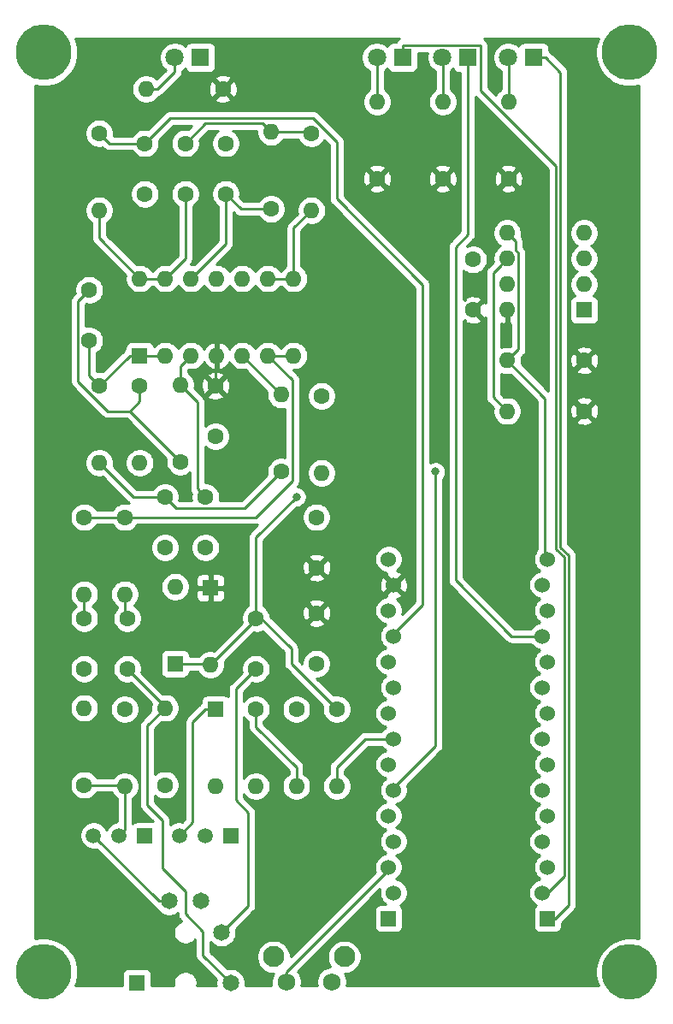
<source format=gbr>
G04 #@! TF.GenerationSoftware,KiCad,Pcbnew,5.1.10-1.fc33*
G04 #@! TF.CreationDate,2021-07-17T23:20:00-05:00*
G04 #@! TF.ProjectId,Nucleo32TNC,4e75636c-656f-4333-9254-4e432e6b6963,C*
G04 #@! TF.SameCoordinates,Original*
G04 #@! TF.FileFunction,Copper,L1,Top*
G04 #@! TF.FilePolarity,Positive*
%FSLAX46Y46*%
G04 Gerber Fmt 4.6, Leading zero omitted, Abs format (unit mm)*
G04 Created by KiCad (PCBNEW 5.1.10-1.fc33) date 2021-07-17 23:20:00*
%MOMM*%
%LPD*%
G01*
G04 APERTURE LIST*
G04 #@! TA.AperFunction,ComponentPad*
%ADD10C,1.600000*%
G04 #@! TD*
G04 #@! TA.AperFunction,ComponentPad*
%ADD11R,1.500000X1.500000*%
G04 #@! TD*
G04 #@! TA.AperFunction,ComponentPad*
%ADD12C,1.500000*%
G04 #@! TD*
G04 #@! TA.AperFunction,ComponentPad*
%ADD13O,1.600000X1.600000*%
G04 #@! TD*
G04 #@! TA.AperFunction,ComponentPad*
%ADD14R,1.600000X1.600000*%
G04 #@! TD*
G04 #@! TA.AperFunction,ComponentPad*
%ADD15R,1.530000X1.530000*%
G04 #@! TD*
G04 #@! TA.AperFunction,ComponentPad*
%ADD16C,1.530000*%
G04 #@! TD*
G04 #@! TA.AperFunction,ComponentPad*
%ADD17C,1.800000*%
G04 #@! TD*
G04 #@! TA.AperFunction,ComponentPad*
%ADD18R,1.800000X1.800000*%
G04 #@! TD*
G04 #@! TA.AperFunction,ComponentPad*
%ADD19C,2.100000*%
G04 #@! TD*
G04 #@! TA.AperFunction,ComponentPad*
%ADD20C,1.750000*%
G04 #@! TD*
G04 #@! TA.AperFunction,ComponentPad*
%ADD21C,1.650000*%
G04 #@! TD*
G04 #@! TA.AperFunction,ComponentPad*
%ADD22R,1.650000X1.650000*%
G04 #@! TD*
G04 #@! TA.AperFunction,ComponentPad*
%ADD23C,5.500000*%
G04 #@! TD*
G04 #@! TA.AperFunction,ViaPad*
%ADD24C,0.800000*%
G04 #@! TD*
G04 #@! TA.AperFunction,Conductor*
%ADD25C,0.250000*%
G04 #@! TD*
G04 #@! TA.AperFunction,Conductor*
%ADD26C,0.254000*%
G04 #@! TD*
G04 #@! TA.AperFunction,Conductor*
%ADD27C,0.100000*%
G04 #@! TD*
G04 APERTURE END LIST*
D10*
X151000000Y-114500000D03*
X151000000Y-109500000D03*
X151000000Y-100000000D03*
X151000000Y-105000000D03*
X141000000Y-92000000D03*
X141000000Y-87000000D03*
X166500000Y-74500000D03*
X166500000Y-79500000D03*
D11*
X134000000Y-131500000D03*
D12*
X128920000Y-131500000D03*
X131460000Y-131500000D03*
D11*
X142500000Y-131500000D03*
D12*
X137420000Y-131500000D03*
X139960000Y-131500000D03*
D13*
X141000000Y-126620000D03*
D14*
X141000000Y-119000000D03*
D10*
X132250000Y-110000000D03*
X132250000Y-115000000D03*
X145000000Y-115000000D03*
X145000000Y-110000000D03*
D15*
X158130000Y-139715000D03*
D16*
X158630000Y-137175000D03*
X158130000Y-134635000D03*
X158630000Y-132095000D03*
X158130000Y-129555000D03*
X158630000Y-127015000D03*
X158130000Y-124475000D03*
X158630000Y-121935000D03*
X158130000Y-119395000D03*
X158630000Y-116855000D03*
X158130000Y-114315000D03*
X158630000Y-111775000D03*
X158130000Y-109235000D03*
X158630000Y-106695000D03*
X158130000Y-104155000D03*
D15*
X173870000Y-139715000D03*
D16*
X173370000Y-137175000D03*
X173870000Y-134635000D03*
X173370000Y-132095000D03*
X173870000Y-129555000D03*
X173370000Y-127015000D03*
X173870000Y-124475000D03*
X173370000Y-121935000D03*
X173870000Y-119395000D03*
X173370000Y-116855000D03*
X173870000Y-114315000D03*
X173370000Y-111775000D03*
X173870000Y-109235000D03*
X173370000Y-106695000D03*
X173870000Y-104155000D03*
D17*
X156960000Y-54500000D03*
D18*
X159500000Y-54500000D03*
D17*
X163460000Y-54500000D03*
D18*
X166000000Y-54500000D03*
D17*
X169960000Y-54500000D03*
D18*
X172500000Y-54500000D03*
D13*
X134120000Y-57620000D03*
D10*
X141740000Y-57620000D03*
D19*
X153750000Y-143510000D03*
D20*
X152500000Y-146000000D03*
X148000000Y-146000000D03*
D19*
X146740000Y-143510000D03*
D21*
X139600000Y-138000000D03*
X142500000Y-146100000D03*
X136400000Y-138000000D03*
X141600000Y-141100000D03*
D22*
X133200000Y-146100000D03*
D13*
X169880000Y-79500000D03*
X177500000Y-71880000D03*
X169880000Y-76960000D03*
X177500000Y-74420000D03*
X169880000Y-74420000D03*
X177500000Y-76960000D03*
X169880000Y-71880000D03*
D14*
X177500000Y-79500000D03*
D13*
X133500000Y-76380000D03*
X148740000Y-84000000D03*
X136040000Y-76380000D03*
X146200000Y-84000000D03*
X138580000Y-76380000D03*
X143660000Y-84000000D03*
X141120000Y-76380000D03*
X141120000Y-84000000D03*
X143660000Y-76380000D03*
X138580000Y-84000000D03*
X146200000Y-76380000D03*
X136040000Y-84000000D03*
X148740000Y-76380000D03*
D14*
X133500000Y-84000000D03*
D13*
X157000000Y-58880000D03*
D10*
X157000000Y-66500000D03*
D13*
X163500000Y-58880000D03*
D10*
X163500000Y-66500000D03*
D13*
X170000000Y-58880000D03*
D10*
X170000000Y-66500000D03*
D13*
X169880000Y-89500000D03*
D10*
X177500000Y-89500000D03*
D13*
X169880000Y-84500000D03*
D10*
X177500000Y-84500000D03*
D13*
X133500000Y-94620000D03*
D10*
X133500000Y-87000000D03*
D13*
X137500000Y-86880000D03*
D10*
X137500000Y-94500000D03*
D13*
X129500000Y-69620000D03*
D10*
X129500000Y-62000000D03*
D13*
X132000000Y-126620000D03*
D10*
X132000000Y-119000000D03*
D13*
X129500000Y-94620000D03*
D10*
X129500000Y-87000000D03*
D13*
X128000000Y-118880000D03*
D10*
X128000000Y-126500000D03*
D13*
X146500000Y-61880000D03*
D10*
X146500000Y-69500000D03*
D13*
X147500000Y-87880000D03*
D10*
X147500000Y-95500000D03*
D13*
X151500000Y-95620000D03*
D10*
X151500000Y-88000000D03*
D13*
X150500000Y-69620000D03*
D10*
X150500000Y-62000000D03*
D13*
X149000000Y-126620000D03*
D10*
X149000000Y-119000000D03*
D13*
X145000000Y-126620000D03*
D10*
X145000000Y-119000000D03*
D13*
X136000000Y-118880000D03*
D10*
X136000000Y-126500000D03*
D13*
X128000000Y-107620000D03*
D10*
X128000000Y-100000000D03*
D13*
X132000000Y-107620000D03*
D10*
X132000000Y-100000000D03*
D13*
X153000000Y-126620000D03*
D10*
X153000000Y-119000000D03*
D17*
X136960000Y-54500000D03*
D18*
X139500000Y-54500000D03*
D13*
X137000000Y-106880000D03*
D14*
X137000000Y-114500000D03*
D13*
X140500000Y-114620000D03*
D14*
X140500000Y-107000000D03*
D10*
X140000000Y-98000000D03*
X140000000Y-103000000D03*
X134000000Y-63000000D03*
X134000000Y-68000000D03*
X128500000Y-82500000D03*
X128500000Y-77500000D03*
X138000000Y-63000000D03*
X138000000Y-68000000D03*
X136000000Y-98000000D03*
X136000000Y-103000000D03*
X142000000Y-68000000D03*
X142000000Y-63000000D03*
X128000000Y-110000000D03*
X128000000Y-115000000D03*
D23*
X182000000Y-145000000D03*
X182000000Y-54000000D03*
X124000000Y-145000000D03*
X124000000Y-54000000D03*
D24*
X149000000Y-98000000D03*
X159500000Y-83000000D03*
X162774990Y-95500000D03*
D25*
X145000000Y-115000000D02*
X143000000Y-117000000D01*
X143000000Y-117000000D02*
X143000000Y-128000000D01*
X143000000Y-128000000D02*
X144250000Y-129250000D01*
X144250000Y-138450000D02*
X141600000Y-141100000D01*
X144250000Y-129250000D02*
X144250000Y-138450000D01*
X140380000Y-114500000D02*
X140500000Y-114620000D01*
X140500000Y-114620000D02*
X145000000Y-110120000D01*
X145000000Y-109500000D02*
X145000000Y-102000000D01*
X137000000Y-114500000D02*
X140380000Y-114500000D01*
X148500000Y-113000000D02*
X145000000Y-109500000D01*
X145000000Y-110120000D02*
X145000000Y-109500000D01*
X145000000Y-102000000D02*
X149000000Y-98000000D01*
X148500000Y-114500000D02*
X148500000Y-113000000D01*
X153000000Y-119000000D02*
X148500000Y-114500000D01*
X132000000Y-110000000D02*
X132000000Y-107620000D01*
X138000000Y-139250000D02*
X139750000Y-141000000D01*
X139750000Y-141000000D02*
X139750000Y-143350000D01*
X135750000Y-134750000D02*
X138000000Y-137000000D01*
X135750000Y-130000000D02*
X135750000Y-134750000D01*
X138000000Y-137000000D02*
X138000000Y-139250000D01*
X134250000Y-128500000D02*
X135750000Y-130000000D01*
X134250000Y-120630000D02*
X134250000Y-128500000D01*
X139750000Y-143350000D02*
X142500000Y-146100000D01*
X136000000Y-118880000D02*
X134250000Y-120630000D01*
X136000000Y-118750000D02*
X136000000Y-118880000D01*
X132250000Y-115000000D02*
X136000000Y-118750000D01*
X128000000Y-110000000D02*
X128000000Y-107620000D01*
X142000000Y-72960000D02*
X138580000Y-76380000D01*
X142000000Y-68000000D02*
X142000000Y-72960000D01*
X143500000Y-69500000D02*
X142000000Y-68000000D01*
X146500000Y-69500000D02*
X143500000Y-69500000D01*
X132880000Y-98000000D02*
X129500000Y-94620000D01*
X136000000Y-98000000D02*
X132880000Y-98000000D01*
X146700001Y-96299999D02*
X147500000Y-95500000D01*
X143874999Y-99125001D02*
X146700001Y-96299999D01*
X137125001Y-99125001D02*
X143874999Y-99125001D01*
X136000000Y-98000000D02*
X137125001Y-99125001D01*
X145620000Y-61000000D02*
X146500000Y-61880000D01*
X138000000Y-63000000D02*
X140000000Y-61000000D01*
X140000000Y-61000000D02*
X145620000Y-61000000D01*
X150380000Y-61880000D02*
X150500000Y-62000000D01*
X146500000Y-61880000D02*
X150380000Y-61880000D01*
X138000000Y-74420000D02*
X136040000Y-76380000D01*
X138000000Y-68000000D02*
X138000000Y-74420000D01*
X129500000Y-72380000D02*
X133500000Y-76380000D01*
X129500000Y-69620000D02*
X129500000Y-72380000D01*
X133500000Y-76380000D02*
X136040000Y-76380000D01*
X128500000Y-86000000D02*
X129500000Y-87000000D01*
X128500000Y-82500000D02*
X128500000Y-86000000D01*
X132500000Y-84000000D02*
X133500000Y-84000000D01*
X129500000Y-87000000D02*
X132500000Y-84000000D01*
X133500000Y-84000000D02*
X136040000Y-84000000D01*
X137500000Y-94500000D02*
X132500000Y-89500000D01*
X127700001Y-78299999D02*
X128500000Y-77500000D01*
X127374999Y-78625001D02*
X127700001Y-78299999D01*
X127374999Y-86540001D02*
X127374999Y-78625001D01*
X130334998Y-89500000D02*
X127374999Y-86540001D01*
X132500000Y-89500000D02*
X130334998Y-89500000D01*
X133500000Y-87000000D02*
X133500000Y-88500000D01*
X133500000Y-88500000D02*
X132500000Y-89500000D01*
X130500000Y-63000000D02*
X129500000Y-62000000D01*
X134000000Y-63000000D02*
X130500000Y-63000000D01*
X161500000Y-108655000D02*
X158380000Y-111775000D01*
X134000000Y-63000000D02*
X136500000Y-60500000D01*
X153000000Y-62834998D02*
X153000000Y-68500000D01*
X161500000Y-77000000D02*
X161500000Y-108655000D01*
X136500000Y-60500000D02*
X150665002Y-60500000D01*
X150665002Y-60500000D02*
X153000000Y-62834998D01*
X153000000Y-68500000D02*
X161500000Y-77000000D01*
X137500000Y-85080000D02*
X138580000Y-84000000D01*
X137500000Y-86880000D02*
X137500000Y-85080000D01*
X138299999Y-87679999D02*
X137500000Y-86880000D01*
X139200001Y-88580001D02*
X138299999Y-87679999D01*
X139200001Y-97200001D02*
X139200001Y-88580001D01*
X140000000Y-98000000D02*
X139200001Y-97200001D01*
X141000000Y-84120000D02*
X141120000Y-84000000D01*
X141000000Y-87000000D02*
X141000000Y-84120000D01*
X170000000Y-54540000D02*
X169960000Y-54500000D01*
X170000000Y-58880000D02*
X170000000Y-54540000D01*
X175160012Y-102984501D02*
X175160012Y-56010012D01*
X175950011Y-138399989D02*
X175950011Y-103774499D01*
X175950011Y-103774499D02*
X175160012Y-102984501D01*
X173650000Y-54500000D02*
X172500000Y-54500000D01*
X175160012Y-56010012D02*
X173650000Y-54500000D01*
X174635000Y-139715000D02*
X175950011Y-138399989D01*
X173620000Y-139715000D02*
X174635000Y-139715000D01*
X163500000Y-54540000D02*
X163460000Y-54500000D01*
X163500000Y-58880000D02*
X163500000Y-54540000D01*
X170275000Y-111775000D02*
X173370000Y-111775000D01*
X164750000Y-106250000D02*
X170275000Y-111775000D01*
X164750000Y-73250000D02*
X164750000Y-106250000D01*
X166000000Y-72000000D02*
X164750000Y-73250000D01*
X166000000Y-54500000D02*
X166000000Y-72000000D01*
X134120000Y-57620000D02*
X135251370Y-57620000D01*
X135251370Y-57620000D02*
X136960000Y-55911370D01*
X136960000Y-55911370D02*
X136960000Y-55772792D01*
X136960000Y-55772792D02*
X136960000Y-54500000D01*
X157000000Y-54540000D02*
X156960000Y-54500000D01*
X157000000Y-58880000D02*
X157000000Y-54540000D01*
X159575001Y-53274999D02*
X159500000Y-53350000D01*
X167160001Y-53274999D02*
X159575001Y-53274999D01*
X167225001Y-53339999D02*
X167160001Y-53274999D01*
X174710001Y-103170900D02*
X174710001Y-65255003D01*
X174710001Y-65255003D02*
X167225001Y-57770003D01*
X159500000Y-53350000D02*
X159500000Y-54500000D01*
X167225001Y-57770003D02*
X167225001Y-53339999D01*
X173620000Y-137175000D02*
X173825000Y-137175000D01*
X175500000Y-135500000D02*
X175500000Y-103960899D01*
X173825000Y-137175000D02*
X175500000Y-135500000D01*
X175500000Y-103960899D02*
X174710001Y-103170900D01*
X145000000Y-119000000D02*
X145000000Y-120750000D01*
X149000000Y-124750000D02*
X149000000Y-126620000D01*
X145000000Y-120750000D02*
X149000000Y-124750000D01*
X129131370Y-100000000D02*
X132000000Y-100000000D01*
X128000000Y-100000000D02*
X129131370Y-100000000D01*
X148740000Y-84000000D02*
X146200000Y-84000000D01*
X133131370Y-100000000D02*
X132000000Y-100000000D01*
X145000000Y-100000000D02*
X133131370Y-100000000D01*
X148625001Y-96374999D02*
X145000000Y-100000000D01*
X146200000Y-84000000D02*
X148625001Y-86425001D01*
X148625001Y-86425001D02*
X148625001Y-96374999D01*
X146200000Y-76380000D02*
X148740000Y-76380000D01*
X148740000Y-71380000D02*
X150500000Y-69620000D01*
X148740000Y-76380000D02*
X148740000Y-71380000D01*
X143660000Y-84040000D02*
X143660000Y-84000000D01*
X147500000Y-87880000D02*
X143660000Y-84040000D01*
X171005001Y-83374999D02*
X171005001Y-73879999D01*
X169880000Y-84500000D02*
X171005001Y-83374999D01*
X171005001Y-73879999D02*
X170679999Y-73554997D01*
X170679999Y-72679999D02*
X169880000Y-71880000D01*
X170679999Y-73554997D02*
X170679999Y-72679999D01*
X173620000Y-88240000D02*
X169880000Y-84500000D01*
X173620000Y-104155000D02*
X173620000Y-88240000D01*
X168500000Y-75800000D02*
X169080001Y-75219999D01*
X169080001Y-75219999D02*
X169880000Y-74420000D01*
X169880000Y-89500000D02*
X168500000Y-88120000D01*
X168500000Y-88120000D02*
X168500000Y-75800000D01*
X162774990Y-122620010D02*
X158380000Y-127015000D01*
X162774990Y-95500000D02*
X162774990Y-122620010D01*
X135420000Y-138000000D02*
X136400000Y-138000000D01*
X128920000Y-131500000D02*
X135420000Y-138000000D01*
X131880000Y-126500000D02*
X132000000Y-126620000D01*
X128000000Y-126500000D02*
X131880000Y-126500000D01*
X132000000Y-130960000D02*
X131460000Y-131500000D01*
X132000000Y-126620000D02*
X132000000Y-130960000D01*
X158630000Y-121935000D02*
X155815000Y-121935000D01*
X153000000Y-124750000D02*
X153000000Y-126620000D01*
X155815000Y-121935000D02*
X153000000Y-124750000D01*
X148000000Y-145015000D02*
X148000000Y-146000000D01*
X158380000Y-134635000D02*
X148000000Y-145015000D01*
X141000000Y-119000000D02*
X140000000Y-119000000D01*
X140000000Y-119000000D02*
X138750000Y-120250000D01*
X138750000Y-130170000D02*
X137420000Y-131500000D01*
X138750000Y-120250000D02*
X138750000Y-130170000D01*
D26*
X159150725Y-52640025D02*
X159035000Y-52734998D01*
X159011200Y-52763998D01*
X158989000Y-52786198D01*
X158959999Y-52809999D01*
X158913091Y-52867157D01*
X158865026Y-52925724D01*
X158845674Y-52961928D01*
X158600000Y-52961928D01*
X158475518Y-52974188D01*
X158355820Y-53010498D01*
X158245506Y-53069463D01*
X158148815Y-53148815D01*
X158069463Y-53245506D01*
X158010498Y-53355820D01*
X158004944Y-53374127D01*
X157938505Y-53307688D01*
X157687095Y-53139701D01*
X157407743Y-53023989D01*
X157111184Y-52965000D01*
X156808816Y-52965000D01*
X156512257Y-53023989D01*
X156232905Y-53139701D01*
X155981495Y-53307688D01*
X155767688Y-53521495D01*
X155599701Y-53772905D01*
X155483989Y-54052257D01*
X155425000Y-54348816D01*
X155425000Y-54651184D01*
X155483989Y-54947743D01*
X155599701Y-55227095D01*
X155767688Y-55478505D01*
X155981495Y-55692312D01*
X156232905Y-55860299D01*
X156240001Y-55863238D01*
X156240000Y-57661956D01*
X156085241Y-57765363D01*
X155885363Y-57965241D01*
X155728320Y-58200273D01*
X155620147Y-58461426D01*
X155565000Y-58738665D01*
X155565000Y-59021335D01*
X155620147Y-59298574D01*
X155728320Y-59559727D01*
X155885363Y-59794759D01*
X156085241Y-59994637D01*
X156320273Y-60151680D01*
X156581426Y-60259853D01*
X156858665Y-60315000D01*
X157141335Y-60315000D01*
X157418574Y-60259853D01*
X157679727Y-60151680D01*
X157914759Y-59994637D01*
X158114637Y-59794759D01*
X158271680Y-59559727D01*
X158379853Y-59298574D01*
X158435000Y-59021335D01*
X158435000Y-58738665D01*
X158379853Y-58461426D01*
X158271680Y-58200273D01*
X158114637Y-57965241D01*
X157914759Y-57765363D01*
X157760000Y-57661957D01*
X157760000Y-55811585D01*
X157938505Y-55692312D01*
X158004944Y-55625873D01*
X158010498Y-55644180D01*
X158069463Y-55754494D01*
X158148815Y-55851185D01*
X158245506Y-55930537D01*
X158355820Y-55989502D01*
X158475518Y-56025812D01*
X158600000Y-56038072D01*
X160400000Y-56038072D01*
X160524482Y-56025812D01*
X160644180Y-55989502D01*
X160754494Y-55930537D01*
X160851185Y-55851185D01*
X160930537Y-55754494D01*
X160989502Y-55644180D01*
X161025812Y-55524482D01*
X161038072Y-55400000D01*
X161038072Y-54034999D01*
X161991138Y-54034999D01*
X161983989Y-54052257D01*
X161925000Y-54348816D01*
X161925000Y-54651184D01*
X161983989Y-54947743D01*
X162099701Y-55227095D01*
X162267688Y-55478505D01*
X162481495Y-55692312D01*
X162732905Y-55860299D01*
X162740001Y-55863238D01*
X162740000Y-57661956D01*
X162585241Y-57765363D01*
X162385363Y-57965241D01*
X162228320Y-58200273D01*
X162120147Y-58461426D01*
X162065000Y-58738665D01*
X162065000Y-59021335D01*
X162120147Y-59298574D01*
X162228320Y-59559727D01*
X162385363Y-59794759D01*
X162585241Y-59994637D01*
X162820273Y-60151680D01*
X163081426Y-60259853D01*
X163358665Y-60315000D01*
X163641335Y-60315000D01*
X163918574Y-60259853D01*
X164179727Y-60151680D01*
X164414759Y-59994637D01*
X164614637Y-59794759D01*
X164771680Y-59559727D01*
X164879853Y-59298574D01*
X164935000Y-59021335D01*
X164935000Y-58738665D01*
X164879853Y-58461426D01*
X164771680Y-58200273D01*
X164614637Y-57965241D01*
X164414759Y-57765363D01*
X164260000Y-57661957D01*
X164260000Y-55811585D01*
X164438505Y-55692312D01*
X164504944Y-55625873D01*
X164510498Y-55644180D01*
X164569463Y-55754494D01*
X164648815Y-55851185D01*
X164745506Y-55930537D01*
X164855820Y-55989502D01*
X164975518Y-56025812D01*
X165100000Y-56038072D01*
X165240000Y-56038072D01*
X165240001Y-71685197D01*
X164239003Y-72686196D01*
X164209999Y-72709999D01*
X164177990Y-72749003D01*
X164115026Y-72825724D01*
X164102344Y-72849451D01*
X164044454Y-72957754D01*
X164000997Y-73101015D01*
X163990000Y-73212668D01*
X163990000Y-73212678D01*
X163986324Y-73250000D01*
X163990000Y-73287322D01*
X163990001Y-106212667D01*
X163986324Y-106250000D01*
X163990001Y-106287333D01*
X164000998Y-106398986D01*
X164013505Y-106440217D01*
X164044454Y-106542246D01*
X164115026Y-106674276D01*
X164186201Y-106761002D01*
X164210000Y-106790001D01*
X164238998Y-106813799D01*
X169711201Y-112286003D01*
X169734999Y-112315001D01*
X169763997Y-112338799D01*
X169850723Y-112409974D01*
X169944313Y-112459999D01*
X169982753Y-112480546D01*
X170126014Y-112524003D01*
X170237667Y-112535000D01*
X170237677Y-112535000D01*
X170275000Y-112538676D01*
X170312323Y-112535000D01*
X172194050Y-112535000D01*
X172282549Y-112667448D01*
X172477552Y-112862451D01*
X172706851Y-113015664D01*
X172961635Y-113121199D01*
X173096552Y-113148036D01*
X172977552Y-113227549D01*
X172782549Y-113422552D01*
X172629336Y-113651851D01*
X172523801Y-113906635D01*
X172470000Y-114177112D01*
X172470000Y-114452888D01*
X172523801Y-114723365D01*
X172629336Y-114978149D01*
X172782549Y-115207448D01*
X172977552Y-115402451D01*
X173096552Y-115481964D01*
X172961635Y-115508801D01*
X172706851Y-115614336D01*
X172477552Y-115767549D01*
X172282549Y-115962552D01*
X172129336Y-116191851D01*
X172023801Y-116446635D01*
X171970000Y-116717112D01*
X171970000Y-116992888D01*
X172023801Y-117263365D01*
X172129336Y-117518149D01*
X172282549Y-117747448D01*
X172477552Y-117942451D01*
X172706851Y-118095664D01*
X172961635Y-118201199D01*
X173096552Y-118228036D01*
X172977552Y-118307549D01*
X172782549Y-118502552D01*
X172629336Y-118731851D01*
X172523801Y-118986635D01*
X172470000Y-119257112D01*
X172470000Y-119532888D01*
X172523801Y-119803365D01*
X172629336Y-120058149D01*
X172782549Y-120287448D01*
X172977552Y-120482451D01*
X173096552Y-120561964D01*
X172961635Y-120588801D01*
X172706851Y-120694336D01*
X172477552Y-120847549D01*
X172282549Y-121042552D01*
X172129336Y-121271851D01*
X172023801Y-121526635D01*
X171970000Y-121797112D01*
X171970000Y-122072888D01*
X172023801Y-122343365D01*
X172129336Y-122598149D01*
X172282549Y-122827448D01*
X172477552Y-123022451D01*
X172706851Y-123175664D01*
X172961635Y-123281199D01*
X173096552Y-123308036D01*
X172977552Y-123387549D01*
X172782549Y-123582552D01*
X172629336Y-123811851D01*
X172523801Y-124066635D01*
X172470000Y-124337112D01*
X172470000Y-124612888D01*
X172523801Y-124883365D01*
X172629336Y-125138149D01*
X172782549Y-125367448D01*
X172977552Y-125562451D01*
X173096552Y-125641964D01*
X172961635Y-125668801D01*
X172706851Y-125774336D01*
X172477552Y-125927549D01*
X172282549Y-126122552D01*
X172129336Y-126351851D01*
X172023801Y-126606635D01*
X171970000Y-126877112D01*
X171970000Y-127152888D01*
X172023801Y-127423365D01*
X172129336Y-127678149D01*
X172282549Y-127907448D01*
X172477552Y-128102451D01*
X172706851Y-128255664D01*
X172961635Y-128361199D01*
X173096552Y-128388036D01*
X172977552Y-128467549D01*
X172782549Y-128662552D01*
X172629336Y-128891851D01*
X172523801Y-129146635D01*
X172470000Y-129417112D01*
X172470000Y-129692888D01*
X172523801Y-129963365D01*
X172629336Y-130218149D01*
X172782549Y-130447448D01*
X172977552Y-130642451D01*
X173096552Y-130721964D01*
X172961635Y-130748801D01*
X172706851Y-130854336D01*
X172477552Y-131007549D01*
X172282549Y-131202552D01*
X172129336Y-131431851D01*
X172023801Y-131686635D01*
X171970000Y-131957112D01*
X171970000Y-132232888D01*
X172023801Y-132503365D01*
X172129336Y-132758149D01*
X172282549Y-132987448D01*
X172477552Y-133182451D01*
X172706851Y-133335664D01*
X172961635Y-133441199D01*
X173096552Y-133468036D01*
X172977552Y-133547549D01*
X172782549Y-133742552D01*
X172629336Y-133971851D01*
X172523801Y-134226635D01*
X172470000Y-134497112D01*
X172470000Y-134772888D01*
X172523801Y-135043365D01*
X172629336Y-135298149D01*
X172782549Y-135527448D01*
X172977552Y-135722451D01*
X173096552Y-135801964D01*
X172961635Y-135828801D01*
X172706851Y-135934336D01*
X172477552Y-136087549D01*
X172282549Y-136282552D01*
X172129336Y-136511851D01*
X172023801Y-136766635D01*
X171970000Y-137037112D01*
X171970000Y-137312888D01*
X172023801Y-137583365D01*
X172129336Y-137838149D01*
X172282549Y-138067448D01*
X172477552Y-138262451D01*
X172706851Y-138415664D01*
X172738939Y-138428955D01*
X172653815Y-138498815D01*
X172574463Y-138595506D01*
X172515498Y-138705820D01*
X172479188Y-138825518D01*
X172466928Y-138950000D01*
X172466928Y-140480000D01*
X172479188Y-140604482D01*
X172515498Y-140724180D01*
X172574463Y-140834494D01*
X172653815Y-140931185D01*
X172750506Y-141010537D01*
X172860820Y-141069502D01*
X172980518Y-141105812D01*
X173105000Y-141118072D01*
X174635000Y-141118072D01*
X174759482Y-141105812D01*
X174879180Y-141069502D01*
X174989494Y-141010537D01*
X175086185Y-140931185D01*
X175165537Y-140834494D01*
X175224502Y-140724180D01*
X175260812Y-140604482D01*
X175273072Y-140480000D01*
X175273072Y-140151729D01*
X176461020Y-138963783D01*
X176490012Y-138939990D01*
X176513806Y-138910997D01*
X176513810Y-138910993D01*
X176571822Y-138840304D01*
X176584985Y-138824265D01*
X176655557Y-138692236D01*
X176699014Y-138548975D01*
X176710011Y-138437322D01*
X176710011Y-138437313D01*
X176713687Y-138399990D01*
X176710011Y-138362667D01*
X176710011Y-103811831D01*
X176713688Y-103774498D01*
X176699014Y-103625512D01*
X176655557Y-103482252D01*
X176584985Y-103350222D01*
X176513810Y-103263496D01*
X176490012Y-103234498D01*
X176461013Y-103210699D01*
X175920012Y-102669699D01*
X175920012Y-90492702D01*
X176686903Y-90492702D01*
X176758486Y-90736671D01*
X177013996Y-90857571D01*
X177288184Y-90926300D01*
X177570512Y-90940217D01*
X177850130Y-90898787D01*
X178116292Y-90803603D01*
X178241514Y-90736671D01*
X178313097Y-90492702D01*
X177500000Y-89679605D01*
X176686903Y-90492702D01*
X175920012Y-90492702D01*
X175920012Y-89570512D01*
X176059783Y-89570512D01*
X176101213Y-89850130D01*
X176196397Y-90116292D01*
X176263329Y-90241514D01*
X176507298Y-90313097D01*
X177320395Y-89500000D01*
X177679605Y-89500000D01*
X178492702Y-90313097D01*
X178736671Y-90241514D01*
X178857571Y-89986004D01*
X178926300Y-89711816D01*
X178940217Y-89429488D01*
X178898787Y-89149870D01*
X178803603Y-88883708D01*
X178736671Y-88758486D01*
X178492702Y-88686903D01*
X177679605Y-89500000D01*
X177320395Y-89500000D01*
X176507298Y-88686903D01*
X176263329Y-88758486D01*
X176142429Y-89013996D01*
X176073700Y-89288184D01*
X176059783Y-89570512D01*
X175920012Y-89570512D01*
X175920012Y-88507298D01*
X176686903Y-88507298D01*
X177500000Y-89320395D01*
X178313097Y-88507298D01*
X178241514Y-88263329D01*
X177986004Y-88142429D01*
X177711816Y-88073700D01*
X177429488Y-88059783D01*
X177149870Y-88101213D01*
X176883708Y-88196397D01*
X176758486Y-88263329D01*
X176686903Y-88507298D01*
X175920012Y-88507298D01*
X175920012Y-85492702D01*
X176686903Y-85492702D01*
X176758486Y-85736671D01*
X177013996Y-85857571D01*
X177288184Y-85926300D01*
X177570512Y-85940217D01*
X177850130Y-85898787D01*
X178116292Y-85803603D01*
X178241514Y-85736671D01*
X178313097Y-85492702D01*
X177500000Y-84679605D01*
X176686903Y-85492702D01*
X175920012Y-85492702D01*
X175920012Y-84570512D01*
X176059783Y-84570512D01*
X176101213Y-84850130D01*
X176196397Y-85116292D01*
X176263329Y-85241514D01*
X176507298Y-85313097D01*
X177320395Y-84500000D01*
X177679605Y-84500000D01*
X178492702Y-85313097D01*
X178736671Y-85241514D01*
X178857571Y-84986004D01*
X178926300Y-84711816D01*
X178940217Y-84429488D01*
X178898787Y-84149870D01*
X178803603Y-83883708D01*
X178736671Y-83758486D01*
X178492702Y-83686903D01*
X177679605Y-84500000D01*
X177320395Y-84500000D01*
X176507298Y-83686903D01*
X176263329Y-83758486D01*
X176142429Y-84013996D01*
X176073700Y-84288184D01*
X176059783Y-84570512D01*
X175920012Y-84570512D01*
X175920012Y-83507298D01*
X176686903Y-83507298D01*
X177500000Y-84320395D01*
X178313097Y-83507298D01*
X178241514Y-83263329D01*
X177986004Y-83142429D01*
X177711816Y-83073700D01*
X177429488Y-83059783D01*
X177149870Y-83101213D01*
X176883708Y-83196397D01*
X176758486Y-83263329D01*
X176686903Y-83507298D01*
X175920012Y-83507298D01*
X175920012Y-78700000D01*
X176061928Y-78700000D01*
X176061928Y-80300000D01*
X176074188Y-80424482D01*
X176110498Y-80544180D01*
X176169463Y-80654494D01*
X176248815Y-80751185D01*
X176345506Y-80830537D01*
X176455820Y-80889502D01*
X176575518Y-80925812D01*
X176700000Y-80938072D01*
X178300000Y-80938072D01*
X178424482Y-80925812D01*
X178544180Y-80889502D01*
X178654494Y-80830537D01*
X178751185Y-80751185D01*
X178830537Y-80654494D01*
X178889502Y-80544180D01*
X178925812Y-80424482D01*
X178938072Y-80300000D01*
X178938072Y-78700000D01*
X178925812Y-78575518D01*
X178889502Y-78455820D01*
X178830537Y-78345506D01*
X178751185Y-78248815D01*
X178654494Y-78169463D01*
X178544180Y-78110498D01*
X178424482Y-78074188D01*
X178416039Y-78073357D01*
X178614637Y-77874759D01*
X178771680Y-77639727D01*
X178879853Y-77378574D01*
X178935000Y-77101335D01*
X178935000Y-76818665D01*
X178879853Y-76541426D01*
X178771680Y-76280273D01*
X178614637Y-76045241D01*
X178414759Y-75845363D01*
X178182241Y-75690000D01*
X178414759Y-75534637D01*
X178614637Y-75334759D01*
X178771680Y-75099727D01*
X178879853Y-74838574D01*
X178935000Y-74561335D01*
X178935000Y-74278665D01*
X178879853Y-74001426D01*
X178771680Y-73740273D01*
X178614637Y-73505241D01*
X178414759Y-73305363D01*
X178182241Y-73150000D01*
X178414759Y-72994637D01*
X178614637Y-72794759D01*
X178771680Y-72559727D01*
X178879853Y-72298574D01*
X178935000Y-72021335D01*
X178935000Y-71738665D01*
X178879853Y-71461426D01*
X178771680Y-71200273D01*
X178614637Y-70965241D01*
X178414759Y-70765363D01*
X178179727Y-70608320D01*
X177918574Y-70500147D01*
X177641335Y-70445000D01*
X177358665Y-70445000D01*
X177081426Y-70500147D01*
X176820273Y-70608320D01*
X176585241Y-70765363D01*
X176385363Y-70965241D01*
X176228320Y-71200273D01*
X176120147Y-71461426D01*
X176065000Y-71738665D01*
X176065000Y-72021335D01*
X176120147Y-72298574D01*
X176228320Y-72559727D01*
X176385363Y-72794759D01*
X176585241Y-72994637D01*
X176817759Y-73150000D01*
X176585241Y-73305363D01*
X176385363Y-73505241D01*
X176228320Y-73740273D01*
X176120147Y-74001426D01*
X176065000Y-74278665D01*
X176065000Y-74561335D01*
X176120147Y-74838574D01*
X176228320Y-75099727D01*
X176385363Y-75334759D01*
X176585241Y-75534637D01*
X176817759Y-75690000D01*
X176585241Y-75845363D01*
X176385363Y-76045241D01*
X176228320Y-76280273D01*
X176120147Y-76541426D01*
X176065000Y-76818665D01*
X176065000Y-77101335D01*
X176120147Y-77378574D01*
X176228320Y-77639727D01*
X176385363Y-77874759D01*
X176583961Y-78073357D01*
X176575518Y-78074188D01*
X176455820Y-78110498D01*
X176345506Y-78169463D01*
X176248815Y-78248815D01*
X176169463Y-78345506D01*
X176110498Y-78455820D01*
X176074188Y-78575518D01*
X176061928Y-78700000D01*
X175920012Y-78700000D01*
X175920012Y-56047334D01*
X175923688Y-56010011D01*
X175920012Y-55972688D01*
X175920012Y-55972679D01*
X175909015Y-55861026D01*
X175865558Y-55717765D01*
X175794986Y-55585736D01*
X175781823Y-55569697D01*
X175723811Y-55499008D01*
X175723807Y-55499004D01*
X175700013Y-55470011D01*
X175671020Y-55446217D01*
X174213803Y-53989002D01*
X174190001Y-53959999D01*
X174074276Y-53865026D01*
X174038072Y-53845674D01*
X174038072Y-53600000D01*
X174025812Y-53475518D01*
X173989502Y-53355820D01*
X173930537Y-53245506D01*
X173851185Y-53148815D01*
X173754494Y-53069463D01*
X173644180Y-53010498D01*
X173524482Y-52974188D01*
X173400000Y-52961928D01*
X171600000Y-52961928D01*
X171475518Y-52974188D01*
X171355820Y-53010498D01*
X171245506Y-53069463D01*
X171148815Y-53148815D01*
X171069463Y-53245506D01*
X171010498Y-53355820D01*
X171004944Y-53374127D01*
X170938505Y-53307688D01*
X170687095Y-53139701D01*
X170407743Y-53023989D01*
X170111184Y-52965000D01*
X169808816Y-52965000D01*
X169512257Y-53023989D01*
X169232905Y-53139701D01*
X168981495Y-53307688D01*
X168767688Y-53521495D01*
X168599701Y-53772905D01*
X168483989Y-54052257D01*
X168425000Y-54348816D01*
X168425000Y-54651184D01*
X168483989Y-54947743D01*
X168599701Y-55227095D01*
X168767688Y-55478505D01*
X168981495Y-55692312D01*
X169232905Y-55860299D01*
X169240001Y-55863238D01*
X169240000Y-57661956D01*
X169085241Y-57765363D01*
X168885363Y-57965241D01*
X168729022Y-58199223D01*
X167985001Y-57455202D01*
X167985001Y-53377322D01*
X167988677Y-53339999D01*
X167985001Y-53302677D01*
X167985001Y-53302666D01*
X167974004Y-53191013D01*
X167930547Y-53047752D01*
X167859975Y-52915723D01*
X167765002Y-52799998D01*
X167735998Y-52776195D01*
X167723805Y-52764002D01*
X167700002Y-52734998D01*
X167584277Y-52640025D01*
X167559909Y-52627000D01*
X178904817Y-52627000D01*
X178745083Y-53012632D01*
X178615000Y-53666607D01*
X178615000Y-54333393D01*
X178745083Y-54987368D01*
X179000252Y-55603399D01*
X179370698Y-56157812D01*
X179842188Y-56629302D01*
X180396601Y-56999748D01*
X181012632Y-57254917D01*
X181666607Y-57385000D01*
X182333393Y-57385000D01*
X182873000Y-57277666D01*
X182873000Y-141722334D01*
X182333393Y-141615000D01*
X181666607Y-141615000D01*
X181012632Y-141745083D01*
X180396601Y-142000252D01*
X179842188Y-142370698D01*
X179370698Y-142842188D01*
X179000252Y-143396601D01*
X178745083Y-144012632D01*
X178615000Y-144666607D01*
X178615000Y-145333393D01*
X178745083Y-145987368D01*
X178904817Y-146373000D01*
X153965388Y-146373000D01*
X154010000Y-146148722D01*
X154010000Y-145851278D01*
X153951971Y-145559549D01*
X153838144Y-145284747D01*
X153778177Y-145195000D01*
X153915958Y-145195000D01*
X154241496Y-145130246D01*
X154548147Y-145003228D01*
X154824125Y-144818825D01*
X155058825Y-144584125D01*
X155243228Y-144308147D01*
X155370246Y-144001496D01*
X155435000Y-143675958D01*
X155435000Y-143344042D01*
X155370246Y-143018504D01*
X155243228Y-142711853D01*
X155058825Y-142435875D01*
X154824125Y-142201175D01*
X154548147Y-142016772D01*
X154241496Y-141889754D01*
X153915958Y-141825000D01*
X153584042Y-141825000D01*
X153258504Y-141889754D01*
X152951853Y-142016772D01*
X152675875Y-142201175D01*
X152441175Y-142435875D01*
X152256772Y-142711853D01*
X152129754Y-143018504D01*
X152065000Y-143344042D01*
X152065000Y-143675958D01*
X152129754Y-144001496D01*
X152256772Y-144308147D01*
X152378283Y-144490000D01*
X152351278Y-144490000D01*
X152059549Y-144548029D01*
X151784747Y-144661856D01*
X151537431Y-144827107D01*
X151327107Y-145037431D01*
X151161856Y-145284747D01*
X151048029Y-145559549D01*
X150990000Y-145851278D01*
X150990000Y-146148722D01*
X151034612Y-146373000D01*
X149465388Y-146373000D01*
X149510000Y-146148722D01*
X149510000Y-145851278D01*
X149451971Y-145559549D01*
X149338144Y-145284747D01*
X149172893Y-145037431D01*
X149112632Y-144977170D01*
X157274026Y-136815775D01*
X157230000Y-137037112D01*
X157230000Y-137312888D01*
X157283801Y-137583365D01*
X157389336Y-137838149D01*
X157542549Y-138067448D01*
X157737552Y-138262451D01*
X157811599Y-138311928D01*
X157365000Y-138311928D01*
X157240518Y-138324188D01*
X157120820Y-138360498D01*
X157010506Y-138419463D01*
X156913815Y-138498815D01*
X156834463Y-138595506D01*
X156775498Y-138705820D01*
X156739188Y-138825518D01*
X156726928Y-138950000D01*
X156726928Y-140480000D01*
X156739188Y-140604482D01*
X156775498Y-140724180D01*
X156834463Y-140834494D01*
X156913815Y-140931185D01*
X157010506Y-141010537D01*
X157120820Y-141069502D01*
X157240518Y-141105812D01*
X157365000Y-141118072D01*
X158895000Y-141118072D01*
X159019482Y-141105812D01*
X159139180Y-141069502D01*
X159249494Y-141010537D01*
X159346185Y-140931185D01*
X159425537Y-140834494D01*
X159484502Y-140724180D01*
X159520812Y-140604482D01*
X159533072Y-140480000D01*
X159533072Y-138950000D01*
X159520812Y-138825518D01*
X159484502Y-138705820D01*
X159425537Y-138595506D01*
X159346185Y-138498815D01*
X159261061Y-138428955D01*
X159293149Y-138415664D01*
X159522448Y-138262451D01*
X159717451Y-138067448D01*
X159870664Y-137838149D01*
X159976199Y-137583365D01*
X160030000Y-137312888D01*
X160030000Y-137037112D01*
X159976199Y-136766635D01*
X159870664Y-136511851D01*
X159717451Y-136282552D01*
X159522448Y-136087549D01*
X159293149Y-135934336D01*
X159038365Y-135828801D01*
X158903448Y-135801964D01*
X159022448Y-135722451D01*
X159217451Y-135527448D01*
X159370664Y-135298149D01*
X159476199Y-135043365D01*
X159530000Y-134772888D01*
X159530000Y-134497112D01*
X159476199Y-134226635D01*
X159370664Y-133971851D01*
X159217451Y-133742552D01*
X159022448Y-133547549D01*
X158903448Y-133468036D01*
X159038365Y-133441199D01*
X159293149Y-133335664D01*
X159522448Y-133182451D01*
X159717451Y-132987448D01*
X159870664Y-132758149D01*
X159976199Y-132503365D01*
X160030000Y-132232888D01*
X160030000Y-131957112D01*
X159976199Y-131686635D01*
X159870664Y-131431851D01*
X159717451Y-131202552D01*
X159522448Y-131007549D01*
X159293149Y-130854336D01*
X159038365Y-130748801D01*
X158903448Y-130721964D01*
X159022448Y-130642451D01*
X159217451Y-130447448D01*
X159370664Y-130218149D01*
X159476199Y-129963365D01*
X159530000Y-129692888D01*
X159530000Y-129417112D01*
X159476199Y-129146635D01*
X159370664Y-128891851D01*
X159217451Y-128662552D01*
X159022448Y-128467549D01*
X158903448Y-128388036D01*
X159038365Y-128361199D01*
X159293149Y-128255664D01*
X159522448Y-128102451D01*
X159717451Y-127907448D01*
X159870664Y-127678149D01*
X159976199Y-127423365D01*
X160030000Y-127152888D01*
X160030000Y-126877112D01*
X159976199Y-126606635D01*
X159943093Y-126526709D01*
X163285998Y-123183805D01*
X163314991Y-123160011D01*
X163338785Y-123131018D01*
X163338789Y-123131014D01*
X163409963Y-123044287D01*
X163421635Y-123022451D01*
X163480536Y-122912257D01*
X163523993Y-122768996D01*
X163534990Y-122657343D01*
X163534990Y-122657334D01*
X163538666Y-122620011D01*
X163534990Y-122582688D01*
X163534990Y-96203711D01*
X163578927Y-96159774D01*
X163692195Y-95990256D01*
X163770216Y-95801898D01*
X163809990Y-95601939D01*
X163809990Y-95398061D01*
X163770216Y-95198102D01*
X163692195Y-95009744D01*
X163578927Y-94840226D01*
X163434764Y-94696063D01*
X163265246Y-94582795D01*
X163076888Y-94504774D01*
X162876929Y-94465000D01*
X162673051Y-94465000D01*
X162473092Y-94504774D01*
X162284734Y-94582795D01*
X162260000Y-94599322D01*
X162260000Y-77037322D01*
X162263676Y-76999999D01*
X162260000Y-76962676D01*
X162260000Y-76962667D01*
X162249003Y-76851014D01*
X162205546Y-76707753D01*
X162134974Y-76575724D01*
X162040001Y-76459999D01*
X162011004Y-76436202D01*
X153760000Y-68185199D01*
X153760000Y-67492702D01*
X156186903Y-67492702D01*
X156258486Y-67736671D01*
X156513996Y-67857571D01*
X156788184Y-67926300D01*
X157070512Y-67940217D01*
X157350130Y-67898787D01*
X157616292Y-67803603D01*
X157741514Y-67736671D01*
X157813097Y-67492702D01*
X162686903Y-67492702D01*
X162758486Y-67736671D01*
X163013996Y-67857571D01*
X163288184Y-67926300D01*
X163570512Y-67940217D01*
X163850130Y-67898787D01*
X164116292Y-67803603D01*
X164241514Y-67736671D01*
X164313097Y-67492702D01*
X163500000Y-66679605D01*
X162686903Y-67492702D01*
X157813097Y-67492702D01*
X157000000Y-66679605D01*
X156186903Y-67492702D01*
X153760000Y-67492702D01*
X153760000Y-66570512D01*
X155559783Y-66570512D01*
X155601213Y-66850130D01*
X155696397Y-67116292D01*
X155763329Y-67241514D01*
X156007298Y-67313097D01*
X156820395Y-66500000D01*
X157179605Y-66500000D01*
X157992702Y-67313097D01*
X158236671Y-67241514D01*
X158357571Y-66986004D01*
X158426300Y-66711816D01*
X158433265Y-66570512D01*
X162059783Y-66570512D01*
X162101213Y-66850130D01*
X162196397Y-67116292D01*
X162263329Y-67241514D01*
X162507298Y-67313097D01*
X163320395Y-66500000D01*
X163679605Y-66500000D01*
X164492702Y-67313097D01*
X164736671Y-67241514D01*
X164857571Y-66986004D01*
X164926300Y-66711816D01*
X164940217Y-66429488D01*
X164898787Y-66149870D01*
X164803603Y-65883708D01*
X164736671Y-65758486D01*
X164492702Y-65686903D01*
X163679605Y-66500000D01*
X163320395Y-66500000D01*
X162507298Y-65686903D01*
X162263329Y-65758486D01*
X162142429Y-66013996D01*
X162073700Y-66288184D01*
X162059783Y-66570512D01*
X158433265Y-66570512D01*
X158440217Y-66429488D01*
X158398787Y-66149870D01*
X158303603Y-65883708D01*
X158236671Y-65758486D01*
X157992702Y-65686903D01*
X157179605Y-66500000D01*
X156820395Y-66500000D01*
X156007298Y-65686903D01*
X155763329Y-65758486D01*
X155642429Y-66013996D01*
X155573700Y-66288184D01*
X155559783Y-66570512D01*
X153760000Y-66570512D01*
X153760000Y-65507298D01*
X156186903Y-65507298D01*
X157000000Y-66320395D01*
X157813097Y-65507298D01*
X162686903Y-65507298D01*
X163500000Y-66320395D01*
X164313097Y-65507298D01*
X164241514Y-65263329D01*
X163986004Y-65142429D01*
X163711816Y-65073700D01*
X163429488Y-65059783D01*
X163149870Y-65101213D01*
X162883708Y-65196397D01*
X162758486Y-65263329D01*
X162686903Y-65507298D01*
X157813097Y-65507298D01*
X157741514Y-65263329D01*
X157486004Y-65142429D01*
X157211816Y-65073700D01*
X156929488Y-65059783D01*
X156649870Y-65101213D01*
X156383708Y-65196397D01*
X156258486Y-65263329D01*
X156186903Y-65507298D01*
X153760000Y-65507298D01*
X153760000Y-62872321D01*
X153763676Y-62834998D01*
X153760000Y-62797675D01*
X153760000Y-62797665D01*
X153749003Y-62686012D01*
X153705546Y-62542751D01*
X153634974Y-62410722D01*
X153540001Y-62294997D01*
X153511004Y-62271200D01*
X151228806Y-59989003D01*
X151205003Y-59959999D01*
X151089278Y-59865026D01*
X150957249Y-59794454D01*
X150813988Y-59750997D01*
X150702335Y-59740000D01*
X150702324Y-59740000D01*
X150665002Y-59736324D01*
X150627680Y-59740000D01*
X136537323Y-59740000D01*
X136500000Y-59736324D01*
X136462677Y-59740000D01*
X136462667Y-59740000D01*
X136351014Y-59750997D01*
X136207753Y-59794454D01*
X136075723Y-59865026D01*
X135992083Y-59933668D01*
X135959999Y-59959999D01*
X135936201Y-59988997D01*
X134323886Y-61601312D01*
X134141335Y-61565000D01*
X133858665Y-61565000D01*
X133581426Y-61620147D01*
X133320273Y-61728320D01*
X133085241Y-61885363D01*
X132885363Y-62085241D01*
X132781957Y-62240000D01*
X130915374Y-62240000D01*
X130935000Y-62141335D01*
X130935000Y-61858665D01*
X130879853Y-61581426D01*
X130771680Y-61320273D01*
X130614637Y-61085241D01*
X130414759Y-60885363D01*
X130179727Y-60728320D01*
X129918574Y-60620147D01*
X129641335Y-60565000D01*
X129358665Y-60565000D01*
X129081426Y-60620147D01*
X128820273Y-60728320D01*
X128585241Y-60885363D01*
X128385363Y-61085241D01*
X128228320Y-61320273D01*
X128120147Y-61581426D01*
X128065000Y-61858665D01*
X128065000Y-62141335D01*
X128120147Y-62418574D01*
X128228320Y-62679727D01*
X128385363Y-62914759D01*
X128585241Y-63114637D01*
X128820273Y-63271680D01*
X129081426Y-63379853D01*
X129358665Y-63435000D01*
X129641335Y-63435000D01*
X129823886Y-63398688D01*
X129936201Y-63511003D01*
X129959999Y-63540001D01*
X129988997Y-63563799D01*
X130075724Y-63634974D01*
X130207753Y-63705546D01*
X130351014Y-63749003D01*
X130500000Y-63763677D01*
X130537333Y-63760000D01*
X132781957Y-63760000D01*
X132885363Y-63914759D01*
X133085241Y-64114637D01*
X133320273Y-64271680D01*
X133581426Y-64379853D01*
X133858665Y-64435000D01*
X134141335Y-64435000D01*
X134418574Y-64379853D01*
X134679727Y-64271680D01*
X134914759Y-64114637D01*
X135114637Y-63914759D01*
X135271680Y-63679727D01*
X135379853Y-63418574D01*
X135435000Y-63141335D01*
X135435000Y-62858665D01*
X135398688Y-62676114D01*
X136814802Y-61260000D01*
X138665198Y-61260000D01*
X138323886Y-61601312D01*
X138141335Y-61565000D01*
X137858665Y-61565000D01*
X137581426Y-61620147D01*
X137320273Y-61728320D01*
X137085241Y-61885363D01*
X136885363Y-62085241D01*
X136728320Y-62320273D01*
X136620147Y-62581426D01*
X136565000Y-62858665D01*
X136565000Y-63141335D01*
X136620147Y-63418574D01*
X136728320Y-63679727D01*
X136885363Y-63914759D01*
X137085241Y-64114637D01*
X137320273Y-64271680D01*
X137581426Y-64379853D01*
X137858665Y-64435000D01*
X138141335Y-64435000D01*
X138418574Y-64379853D01*
X138679727Y-64271680D01*
X138914759Y-64114637D01*
X139114637Y-63914759D01*
X139271680Y-63679727D01*
X139379853Y-63418574D01*
X139435000Y-63141335D01*
X139435000Y-62858665D01*
X139398688Y-62676114D01*
X140314802Y-61760000D01*
X141272860Y-61760000D01*
X141085241Y-61885363D01*
X140885363Y-62085241D01*
X140728320Y-62320273D01*
X140620147Y-62581426D01*
X140565000Y-62858665D01*
X140565000Y-63141335D01*
X140620147Y-63418574D01*
X140728320Y-63679727D01*
X140885363Y-63914759D01*
X141085241Y-64114637D01*
X141320273Y-64271680D01*
X141581426Y-64379853D01*
X141858665Y-64435000D01*
X142141335Y-64435000D01*
X142418574Y-64379853D01*
X142679727Y-64271680D01*
X142914759Y-64114637D01*
X143114637Y-63914759D01*
X143271680Y-63679727D01*
X143379853Y-63418574D01*
X143435000Y-63141335D01*
X143435000Y-62858665D01*
X143379853Y-62581426D01*
X143271680Y-62320273D01*
X143114637Y-62085241D01*
X142914759Y-61885363D01*
X142727140Y-61760000D01*
X145065000Y-61760000D01*
X145065000Y-62021335D01*
X145120147Y-62298574D01*
X145228320Y-62559727D01*
X145385363Y-62794759D01*
X145585241Y-62994637D01*
X145820273Y-63151680D01*
X146081426Y-63259853D01*
X146358665Y-63315000D01*
X146641335Y-63315000D01*
X146918574Y-63259853D01*
X147179727Y-63151680D01*
X147414759Y-62994637D01*
X147614637Y-62794759D01*
X147718043Y-62640000D01*
X149211865Y-62640000D01*
X149228320Y-62679727D01*
X149385363Y-62914759D01*
X149585241Y-63114637D01*
X149820273Y-63271680D01*
X150081426Y-63379853D01*
X150358665Y-63435000D01*
X150641335Y-63435000D01*
X150918574Y-63379853D01*
X151179727Y-63271680D01*
X151414759Y-63114637D01*
X151614637Y-62914759D01*
X151770978Y-62680778D01*
X152240000Y-63149800D01*
X152240001Y-68462668D01*
X152236324Y-68500000D01*
X152250998Y-68648985D01*
X152294454Y-68792246D01*
X152365026Y-68924276D01*
X152414883Y-68985026D01*
X152460000Y-69040001D01*
X152488998Y-69063799D01*
X160740000Y-77314802D01*
X160740001Y-108340197D01*
X159485974Y-109594225D01*
X159530000Y-109372888D01*
X159530000Y-109097112D01*
X159476199Y-108826635D01*
X159370664Y-108571851D01*
X159217451Y-108342552D01*
X159022448Y-108147549D01*
X158905381Y-108069327D01*
X158974607Y-108058914D01*
X159234072Y-107965478D01*
X159350760Y-107903106D01*
X159418102Y-107662707D01*
X158630000Y-106874605D01*
X157841898Y-107662707D01*
X157895543Y-107854209D01*
X157721635Y-107888801D01*
X157466851Y-107994336D01*
X157237552Y-108147549D01*
X157042549Y-108342552D01*
X156889336Y-108571851D01*
X156783801Y-108826635D01*
X156730000Y-109097112D01*
X156730000Y-109372888D01*
X156783801Y-109643365D01*
X156889336Y-109898149D01*
X157042549Y-110127448D01*
X157237552Y-110322451D01*
X157466851Y-110475664D01*
X157721635Y-110581199D01*
X157856552Y-110608036D01*
X157737552Y-110687549D01*
X157542549Y-110882552D01*
X157389336Y-111111851D01*
X157283801Y-111366635D01*
X157230000Y-111637112D01*
X157230000Y-111912888D01*
X157283801Y-112183365D01*
X157389336Y-112438149D01*
X157542549Y-112667448D01*
X157737552Y-112862451D01*
X157856552Y-112941964D01*
X157721635Y-112968801D01*
X157466851Y-113074336D01*
X157237552Y-113227549D01*
X157042549Y-113422552D01*
X156889336Y-113651851D01*
X156783801Y-113906635D01*
X156730000Y-114177112D01*
X156730000Y-114452888D01*
X156783801Y-114723365D01*
X156889336Y-114978149D01*
X157042549Y-115207448D01*
X157237552Y-115402451D01*
X157466851Y-115555664D01*
X157721635Y-115661199D01*
X157856552Y-115688036D01*
X157737552Y-115767549D01*
X157542549Y-115962552D01*
X157389336Y-116191851D01*
X157283801Y-116446635D01*
X157230000Y-116717112D01*
X157230000Y-116992888D01*
X157283801Y-117263365D01*
X157389336Y-117518149D01*
X157542549Y-117747448D01*
X157737552Y-117942451D01*
X157856552Y-118021964D01*
X157721635Y-118048801D01*
X157466851Y-118154336D01*
X157237552Y-118307549D01*
X157042549Y-118502552D01*
X156889336Y-118731851D01*
X156783801Y-118986635D01*
X156730000Y-119257112D01*
X156730000Y-119532888D01*
X156783801Y-119803365D01*
X156889336Y-120058149D01*
X157042549Y-120287448D01*
X157237552Y-120482451D01*
X157466851Y-120635664D01*
X157721635Y-120741199D01*
X157856552Y-120768036D01*
X157737552Y-120847549D01*
X157542549Y-121042552D01*
X157454050Y-121175000D01*
X155852322Y-121175000D01*
X155814999Y-121171324D01*
X155777676Y-121175000D01*
X155777667Y-121175000D01*
X155666014Y-121185997D01*
X155522753Y-121229454D01*
X155390724Y-121300026D01*
X155274999Y-121394999D01*
X155251201Y-121423997D01*
X152489003Y-124186196D01*
X152459999Y-124209999D01*
X152404871Y-124277174D01*
X152365026Y-124325724D01*
X152358939Y-124337112D01*
X152294454Y-124457754D01*
X152250997Y-124601015D01*
X152240000Y-124712668D01*
X152240000Y-124712678D01*
X152236324Y-124750000D01*
X152240000Y-124787323D01*
X152240000Y-125401956D01*
X152085241Y-125505363D01*
X151885363Y-125705241D01*
X151728320Y-125940273D01*
X151620147Y-126201426D01*
X151565000Y-126478665D01*
X151565000Y-126761335D01*
X151620147Y-127038574D01*
X151728320Y-127299727D01*
X151885363Y-127534759D01*
X152085241Y-127734637D01*
X152320273Y-127891680D01*
X152581426Y-127999853D01*
X152858665Y-128055000D01*
X153141335Y-128055000D01*
X153418574Y-127999853D01*
X153679727Y-127891680D01*
X153914759Y-127734637D01*
X154114637Y-127534759D01*
X154271680Y-127299727D01*
X154379853Y-127038574D01*
X154435000Y-126761335D01*
X154435000Y-126478665D01*
X154379853Y-126201426D01*
X154271680Y-125940273D01*
X154114637Y-125705241D01*
X153914759Y-125505363D01*
X153760000Y-125401957D01*
X153760000Y-125064801D01*
X156129802Y-122695000D01*
X157454050Y-122695000D01*
X157542549Y-122827448D01*
X157737552Y-123022451D01*
X157856552Y-123101964D01*
X157721635Y-123128801D01*
X157466851Y-123234336D01*
X157237552Y-123387549D01*
X157042549Y-123582552D01*
X156889336Y-123811851D01*
X156783801Y-124066635D01*
X156730000Y-124337112D01*
X156730000Y-124612888D01*
X156783801Y-124883365D01*
X156889336Y-125138149D01*
X157042549Y-125367448D01*
X157237552Y-125562451D01*
X157466851Y-125715664D01*
X157721635Y-125821199D01*
X157856552Y-125848036D01*
X157737552Y-125927549D01*
X157542549Y-126122552D01*
X157389336Y-126351851D01*
X157283801Y-126606635D01*
X157230000Y-126877112D01*
X157230000Y-127152888D01*
X157283801Y-127423365D01*
X157389336Y-127678149D01*
X157542549Y-127907448D01*
X157737552Y-128102451D01*
X157856552Y-128181964D01*
X157721635Y-128208801D01*
X157466851Y-128314336D01*
X157237552Y-128467549D01*
X157042549Y-128662552D01*
X156889336Y-128891851D01*
X156783801Y-129146635D01*
X156730000Y-129417112D01*
X156730000Y-129692888D01*
X156783801Y-129963365D01*
X156889336Y-130218149D01*
X157042549Y-130447448D01*
X157237552Y-130642451D01*
X157466851Y-130795664D01*
X157721635Y-130901199D01*
X157856552Y-130928036D01*
X157737552Y-131007549D01*
X157542549Y-131202552D01*
X157389336Y-131431851D01*
X157283801Y-131686635D01*
X157230000Y-131957112D01*
X157230000Y-132232888D01*
X157283801Y-132503365D01*
X157389336Y-132758149D01*
X157542549Y-132987448D01*
X157737552Y-133182451D01*
X157856552Y-133261964D01*
X157721635Y-133288801D01*
X157466851Y-133394336D01*
X157237552Y-133547549D01*
X157042549Y-133742552D01*
X156889336Y-133971851D01*
X156783801Y-134226635D01*
X156730000Y-134497112D01*
X156730000Y-134772888D01*
X156783801Y-135043365D01*
X156816907Y-135123291D01*
X148425000Y-143515199D01*
X148425000Y-143344042D01*
X148360246Y-143018504D01*
X148233228Y-142711853D01*
X148048825Y-142435875D01*
X147814125Y-142201175D01*
X147538147Y-142016772D01*
X147231496Y-141889754D01*
X146905958Y-141825000D01*
X146574042Y-141825000D01*
X146248504Y-141889754D01*
X145941853Y-142016772D01*
X145665875Y-142201175D01*
X145431175Y-142435875D01*
X145246772Y-142711853D01*
X145119754Y-143018504D01*
X145055000Y-143344042D01*
X145055000Y-143675958D01*
X145119754Y-144001496D01*
X145246772Y-144308147D01*
X145431175Y-144584125D01*
X145665875Y-144818825D01*
X145941853Y-145003228D01*
X146248504Y-145130246D01*
X146574042Y-145195000D01*
X146721823Y-145195000D01*
X146661856Y-145284747D01*
X146548029Y-145559549D01*
X146490000Y-145851278D01*
X146490000Y-146148722D01*
X146534612Y-146373000D01*
X143934300Y-146373000D01*
X143960000Y-146243797D01*
X143960000Y-145956203D01*
X143903893Y-145674134D01*
X143793835Y-145408431D01*
X143634056Y-145169304D01*
X143430696Y-144965944D01*
X143191569Y-144806165D01*
X142925866Y-144696107D01*
X142643797Y-144640000D01*
X142356203Y-144640000D01*
X142154853Y-144680051D01*
X140510000Y-143035199D01*
X140510000Y-142074752D01*
X140669304Y-142234056D01*
X140908431Y-142393835D01*
X141174134Y-142503893D01*
X141456203Y-142560000D01*
X141743797Y-142560000D01*
X142025866Y-142503893D01*
X142291569Y-142393835D01*
X142530696Y-142234056D01*
X142734056Y-142030696D01*
X142893835Y-141791569D01*
X143003893Y-141525866D01*
X143060000Y-141243797D01*
X143060000Y-140956203D01*
X143019949Y-140754852D01*
X144761003Y-139013799D01*
X144790001Y-138990001D01*
X144831044Y-138939990D01*
X144884974Y-138874277D01*
X144955546Y-138742247D01*
X144970716Y-138692236D01*
X144999003Y-138598986D01*
X145010000Y-138487333D01*
X145010000Y-138487323D01*
X145013676Y-138450000D01*
X145010000Y-138412677D01*
X145010000Y-129287323D01*
X145013676Y-129250000D01*
X145010000Y-129212677D01*
X145010000Y-129212667D01*
X144999003Y-129101014D01*
X144955546Y-128957753D01*
X144884975Y-128825725D01*
X144884974Y-128825723D01*
X144813799Y-128738997D01*
X144790001Y-128709999D01*
X144761004Y-128686202D01*
X143760000Y-127685199D01*
X143760000Y-127347140D01*
X143885363Y-127534759D01*
X144085241Y-127734637D01*
X144320273Y-127891680D01*
X144581426Y-127999853D01*
X144858665Y-128055000D01*
X145141335Y-128055000D01*
X145418574Y-127999853D01*
X145679727Y-127891680D01*
X145914759Y-127734637D01*
X146114637Y-127534759D01*
X146271680Y-127299727D01*
X146379853Y-127038574D01*
X146435000Y-126761335D01*
X146435000Y-126478665D01*
X146379853Y-126201426D01*
X146271680Y-125940273D01*
X146114637Y-125705241D01*
X145914759Y-125505363D01*
X145679727Y-125348320D01*
X145418574Y-125240147D01*
X145141335Y-125185000D01*
X144858665Y-125185000D01*
X144581426Y-125240147D01*
X144320273Y-125348320D01*
X144085241Y-125505363D01*
X143885363Y-125705241D01*
X143760000Y-125892860D01*
X143760000Y-119727140D01*
X143885363Y-119914759D01*
X144085241Y-120114637D01*
X144240001Y-120218044D01*
X144240001Y-120712668D01*
X144236324Y-120750000D01*
X144250998Y-120898985D01*
X144294454Y-121042246D01*
X144365026Y-121174276D01*
X144410310Y-121229454D01*
X144460000Y-121290001D01*
X144488998Y-121313799D01*
X148240000Y-125064802D01*
X148240000Y-125401956D01*
X148085241Y-125505363D01*
X147885363Y-125705241D01*
X147728320Y-125940273D01*
X147620147Y-126201426D01*
X147565000Y-126478665D01*
X147565000Y-126761335D01*
X147620147Y-127038574D01*
X147728320Y-127299727D01*
X147885363Y-127534759D01*
X148085241Y-127734637D01*
X148320273Y-127891680D01*
X148581426Y-127999853D01*
X148858665Y-128055000D01*
X149141335Y-128055000D01*
X149418574Y-127999853D01*
X149679727Y-127891680D01*
X149914759Y-127734637D01*
X150114637Y-127534759D01*
X150271680Y-127299727D01*
X150379853Y-127038574D01*
X150435000Y-126761335D01*
X150435000Y-126478665D01*
X150379853Y-126201426D01*
X150271680Y-125940273D01*
X150114637Y-125705241D01*
X149914759Y-125505363D01*
X149760000Y-125401957D01*
X149760000Y-124787322D01*
X149763676Y-124749999D01*
X149760000Y-124712676D01*
X149760000Y-124712667D01*
X149749003Y-124601014D01*
X149705546Y-124457753D01*
X149634974Y-124325724D01*
X149540001Y-124209999D01*
X149511004Y-124186202D01*
X145760000Y-120435199D01*
X145760000Y-120218043D01*
X145914759Y-120114637D01*
X146114637Y-119914759D01*
X146271680Y-119679727D01*
X146379853Y-119418574D01*
X146435000Y-119141335D01*
X146435000Y-118858665D01*
X147565000Y-118858665D01*
X147565000Y-119141335D01*
X147620147Y-119418574D01*
X147728320Y-119679727D01*
X147885363Y-119914759D01*
X148085241Y-120114637D01*
X148320273Y-120271680D01*
X148581426Y-120379853D01*
X148858665Y-120435000D01*
X149141335Y-120435000D01*
X149418574Y-120379853D01*
X149679727Y-120271680D01*
X149914759Y-120114637D01*
X150114637Y-119914759D01*
X150271680Y-119679727D01*
X150379853Y-119418574D01*
X150435000Y-119141335D01*
X150435000Y-118858665D01*
X150379853Y-118581426D01*
X150271680Y-118320273D01*
X150114637Y-118085241D01*
X149914759Y-117885363D01*
X149679727Y-117728320D01*
X149418574Y-117620147D01*
X149141335Y-117565000D01*
X148858665Y-117565000D01*
X148581426Y-117620147D01*
X148320273Y-117728320D01*
X148085241Y-117885363D01*
X147885363Y-118085241D01*
X147728320Y-118320273D01*
X147620147Y-118581426D01*
X147565000Y-118858665D01*
X146435000Y-118858665D01*
X146379853Y-118581426D01*
X146271680Y-118320273D01*
X146114637Y-118085241D01*
X145914759Y-117885363D01*
X145679727Y-117728320D01*
X145418574Y-117620147D01*
X145141335Y-117565000D01*
X144858665Y-117565000D01*
X144581426Y-117620147D01*
X144320273Y-117728320D01*
X144085241Y-117885363D01*
X143885363Y-118085241D01*
X143760000Y-118272860D01*
X143760000Y-117314801D01*
X144676114Y-116398688D01*
X144858665Y-116435000D01*
X145141335Y-116435000D01*
X145418574Y-116379853D01*
X145679727Y-116271680D01*
X145914759Y-116114637D01*
X146114637Y-115914759D01*
X146271680Y-115679727D01*
X146379853Y-115418574D01*
X146435000Y-115141335D01*
X146435000Y-114858665D01*
X146379853Y-114581426D01*
X146271680Y-114320273D01*
X146114637Y-114085241D01*
X145914759Y-113885363D01*
X145679727Y-113728320D01*
X145418574Y-113620147D01*
X145141335Y-113565000D01*
X144858665Y-113565000D01*
X144581426Y-113620147D01*
X144320273Y-113728320D01*
X144085241Y-113885363D01*
X143885363Y-114085241D01*
X143728320Y-114320273D01*
X143620147Y-114581426D01*
X143565000Y-114858665D01*
X143565000Y-115141335D01*
X143601312Y-115323886D01*
X142489003Y-116436196D01*
X142459999Y-116459999D01*
X142404871Y-116527174D01*
X142365026Y-116575724D01*
X142294455Y-116707753D01*
X142294454Y-116707754D01*
X142250997Y-116851015D01*
X142240000Y-116962668D01*
X142240000Y-116962678D01*
X142236324Y-117000000D01*
X142240000Y-117037322D01*
X142240000Y-117739636D01*
X142154494Y-117669463D01*
X142044180Y-117610498D01*
X141924482Y-117574188D01*
X141800000Y-117561928D01*
X140200000Y-117561928D01*
X140075518Y-117574188D01*
X139955820Y-117610498D01*
X139845506Y-117669463D01*
X139748815Y-117748815D01*
X139669463Y-117845506D01*
X139610498Y-117955820D01*
X139574188Y-118075518D01*
X139561928Y-118200000D01*
X139561928Y-118376347D01*
X139492083Y-118433668D01*
X139459999Y-118459999D01*
X139436201Y-118488997D01*
X138239003Y-119686196D01*
X138209999Y-119709999D01*
X138177990Y-119749003D01*
X138115026Y-119825724D01*
X138044455Y-119957753D01*
X138044454Y-119957754D01*
X138000997Y-120101015D01*
X137990000Y-120212668D01*
X137990000Y-120212678D01*
X137986324Y-120250000D01*
X137990000Y-120287322D01*
X137990001Y-129855197D01*
X137701365Y-130143833D01*
X137556411Y-130115000D01*
X137283589Y-130115000D01*
X137016011Y-130168225D01*
X136763957Y-130272629D01*
X136537114Y-130424201D01*
X136510000Y-130451315D01*
X136510000Y-130037322D01*
X136513676Y-129999999D01*
X136510000Y-129962676D01*
X136510000Y-129962667D01*
X136499003Y-129851014D01*
X136455546Y-129707753D01*
X136384974Y-129575724D01*
X136290001Y-129459999D01*
X136261004Y-129436202D01*
X135010000Y-128185199D01*
X135010000Y-127539396D01*
X135085241Y-127614637D01*
X135320273Y-127771680D01*
X135581426Y-127879853D01*
X135858665Y-127935000D01*
X136141335Y-127935000D01*
X136418574Y-127879853D01*
X136679727Y-127771680D01*
X136914759Y-127614637D01*
X137114637Y-127414759D01*
X137271680Y-127179727D01*
X137379853Y-126918574D01*
X137435000Y-126641335D01*
X137435000Y-126358665D01*
X137379853Y-126081426D01*
X137271680Y-125820273D01*
X137114637Y-125585241D01*
X136914759Y-125385363D01*
X136679727Y-125228320D01*
X136418574Y-125120147D01*
X136141335Y-125065000D01*
X135858665Y-125065000D01*
X135581426Y-125120147D01*
X135320273Y-125228320D01*
X135085241Y-125385363D01*
X135010000Y-125460604D01*
X135010000Y-120944801D01*
X135676114Y-120278688D01*
X135858665Y-120315000D01*
X136141335Y-120315000D01*
X136418574Y-120259853D01*
X136679727Y-120151680D01*
X136914759Y-119994637D01*
X137114637Y-119794759D01*
X137271680Y-119559727D01*
X137379853Y-119298574D01*
X137435000Y-119021335D01*
X137435000Y-118738665D01*
X137379853Y-118461426D01*
X137271680Y-118200273D01*
X137114637Y-117965241D01*
X136914759Y-117765363D01*
X136679727Y-117608320D01*
X136418574Y-117500147D01*
X136141335Y-117445000D01*
X135858665Y-117445000D01*
X135784545Y-117459744D01*
X133648688Y-115323887D01*
X133685000Y-115141335D01*
X133685000Y-114858665D01*
X133629853Y-114581426D01*
X133521680Y-114320273D01*
X133364637Y-114085241D01*
X133164759Y-113885363D01*
X132929727Y-113728320D01*
X132668574Y-113620147D01*
X132391335Y-113565000D01*
X132108665Y-113565000D01*
X131831426Y-113620147D01*
X131570273Y-113728320D01*
X131335241Y-113885363D01*
X131135363Y-114085241D01*
X130978320Y-114320273D01*
X130870147Y-114581426D01*
X130815000Y-114858665D01*
X130815000Y-115141335D01*
X130870147Y-115418574D01*
X130978320Y-115679727D01*
X131135363Y-115914759D01*
X131335241Y-116114637D01*
X131570273Y-116271680D01*
X131831426Y-116379853D01*
X132108665Y-116435000D01*
X132391335Y-116435000D01*
X132573887Y-116398688D01*
X134624973Y-118449775D01*
X134620147Y-118461426D01*
X134565000Y-118738665D01*
X134565000Y-119021335D01*
X134601312Y-119203886D01*
X133739003Y-120066196D01*
X133709999Y-120089999D01*
X133659379Y-120151680D01*
X133615026Y-120205724D01*
X133556616Y-120315000D01*
X133544454Y-120337754D01*
X133500997Y-120481015D01*
X133490000Y-120592668D01*
X133490000Y-120592678D01*
X133486324Y-120630000D01*
X133490000Y-120667322D01*
X133490001Y-128462668D01*
X133486324Y-128500000D01*
X133500998Y-128648985D01*
X133544454Y-128792246D01*
X133615026Y-128924276D01*
X133686201Y-129011002D01*
X133710000Y-129040001D01*
X133738998Y-129063799D01*
X134791182Y-130115984D01*
X134750000Y-130111928D01*
X133250000Y-130111928D01*
X133125518Y-130124188D01*
X133005820Y-130160498D01*
X132895506Y-130219463D01*
X132798815Y-130298815D01*
X132760000Y-130346111D01*
X132760000Y-127838043D01*
X132914759Y-127734637D01*
X133114637Y-127534759D01*
X133271680Y-127299727D01*
X133379853Y-127038574D01*
X133435000Y-126761335D01*
X133435000Y-126478665D01*
X133379853Y-126201426D01*
X133271680Y-125940273D01*
X133114637Y-125705241D01*
X132914759Y-125505363D01*
X132679727Y-125348320D01*
X132418574Y-125240147D01*
X132141335Y-125185000D01*
X131858665Y-125185000D01*
X131581426Y-125240147D01*
X131320273Y-125348320D01*
X131085241Y-125505363D01*
X130885363Y-125705241D01*
X130862138Y-125740000D01*
X129218043Y-125740000D01*
X129114637Y-125585241D01*
X128914759Y-125385363D01*
X128679727Y-125228320D01*
X128418574Y-125120147D01*
X128141335Y-125065000D01*
X127858665Y-125065000D01*
X127581426Y-125120147D01*
X127320273Y-125228320D01*
X127085241Y-125385363D01*
X126885363Y-125585241D01*
X126728320Y-125820273D01*
X126620147Y-126081426D01*
X126565000Y-126358665D01*
X126565000Y-126641335D01*
X126620147Y-126918574D01*
X126728320Y-127179727D01*
X126885363Y-127414759D01*
X127085241Y-127614637D01*
X127320273Y-127771680D01*
X127581426Y-127879853D01*
X127858665Y-127935000D01*
X128141335Y-127935000D01*
X128418574Y-127879853D01*
X128679727Y-127771680D01*
X128914759Y-127614637D01*
X129114637Y-127414759D01*
X129218043Y-127260000D01*
X130711865Y-127260000D01*
X130728320Y-127299727D01*
X130885363Y-127534759D01*
X131085241Y-127734637D01*
X131240000Y-127838044D01*
X131240001Y-130131627D01*
X131056011Y-130168225D01*
X130803957Y-130272629D01*
X130577114Y-130424201D01*
X130384201Y-130617114D01*
X130232629Y-130843957D01*
X130190000Y-130946873D01*
X130147371Y-130843957D01*
X129995799Y-130617114D01*
X129802886Y-130424201D01*
X129576043Y-130272629D01*
X129323989Y-130168225D01*
X129056411Y-130115000D01*
X128783589Y-130115000D01*
X128516011Y-130168225D01*
X128263957Y-130272629D01*
X128037114Y-130424201D01*
X127844201Y-130617114D01*
X127692629Y-130843957D01*
X127588225Y-131096011D01*
X127535000Y-131363589D01*
X127535000Y-131636411D01*
X127588225Y-131903989D01*
X127692629Y-132156043D01*
X127844201Y-132382886D01*
X128037114Y-132575799D01*
X128263957Y-132727371D01*
X128516011Y-132831775D01*
X128783589Y-132885000D01*
X129056411Y-132885000D01*
X129201365Y-132856167D01*
X134856201Y-138511003D01*
X134879999Y-138540001D01*
X134908997Y-138563799D01*
X134995723Y-138634974D01*
X135101604Y-138691569D01*
X135108699Y-138695361D01*
X135265944Y-138930696D01*
X135469304Y-139134056D01*
X135708431Y-139293835D01*
X135974134Y-139403893D01*
X136256203Y-139460000D01*
X136543797Y-139460000D01*
X136825866Y-139403893D01*
X137091569Y-139293835D01*
X137240001Y-139194656D01*
X137240001Y-139212668D01*
X137236324Y-139250000D01*
X137240001Y-139287333D01*
X137250998Y-139398986D01*
X137258208Y-139422753D01*
X137294454Y-139542246D01*
X137365026Y-139674276D01*
X137398448Y-139715000D01*
X137460000Y-139790001D01*
X137488998Y-139813799D01*
X137641189Y-139965990D01*
X137438692Y-140049866D01*
X137244606Y-140179550D01*
X137079550Y-140344606D01*
X136949866Y-140538692D01*
X136860539Y-140754348D01*
X136815000Y-140983288D01*
X136815000Y-141216712D01*
X136860539Y-141445652D01*
X136949866Y-141661308D01*
X137079550Y-141855394D01*
X137244606Y-142020450D01*
X137438692Y-142150134D01*
X137654348Y-142239461D01*
X137883288Y-142285000D01*
X138116712Y-142285000D01*
X138345652Y-142239461D01*
X138561308Y-142150134D01*
X138755394Y-142020450D01*
X138920450Y-141855394D01*
X138990000Y-141751304D01*
X138990001Y-143312668D01*
X138986324Y-143350000D01*
X139000998Y-143498985D01*
X139044454Y-143642246D01*
X139115026Y-143774276D01*
X139186201Y-143861002D01*
X139210000Y-143890001D01*
X139238998Y-143913799D01*
X141080051Y-145754853D01*
X141040000Y-145956203D01*
X141040000Y-146243797D01*
X141065700Y-146373000D01*
X139153912Y-146373000D01*
X139185000Y-146216712D01*
X139185000Y-145983288D01*
X139139461Y-145754348D01*
X139050134Y-145538692D01*
X138920450Y-145344606D01*
X138755394Y-145179550D01*
X138561308Y-145049866D01*
X138345652Y-144960539D01*
X138116712Y-144915000D01*
X137883288Y-144915000D01*
X137654348Y-144960539D01*
X137438692Y-145049866D01*
X137244606Y-145179550D01*
X137079550Y-145344606D01*
X136949866Y-145538692D01*
X136860539Y-145754348D01*
X136815000Y-145983288D01*
X136815000Y-146216712D01*
X136846088Y-146373000D01*
X134663072Y-146373000D01*
X134663072Y-145275000D01*
X134650812Y-145150518D01*
X134614502Y-145030820D01*
X134555537Y-144920506D01*
X134476185Y-144823815D01*
X134379494Y-144744463D01*
X134269180Y-144685498D01*
X134149482Y-144649188D01*
X134025000Y-144636928D01*
X132375000Y-144636928D01*
X132250518Y-144649188D01*
X132130820Y-144685498D01*
X132020506Y-144744463D01*
X131923815Y-144823815D01*
X131844463Y-144920506D01*
X131785498Y-145030820D01*
X131749188Y-145150518D01*
X131736928Y-145275000D01*
X131736928Y-146373000D01*
X127095183Y-146373000D01*
X127254917Y-145987368D01*
X127385000Y-145333393D01*
X127385000Y-144666607D01*
X127254917Y-144012632D01*
X126999748Y-143396601D01*
X126629302Y-142842188D01*
X126157812Y-142370698D01*
X125603399Y-142000252D01*
X124987368Y-141745083D01*
X124333393Y-141615000D01*
X123666607Y-141615000D01*
X123127000Y-141722334D01*
X123127000Y-118738665D01*
X126565000Y-118738665D01*
X126565000Y-119021335D01*
X126620147Y-119298574D01*
X126728320Y-119559727D01*
X126885363Y-119794759D01*
X127085241Y-119994637D01*
X127320273Y-120151680D01*
X127581426Y-120259853D01*
X127858665Y-120315000D01*
X128141335Y-120315000D01*
X128418574Y-120259853D01*
X128679727Y-120151680D01*
X128914759Y-119994637D01*
X129114637Y-119794759D01*
X129271680Y-119559727D01*
X129379853Y-119298574D01*
X129435000Y-119021335D01*
X129435000Y-118858665D01*
X130565000Y-118858665D01*
X130565000Y-119141335D01*
X130620147Y-119418574D01*
X130728320Y-119679727D01*
X130885363Y-119914759D01*
X131085241Y-120114637D01*
X131320273Y-120271680D01*
X131581426Y-120379853D01*
X131858665Y-120435000D01*
X132141335Y-120435000D01*
X132418574Y-120379853D01*
X132679727Y-120271680D01*
X132914759Y-120114637D01*
X133114637Y-119914759D01*
X133271680Y-119679727D01*
X133379853Y-119418574D01*
X133435000Y-119141335D01*
X133435000Y-118858665D01*
X133379853Y-118581426D01*
X133271680Y-118320273D01*
X133114637Y-118085241D01*
X132914759Y-117885363D01*
X132679727Y-117728320D01*
X132418574Y-117620147D01*
X132141335Y-117565000D01*
X131858665Y-117565000D01*
X131581426Y-117620147D01*
X131320273Y-117728320D01*
X131085241Y-117885363D01*
X130885363Y-118085241D01*
X130728320Y-118320273D01*
X130620147Y-118581426D01*
X130565000Y-118858665D01*
X129435000Y-118858665D01*
X129435000Y-118738665D01*
X129379853Y-118461426D01*
X129271680Y-118200273D01*
X129114637Y-117965241D01*
X128914759Y-117765363D01*
X128679727Y-117608320D01*
X128418574Y-117500147D01*
X128141335Y-117445000D01*
X127858665Y-117445000D01*
X127581426Y-117500147D01*
X127320273Y-117608320D01*
X127085241Y-117765363D01*
X126885363Y-117965241D01*
X126728320Y-118200273D01*
X126620147Y-118461426D01*
X126565000Y-118738665D01*
X123127000Y-118738665D01*
X123127000Y-114858665D01*
X126565000Y-114858665D01*
X126565000Y-115141335D01*
X126620147Y-115418574D01*
X126728320Y-115679727D01*
X126885363Y-115914759D01*
X127085241Y-116114637D01*
X127320273Y-116271680D01*
X127581426Y-116379853D01*
X127858665Y-116435000D01*
X128141335Y-116435000D01*
X128418574Y-116379853D01*
X128679727Y-116271680D01*
X128914759Y-116114637D01*
X129114637Y-115914759D01*
X129271680Y-115679727D01*
X129379853Y-115418574D01*
X129435000Y-115141335D01*
X129435000Y-114858665D01*
X129379853Y-114581426D01*
X129271680Y-114320273D01*
X129114637Y-114085241D01*
X128914759Y-113885363D01*
X128679727Y-113728320D01*
X128418574Y-113620147D01*
X128141335Y-113565000D01*
X127858665Y-113565000D01*
X127581426Y-113620147D01*
X127320273Y-113728320D01*
X127085241Y-113885363D01*
X126885363Y-114085241D01*
X126728320Y-114320273D01*
X126620147Y-114581426D01*
X126565000Y-114858665D01*
X123127000Y-114858665D01*
X123127000Y-107478665D01*
X126565000Y-107478665D01*
X126565000Y-107761335D01*
X126620147Y-108038574D01*
X126728320Y-108299727D01*
X126885363Y-108534759D01*
X127085241Y-108734637D01*
X127198030Y-108810000D01*
X127085241Y-108885363D01*
X126885363Y-109085241D01*
X126728320Y-109320273D01*
X126620147Y-109581426D01*
X126565000Y-109858665D01*
X126565000Y-110141335D01*
X126620147Y-110418574D01*
X126728320Y-110679727D01*
X126885363Y-110914759D01*
X127085241Y-111114637D01*
X127320273Y-111271680D01*
X127581426Y-111379853D01*
X127858665Y-111435000D01*
X128141335Y-111435000D01*
X128418574Y-111379853D01*
X128679727Y-111271680D01*
X128914759Y-111114637D01*
X129114637Y-110914759D01*
X129271680Y-110679727D01*
X129379853Y-110418574D01*
X129435000Y-110141335D01*
X129435000Y-109858665D01*
X129379853Y-109581426D01*
X129271680Y-109320273D01*
X129114637Y-109085241D01*
X128914759Y-108885363D01*
X128801970Y-108810000D01*
X128914759Y-108734637D01*
X129114637Y-108534759D01*
X129271680Y-108299727D01*
X129379853Y-108038574D01*
X129435000Y-107761335D01*
X129435000Y-107478665D01*
X130565000Y-107478665D01*
X130565000Y-107761335D01*
X130620147Y-108038574D01*
X130728320Y-108299727D01*
X130885363Y-108534759D01*
X131085241Y-108734637D01*
X131240000Y-108838044D01*
X131240000Y-108980604D01*
X131135363Y-109085241D01*
X130978320Y-109320273D01*
X130870147Y-109581426D01*
X130815000Y-109858665D01*
X130815000Y-110141335D01*
X130870147Y-110418574D01*
X130978320Y-110679727D01*
X131135363Y-110914759D01*
X131335241Y-111114637D01*
X131570273Y-111271680D01*
X131831426Y-111379853D01*
X132108665Y-111435000D01*
X132391335Y-111435000D01*
X132668574Y-111379853D01*
X132929727Y-111271680D01*
X133164759Y-111114637D01*
X133364637Y-110914759D01*
X133521680Y-110679727D01*
X133629853Y-110418574D01*
X133685000Y-110141335D01*
X133685000Y-109858665D01*
X133629853Y-109581426D01*
X133521680Y-109320273D01*
X133364637Y-109085241D01*
X133164759Y-108885363D01*
X132929727Y-108728320D01*
X132923610Y-108725786D01*
X133114637Y-108534759D01*
X133271680Y-108299727D01*
X133379853Y-108038574D01*
X133435000Y-107761335D01*
X133435000Y-107478665D01*
X133379853Y-107201426D01*
X133271680Y-106940273D01*
X133136971Y-106738665D01*
X135565000Y-106738665D01*
X135565000Y-107021335D01*
X135620147Y-107298574D01*
X135728320Y-107559727D01*
X135885363Y-107794759D01*
X136085241Y-107994637D01*
X136320273Y-108151680D01*
X136581426Y-108259853D01*
X136858665Y-108315000D01*
X137141335Y-108315000D01*
X137418574Y-108259853D01*
X137679727Y-108151680D01*
X137914759Y-107994637D01*
X138109396Y-107800000D01*
X139061928Y-107800000D01*
X139074188Y-107924482D01*
X139110498Y-108044180D01*
X139169463Y-108154494D01*
X139248815Y-108251185D01*
X139345506Y-108330537D01*
X139455820Y-108389502D01*
X139575518Y-108425812D01*
X139700000Y-108438072D01*
X140214250Y-108435000D01*
X140373000Y-108276250D01*
X140373000Y-107127000D01*
X140627000Y-107127000D01*
X140627000Y-108276250D01*
X140785750Y-108435000D01*
X141300000Y-108438072D01*
X141424482Y-108425812D01*
X141544180Y-108389502D01*
X141654494Y-108330537D01*
X141751185Y-108251185D01*
X141830537Y-108154494D01*
X141889502Y-108044180D01*
X141925812Y-107924482D01*
X141938072Y-107800000D01*
X141935000Y-107285750D01*
X141776250Y-107127000D01*
X140627000Y-107127000D01*
X140373000Y-107127000D01*
X139223750Y-107127000D01*
X139065000Y-107285750D01*
X139061928Y-107800000D01*
X138109396Y-107800000D01*
X138114637Y-107794759D01*
X138271680Y-107559727D01*
X138379853Y-107298574D01*
X138435000Y-107021335D01*
X138435000Y-106738665D01*
X138379853Y-106461426D01*
X138271680Y-106200273D01*
X138271498Y-106200000D01*
X139061928Y-106200000D01*
X139065000Y-106714250D01*
X139223750Y-106873000D01*
X140373000Y-106873000D01*
X140373000Y-105723750D01*
X140627000Y-105723750D01*
X140627000Y-106873000D01*
X141776250Y-106873000D01*
X141935000Y-106714250D01*
X141938072Y-106200000D01*
X141925812Y-106075518D01*
X141889502Y-105955820D01*
X141830537Y-105845506D01*
X141751185Y-105748815D01*
X141654494Y-105669463D01*
X141544180Y-105610498D01*
X141424482Y-105574188D01*
X141300000Y-105561928D01*
X140785750Y-105565000D01*
X140627000Y-105723750D01*
X140373000Y-105723750D01*
X140214250Y-105565000D01*
X139700000Y-105561928D01*
X139575518Y-105574188D01*
X139455820Y-105610498D01*
X139345506Y-105669463D01*
X139248815Y-105748815D01*
X139169463Y-105845506D01*
X139110498Y-105955820D01*
X139074188Y-106075518D01*
X139061928Y-106200000D01*
X138271498Y-106200000D01*
X138114637Y-105965241D01*
X137914759Y-105765363D01*
X137679727Y-105608320D01*
X137418574Y-105500147D01*
X137141335Y-105445000D01*
X136858665Y-105445000D01*
X136581426Y-105500147D01*
X136320273Y-105608320D01*
X136085241Y-105765363D01*
X135885363Y-105965241D01*
X135728320Y-106200273D01*
X135620147Y-106461426D01*
X135565000Y-106738665D01*
X133136971Y-106738665D01*
X133114637Y-106705241D01*
X132914759Y-106505363D01*
X132679727Y-106348320D01*
X132418574Y-106240147D01*
X132141335Y-106185000D01*
X131858665Y-106185000D01*
X131581426Y-106240147D01*
X131320273Y-106348320D01*
X131085241Y-106505363D01*
X130885363Y-106705241D01*
X130728320Y-106940273D01*
X130620147Y-107201426D01*
X130565000Y-107478665D01*
X129435000Y-107478665D01*
X129379853Y-107201426D01*
X129271680Y-106940273D01*
X129114637Y-106705241D01*
X128914759Y-106505363D01*
X128679727Y-106348320D01*
X128418574Y-106240147D01*
X128141335Y-106185000D01*
X127858665Y-106185000D01*
X127581426Y-106240147D01*
X127320273Y-106348320D01*
X127085241Y-106505363D01*
X126885363Y-106705241D01*
X126728320Y-106940273D01*
X126620147Y-107201426D01*
X126565000Y-107478665D01*
X123127000Y-107478665D01*
X123127000Y-102858665D01*
X134565000Y-102858665D01*
X134565000Y-103141335D01*
X134620147Y-103418574D01*
X134728320Y-103679727D01*
X134885363Y-103914759D01*
X135085241Y-104114637D01*
X135320273Y-104271680D01*
X135581426Y-104379853D01*
X135858665Y-104435000D01*
X136141335Y-104435000D01*
X136418574Y-104379853D01*
X136679727Y-104271680D01*
X136914759Y-104114637D01*
X137114637Y-103914759D01*
X137271680Y-103679727D01*
X137379853Y-103418574D01*
X137435000Y-103141335D01*
X137435000Y-102858665D01*
X138565000Y-102858665D01*
X138565000Y-103141335D01*
X138620147Y-103418574D01*
X138728320Y-103679727D01*
X138885363Y-103914759D01*
X139085241Y-104114637D01*
X139320273Y-104271680D01*
X139581426Y-104379853D01*
X139858665Y-104435000D01*
X140141335Y-104435000D01*
X140418574Y-104379853D01*
X140679727Y-104271680D01*
X140914759Y-104114637D01*
X141114637Y-103914759D01*
X141271680Y-103679727D01*
X141379853Y-103418574D01*
X141435000Y-103141335D01*
X141435000Y-102858665D01*
X141379853Y-102581426D01*
X141271680Y-102320273D01*
X141114637Y-102085241D01*
X140914759Y-101885363D01*
X140679727Y-101728320D01*
X140418574Y-101620147D01*
X140141335Y-101565000D01*
X139858665Y-101565000D01*
X139581426Y-101620147D01*
X139320273Y-101728320D01*
X139085241Y-101885363D01*
X138885363Y-102085241D01*
X138728320Y-102320273D01*
X138620147Y-102581426D01*
X138565000Y-102858665D01*
X137435000Y-102858665D01*
X137379853Y-102581426D01*
X137271680Y-102320273D01*
X137114637Y-102085241D01*
X136914759Y-101885363D01*
X136679727Y-101728320D01*
X136418574Y-101620147D01*
X136141335Y-101565000D01*
X135858665Y-101565000D01*
X135581426Y-101620147D01*
X135320273Y-101728320D01*
X135085241Y-101885363D01*
X134885363Y-102085241D01*
X134728320Y-102320273D01*
X134620147Y-102581426D01*
X134565000Y-102858665D01*
X123127000Y-102858665D01*
X123127000Y-99858665D01*
X126565000Y-99858665D01*
X126565000Y-100141335D01*
X126620147Y-100418574D01*
X126728320Y-100679727D01*
X126885363Y-100914759D01*
X127085241Y-101114637D01*
X127320273Y-101271680D01*
X127581426Y-101379853D01*
X127858665Y-101435000D01*
X128141335Y-101435000D01*
X128418574Y-101379853D01*
X128679727Y-101271680D01*
X128914759Y-101114637D01*
X129114637Y-100914759D01*
X129218043Y-100760000D01*
X130781957Y-100760000D01*
X130885363Y-100914759D01*
X131085241Y-101114637D01*
X131320273Y-101271680D01*
X131581426Y-101379853D01*
X131858665Y-101435000D01*
X132141335Y-101435000D01*
X132418574Y-101379853D01*
X132679727Y-101271680D01*
X132914759Y-101114637D01*
X133114637Y-100914759D01*
X133218043Y-100760000D01*
X144962678Y-100760000D01*
X145000000Y-100763676D01*
X145037322Y-100760000D01*
X145037333Y-100760000D01*
X145148986Y-100749003D01*
X145188044Y-100737155D01*
X144488998Y-101436201D01*
X144460000Y-101459999D01*
X144436202Y-101488997D01*
X144436201Y-101488998D01*
X144365026Y-101575724D01*
X144294454Y-101707754D01*
X144250998Y-101851015D01*
X144236324Y-102000000D01*
X144240001Y-102037332D01*
X144240000Y-108781957D01*
X144085241Y-108885363D01*
X143885363Y-109085241D01*
X143728320Y-109320273D01*
X143620147Y-109581426D01*
X143565000Y-109858665D01*
X143565000Y-110141335D01*
X143620147Y-110418574D01*
X143622044Y-110423154D01*
X140823887Y-113221312D01*
X140641335Y-113185000D01*
X140358665Y-113185000D01*
X140081426Y-113240147D01*
X139820273Y-113348320D01*
X139585241Y-113505363D01*
X139385363Y-113705241D01*
X139362138Y-113740000D01*
X138438072Y-113740000D01*
X138438072Y-113700000D01*
X138425812Y-113575518D01*
X138389502Y-113455820D01*
X138330537Y-113345506D01*
X138251185Y-113248815D01*
X138154494Y-113169463D01*
X138044180Y-113110498D01*
X137924482Y-113074188D01*
X137800000Y-113061928D01*
X136200000Y-113061928D01*
X136075518Y-113074188D01*
X135955820Y-113110498D01*
X135845506Y-113169463D01*
X135748815Y-113248815D01*
X135669463Y-113345506D01*
X135610498Y-113455820D01*
X135574188Y-113575518D01*
X135561928Y-113700000D01*
X135561928Y-115300000D01*
X135574188Y-115424482D01*
X135610498Y-115544180D01*
X135669463Y-115654494D01*
X135748815Y-115751185D01*
X135845506Y-115830537D01*
X135955820Y-115889502D01*
X136075518Y-115925812D01*
X136200000Y-115938072D01*
X137800000Y-115938072D01*
X137924482Y-115925812D01*
X138044180Y-115889502D01*
X138154494Y-115830537D01*
X138251185Y-115751185D01*
X138330537Y-115654494D01*
X138389502Y-115544180D01*
X138425812Y-115424482D01*
X138438072Y-115300000D01*
X138438072Y-115260000D01*
X139211865Y-115260000D01*
X139228320Y-115299727D01*
X139385363Y-115534759D01*
X139585241Y-115734637D01*
X139820273Y-115891680D01*
X140081426Y-115999853D01*
X140358665Y-116055000D01*
X140641335Y-116055000D01*
X140918574Y-115999853D01*
X141179727Y-115891680D01*
X141414759Y-115734637D01*
X141614637Y-115534759D01*
X141771680Y-115299727D01*
X141879853Y-115038574D01*
X141935000Y-114761335D01*
X141935000Y-114478665D01*
X141898688Y-114296113D01*
X144776204Y-111418597D01*
X144858665Y-111435000D01*
X145141335Y-111435000D01*
X145418574Y-111379853D01*
X145679727Y-111271680D01*
X145690008Y-111264810D01*
X147740001Y-113314804D01*
X147740000Y-114462677D01*
X147736324Y-114500000D01*
X147740000Y-114537322D01*
X147740000Y-114537332D01*
X147750997Y-114648985D01*
X147787398Y-114768985D01*
X147794454Y-114792246D01*
X147865026Y-114924276D01*
X147904871Y-114972826D01*
X147959999Y-115040001D01*
X147989003Y-115063804D01*
X151601312Y-118676114D01*
X151565000Y-118858665D01*
X151565000Y-119141335D01*
X151620147Y-119418574D01*
X151728320Y-119679727D01*
X151885363Y-119914759D01*
X152085241Y-120114637D01*
X152320273Y-120271680D01*
X152581426Y-120379853D01*
X152858665Y-120435000D01*
X153141335Y-120435000D01*
X153418574Y-120379853D01*
X153679727Y-120271680D01*
X153914759Y-120114637D01*
X154114637Y-119914759D01*
X154271680Y-119679727D01*
X154379853Y-119418574D01*
X154435000Y-119141335D01*
X154435000Y-118858665D01*
X154379853Y-118581426D01*
X154271680Y-118320273D01*
X154114637Y-118085241D01*
X153914759Y-117885363D01*
X153679727Y-117728320D01*
X153418574Y-117620147D01*
X153141335Y-117565000D01*
X152858665Y-117565000D01*
X152676114Y-117601312D01*
X151009801Y-115935000D01*
X151141335Y-115935000D01*
X151418574Y-115879853D01*
X151679727Y-115771680D01*
X151914759Y-115614637D01*
X152114637Y-115414759D01*
X152271680Y-115179727D01*
X152379853Y-114918574D01*
X152435000Y-114641335D01*
X152435000Y-114358665D01*
X152379853Y-114081426D01*
X152271680Y-113820273D01*
X152114637Y-113585241D01*
X151914759Y-113385363D01*
X151679727Y-113228320D01*
X151418574Y-113120147D01*
X151141335Y-113065000D01*
X150858665Y-113065000D01*
X150581426Y-113120147D01*
X150320273Y-113228320D01*
X150085241Y-113385363D01*
X149885363Y-113585241D01*
X149728320Y-113820273D01*
X149620147Y-114081426D01*
X149565000Y-114358665D01*
X149565000Y-114490199D01*
X149260000Y-114185199D01*
X149260000Y-113037322D01*
X149263676Y-112999999D01*
X149260000Y-112962676D01*
X149260000Y-112962667D01*
X149249003Y-112851014D01*
X149205546Y-112707753D01*
X149134974Y-112575724D01*
X149092527Y-112524002D01*
X149063799Y-112488996D01*
X149063795Y-112488992D01*
X149040001Y-112459999D01*
X149011008Y-112436205D01*
X147067505Y-110492702D01*
X150186903Y-110492702D01*
X150258486Y-110736671D01*
X150513996Y-110857571D01*
X150788184Y-110926300D01*
X151070512Y-110940217D01*
X151350130Y-110898787D01*
X151616292Y-110803603D01*
X151741514Y-110736671D01*
X151813097Y-110492702D01*
X151000000Y-109679605D01*
X150186903Y-110492702D01*
X147067505Y-110492702D01*
X146435000Y-109860198D01*
X146435000Y-109858665D01*
X146379853Y-109581426D01*
X146375333Y-109570512D01*
X149559783Y-109570512D01*
X149601213Y-109850130D01*
X149696397Y-110116292D01*
X149763329Y-110241514D01*
X150007298Y-110313097D01*
X150820395Y-109500000D01*
X151179605Y-109500000D01*
X151992702Y-110313097D01*
X152236671Y-110241514D01*
X152357571Y-109986004D01*
X152426300Y-109711816D01*
X152440217Y-109429488D01*
X152398787Y-109149870D01*
X152303603Y-108883708D01*
X152236671Y-108758486D01*
X151992702Y-108686903D01*
X151179605Y-109500000D01*
X150820395Y-109500000D01*
X150007298Y-108686903D01*
X149763329Y-108758486D01*
X149642429Y-109013996D01*
X149573700Y-109288184D01*
X149559783Y-109570512D01*
X146375333Y-109570512D01*
X146271680Y-109320273D01*
X146114637Y-109085241D01*
X145914759Y-108885363D01*
X145760000Y-108781957D01*
X145760000Y-108507298D01*
X150186903Y-108507298D01*
X151000000Y-109320395D01*
X151813097Y-108507298D01*
X151741514Y-108263329D01*
X151486004Y-108142429D01*
X151211816Y-108073700D01*
X150929488Y-108059783D01*
X150649870Y-108101213D01*
X150383708Y-108196397D01*
X150258486Y-108263329D01*
X150186903Y-108507298D01*
X145760000Y-108507298D01*
X145760000Y-106766899D01*
X157225064Y-106766899D01*
X157266086Y-107039607D01*
X157359522Y-107299072D01*
X157421894Y-107415760D01*
X157662293Y-107483102D01*
X158450395Y-106695000D01*
X158809605Y-106695000D01*
X159597707Y-107483102D01*
X159838106Y-107415760D01*
X159955506Y-107166220D01*
X160021967Y-106898573D01*
X160034936Y-106623101D01*
X159993914Y-106350393D01*
X159900478Y-106090928D01*
X159838106Y-105974240D01*
X159597707Y-105906898D01*
X158809605Y-106695000D01*
X158450395Y-106695000D01*
X157662293Y-105906898D01*
X157421894Y-105974240D01*
X157304494Y-106223780D01*
X157238033Y-106491427D01*
X157225064Y-106766899D01*
X145760000Y-106766899D01*
X145760000Y-105992702D01*
X150186903Y-105992702D01*
X150258486Y-106236671D01*
X150513996Y-106357571D01*
X150788184Y-106426300D01*
X151070512Y-106440217D01*
X151350130Y-106398787D01*
X151616292Y-106303603D01*
X151741514Y-106236671D01*
X151813097Y-105992702D01*
X151000000Y-105179605D01*
X150186903Y-105992702D01*
X145760000Y-105992702D01*
X145760000Y-105070512D01*
X149559783Y-105070512D01*
X149601213Y-105350130D01*
X149696397Y-105616292D01*
X149763329Y-105741514D01*
X150007298Y-105813097D01*
X150820395Y-105000000D01*
X151179605Y-105000000D01*
X151992702Y-105813097D01*
X152236671Y-105741514D01*
X152357571Y-105486004D01*
X152426300Y-105211816D01*
X152440217Y-104929488D01*
X152398787Y-104649870D01*
X152303603Y-104383708D01*
X152236671Y-104258486D01*
X151992702Y-104186903D01*
X151179605Y-105000000D01*
X150820395Y-105000000D01*
X150007298Y-104186903D01*
X149763329Y-104258486D01*
X149642429Y-104513996D01*
X149573700Y-104788184D01*
X149559783Y-105070512D01*
X145760000Y-105070512D01*
X145760000Y-104007298D01*
X150186903Y-104007298D01*
X151000000Y-104820395D01*
X151803283Y-104017112D01*
X156730000Y-104017112D01*
X156730000Y-104292888D01*
X156783801Y-104563365D01*
X156889336Y-104818149D01*
X157042549Y-105047448D01*
X157237552Y-105242451D01*
X157466851Y-105395664D01*
X157721635Y-105501199D01*
X157895543Y-105535791D01*
X157841898Y-105727293D01*
X158630000Y-106515395D01*
X159418102Y-105727293D01*
X159350760Y-105486894D01*
X159101220Y-105369494D01*
X158905172Y-105320812D01*
X159022448Y-105242451D01*
X159217451Y-105047448D01*
X159370664Y-104818149D01*
X159476199Y-104563365D01*
X159530000Y-104292888D01*
X159530000Y-104017112D01*
X159476199Y-103746635D01*
X159370664Y-103491851D01*
X159217451Y-103262552D01*
X159022448Y-103067549D01*
X158793149Y-102914336D01*
X158538365Y-102808801D01*
X158267888Y-102755000D01*
X157992112Y-102755000D01*
X157721635Y-102808801D01*
X157466851Y-102914336D01*
X157237552Y-103067549D01*
X157042549Y-103262552D01*
X156889336Y-103491851D01*
X156783801Y-103746635D01*
X156730000Y-104017112D01*
X151803283Y-104017112D01*
X151813097Y-104007298D01*
X151741514Y-103763329D01*
X151486004Y-103642429D01*
X151211816Y-103573700D01*
X150929488Y-103559783D01*
X150649870Y-103601213D01*
X150383708Y-103696397D01*
X150258486Y-103763329D01*
X150186903Y-104007298D01*
X145760000Y-104007298D01*
X145760000Y-102314801D01*
X148216136Y-99858665D01*
X149565000Y-99858665D01*
X149565000Y-100141335D01*
X149620147Y-100418574D01*
X149728320Y-100679727D01*
X149885363Y-100914759D01*
X150085241Y-101114637D01*
X150320273Y-101271680D01*
X150581426Y-101379853D01*
X150858665Y-101435000D01*
X151141335Y-101435000D01*
X151418574Y-101379853D01*
X151679727Y-101271680D01*
X151914759Y-101114637D01*
X152114637Y-100914759D01*
X152271680Y-100679727D01*
X152379853Y-100418574D01*
X152435000Y-100141335D01*
X152435000Y-99858665D01*
X152379853Y-99581426D01*
X152271680Y-99320273D01*
X152114637Y-99085241D01*
X151914759Y-98885363D01*
X151679727Y-98728320D01*
X151418574Y-98620147D01*
X151141335Y-98565000D01*
X150858665Y-98565000D01*
X150581426Y-98620147D01*
X150320273Y-98728320D01*
X150085241Y-98885363D01*
X149885363Y-99085241D01*
X149728320Y-99320273D01*
X149620147Y-99581426D01*
X149565000Y-99858665D01*
X148216136Y-99858665D01*
X149039802Y-99035000D01*
X149101939Y-99035000D01*
X149301898Y-98995226D01*
X149490256Y-98917205D01*
X149659774Y-98803937D01*
X149803937Y-98659774D01*
X149917205Y-98490256D01*
X149995226Y-98301898D01*
X150035000Y-98101939D01*
X150035000Y-97898061D01*
X149995226Y-97698102D01*
X149917205Y-97509744D01*
X149803937Y-97340226D01*
X149659774Y-97196063D01*
X149490256Y-97082795D01*
X149301898Y-97004774D01*
X149108497Y-96966305D01*
X149136004Y-96938798D01*
X149165002Y-96915000D01*
X149259975Y-96799275D01*
X149330547Y-96667246D01*
X149374004Y-96523985D01*
X149385001Y-96412332D01*
X149388678Y-96374999D01*
X149385001Y-96337666D01*
X149385001Y-95478665D01*
X150065000Y-95478665D01*
X150065000Y-95761335D01*
X150120147Y-96038574D01*
X150228320Y-96299727D01*
X150385363Y-96534759D01*
X150585241Y-96734637D01*
X150820273Y-96891680D01*
X151081426Y-96999853D01*
X151358665Y-97055000D01*
X151641335Y-97055000D01*
X151918574Y-96999853D01*
X152179727Y-96891680D01*
X152414759Y-96734637D01*
X152614637Y-96534759D01*
X152771680Y-96299727D01*
X152879853Y-96038574D01*
X152935000Y-95761335D01*
X152935000Y-95478665D01*
X152879853Y-95201426D01*
X152771680Y-94940273D01*
X152614637Y-94705241D01*
X152414759Y-94505363D01*
X152179727Y-94348320D01*
X151918574Y-94240147D01*
X151641335Y-94185000D01*
X151358665Y-94185000D01*
X151081426Y-94240147D01*
X150820273Y-94348320D01*
X150585241Y-94505363D01*
X150385363Y-94705241D01*
X150228320Y-94940273D01*
X150120147Y-95201426D01*
X150065000Y-95478665D01*
X149385001Y-95478665D01*
X149385001Y-87858665D01*
X150065000Y-87858665D01*
X150065000Y-88141335D01*
X150120147Y-88418574D01*
X150228320Y-88679727D01*
X150385363Y-88914759D01*
X150585241Y-89114637D01*
X150820273Y-89271680D01*
X151081426Y-89379853D01*
X151358665Y-89435000D01*
X151641335Y-89435000D01*
X151918574Y-89379853D01*
X152179727Y-89271680D01*
X152414759Y-89114637D01*
X152614637Y-88914759D01*
X152771680Y-88679727D01*
X152879853Y-88418574D01*
X152935000Y-88141335D01*
X152935000Y-87858665D01*
X152879853Y-87581426D01*
X152771680Y-87320273D01*
X152614637Y-87085241D01*
X152414759Y-86885363D01*
X152179727Y-86728320D01*
X151918574Y-86620147D01*
X151641335Y-86565000D01*
X151358665Y-86565000D01*
X151081426Y-86620147D01*
X150820273Y-86728320D01*
X150585241Y-86885363D01*
X150385363Y-87085241D01*
X150228320Y-87320273D01*
X150120147Y-87581426D01*
X150065000Y-87858665D01*
X149385001Y-87858665D01*
X149385001Y-86462323D01*
X149388677Y-86425000D01*
X149385001Y-86387677D01*
X149385001Y-86387668D01*
X149374004Y-86276015D01*
X149330547Y-86132754D01*
X149259975Y-86000725D01*
X149165002Y-85885000D01*
X149136005Y-85861203D01*
X148709802Y-85435000D01*
X148881335Y-85435000D01*
X149158574Y-85379853D01*
X149419727Y-85271680D01*
X149654759Y-85114637D01*
X149854637Y-84914759D01*
X150011680Y-84679727D01*
X150119853Y-84418574D01*
X150175000Y-84141335D01*
X150175000Y-83858665D01*
X150119853Y-83581426D01*
X150011680Y-83320273D01*
X149854637Y-83085241D01*
X149654759Y-82885363D01*
X149419727Y-82728320D01*
X149158574Y-82620147D01*
X148881335Y-82565000D01*
X148598665Y-82565000D01*
X148321426Y-82620147D01*
X148060273Y-82728320D01*
X147825241Y-82885363D01*
X147625363Y-83085241D01*
X147521957Y-83240000D01*
X147418043Y-83240000D01*
X147314637Y-83085241D01*
X147114759Y-82885363D01*
X146879727Y-82728320D01*
X146618574Y-82620147D01*
X146341335Y-82565000D01*
X146058665Y-82565000D01*
X145781426Y-82620147D01*
X145520273Y-82728320D01*
X145285241Y-82885363D01*
X145085363Y-83085241D01*
X144930000Y-83317759D01*
X144774637Y-83085241D01*
X144574759Y-82885363D01*
X144339727Y-82728320D01*
X144078574Y-82620147D01*
X143801335Y-82565000D01*
X143518665Y-82565000D01*
X143241426Y-82620147D01*
X142980273Y-82728320D01*
X142745241Y-82885363D01*
X142545363Y-83085241D01*
X142388320Y-83320273D01*
X142383933Y-83330865D01*
X142272385Y-83144869D01*
X142083414Y-82936481D01*
X141857420Y-82768963D01*
X141603087Y-82648754D01*
X141469039Y-82608096D01*
X141247000Y-82730085D01*
X141247000Y-83873000D01*
X141267000Y-83873000D01*
X141267000Y-84127000D01*
X141247000Y-84127000D01*
X141247000Y-85269915D01*
X141469039Y-85391904D01*
X141603087Y-85351246D01*
X141857420Y-85231037D01*
X142083414Y-85063519D01*
X142272385Y-84855131D01*
X142383933Y-84669135D01*
X142388320Y-84679727D01*
X142545363Y-84914759D01*
X142745241Y-85114637D01*
X142980273Y-85271680D01*
X143241426Y-85379853D01*
X143518665Y-85435000D01*
X143801335Y-85435000D01*
X143950523Y-85405324D01*
X146101312Y-87556114D01*
X146065000Y-87738665D01*
X146065000Y-88021335D01*
X146120147Y-88298574D01*
X146228320Y-88559727D01*
X146385363Y-88794759D01*
X146585241Y-88994637D01*
X146820273Y-89151680D01*
X147081426Y-89259853D01*
X147358665Y-89315000D01*
X147641335Y-89315000D01*
X147865001Y-89270509D01*
X147865002Y-94109491D01*
X147641335Y-94065000D01*
X147358665Y-94065000D01*
X147081426Y-94120147D01*
X146820273Y-94228320D01*
X146585241Y-94385363D01*
X146385363Y-94585241D01*
X146228320Y-94820273D01*
X146120147Y-95081426D01*
X146065000Y-95358665D01*
X146065000Y-95641335D01*
X146101312Y-95823886D01*
X143560198Y-98365001D01*
X141390509Y-98365001D01*
X141435000Y-98141335D01*
X141435000Y-97858665D01*
X141379853Y-97581426D01*
X141271680Y-97320273D01*
X141114637Y-97085241D01*
X140914759Y-96885363D01*
X140679727Y-96728320D01*
X140418574Y-96620147D01*
X140141335Y-96565000D01*
X139960001Y-96565000D01*
X139960001Y-92989397D01*
X140085241Y-93114637D01*
X140320273Y-93271680D01*
X140581426Y-93379853D01*
X140858665Y-93435000D01*
X141141335Y-93435000D01*
X141418574Y-93379853D01*
X141679727Y-93271680D01*
X141914759Y-93114637D01*
X142114637Y-92914759D01*
X142271680Y-92679727D01*
X142379853Y-92418574D01*
X142435000Y-92141335D01*
X142435000Y-91858665D01*
X142379853Y-91581426D01*
X142271680Y-91320273D01*
X142114637Y-91085241D01*
X141914759Y-90885363D01*
X141679727Y-90728320D01*
X141418574Y-90620147D01*
X141141335Y-90565000D01*
X140858665Y-90565000D01*
X140581426Y-90620147D01*
X140320273Y-90728320D01*
X140085241Y-90885363D01*
X139960001Y-91010603D01*
X139960001Y-88617323D01*
X139963677Y-88580000D01*
X139960001Y-88542677D01*
X139960001Y-88542668D01*
X139949004Y-88431015D01*
X139905547Y-88287754D01*
X139892491Y-88263329D01*
X139834975Y-88155724D01*
X139763800Y-88068998D01*
X139740002Y-88040000D01*
X139711004Y-88016202D01*
X139687504Y-87992702D01*
X140186903Y-87992702D01*
X140258486Y-88236671D01*
X140513996Y-88357571D01*
X140788184Y-88426300D01*
X141070512Y-88440217D01*
X141350130Y-88398787D01*
X141616292Y-88303603D01*
X141741514Y-88236671D01*
X141813097Y-87992702D01*
X141000000Y-87179605D01*
X140186903Y-87992702D01*
X139687504Y-87992702D01*
X138898688Y-87203887D01*
X138925218Y-87070512D01*
X139559783Y-87070512D01*
X139601213Y-87350130D01*
X139696397Y-87616292D01*
X139763329Y-87741514D01*
X140007298Y-87813097D01*
X140820395Y-87000000D01*
X141179605Y-87000000D01*
X141992702Y-87813097D01*
X142236671Y-87741514D01*
X142357571Y-87486004D01*
X142426300Y-87211816D01*
X142440217Y-86929488D01*
X142398787Y-86649870D01*
X142303603Y-86383708D01*
X142236671Y-86258486D01*
X141992702Y-86186903D01*
X141179605Y-87000000D01*
X140820395Y-87000000D01*
X140007298Y-86186903D01*
X139763329Y-86258486D01*
X139642429Y-86513996D01*
X139573700Y-86788184D01*
X139559783Y-87070512D01*
X138925218Y-87070512D01*
X138935000Y-87021335D01*
X138935000Y-86738665D01*
X138879853Y-86461426D01*
X138771680Y-86200273D01*
X138642739Y-86007298D01*
X140186903Y-86007298D01*
X141000000Y-86820395D01*
X141813097Y-86007298D01*
X141741514Y-85763329D01*
X141486004Y-85642429D01*
X141211816Y-85573700D01*
X140929488Y-85559783D01*
X140649870Y-85601213D01*
X140383708Y-85696397D01*
X140258486Y-85763329D01*
X140186903Y-86007298D01*
X138642739Y-86007298D01*
X138614637Y-85965241D01*
X138414759Y-85765363D01*
X138260000Y-85661957D01*
X138260000Y-85399461D01*
X138438665Y-85435000D01*
X138721335Y-85435000D01*
X138998574Y-85379853D01*
X139259727Y-85271680D01*
X139494759Y-85114637D01*
X139694637Y-84914759D01*
X139851680Y-84679727D01*
X139856067Y-84669135D01*
X139967615Y-84855131D01*
X140156586Y-85063519D01*
X140382580Y-85231037D01*
X140636913Y-85351246D01*
X140770961Y-85391904D01*
X140993000Y-85269915D01*
X140993000Y-84127000D01*
X140973000Y-84127000D01*
X140973000Y-83873000D01*
X140993000Y-83873000D01*
X140993000Y-82730085D01*
X140770961Y-82608096D01*
X140636913Y-82648754D01*
X140382580Y-82768963D01*
X140156586Y-82936481D01*
X139967615Y-83144869D01*
X139856067Y-83330865D01*
X139851680Y-83320273D01*
X139694637Y-83085241D01*
X139494759Y-82885363D01*
X139259727Y-82728320D01*
X138998574Y-82620147D01*
X138721335Y-82565000D01*
X138438665Y-82565000D01*
X138161426Y-82620147D01*
X137900273Y-82728320D01*
X137665241Y-82885363D01*
X137465363Y-83085241D01*
X137310000Y-83317759D01*
X137154637Y-83085241D01*
X136954759Y-82885363D01*
X136719727Y-82728320D01*
X136458574Y-82620147D01*
X136181335Y-82565000D01*
X135898665Y-82565000D01*
X135621426Y-82620147D01*
X135360273Y-82728320D01*
X135125241Y-82885363D01*
X134926643Y-83083961D01*
X134925812Y-83075518D01*
X134889502Y-82955820D01*
X134830537Y-82845506D01*
X134751185Y-82748815D01*
X134654494Y-82669463D01*
X134544180Y-82610498D01*
X134424482Y-82574188D01*
X134300000Y-82561928D01*
X132700000Y-82561928D01*
X132575518Y-82574188D01*
X132455820Y-82610498D01*
X132345506Y-82669463D01*
X132248815Y-82748815D01*
X132169463Y-82845506D01*
X132110498Y-82955820D01*
X132074188Y-83075518D01*
X132061928Y-83200000D01*
X132061928Y-83376348D01*
X131959999Y-83459999D01*
X131936201Y-83488997D01*
X129823886Y-85601312D01*
X129641335Y-85565000D01*
X129358665Y-85565000D01*
X129260000Y-85584626D01*
X129260000Y-83718043D01*
X129414759Y-83614637D01*
X129614637Y-83414759D01*
X129771680Y-83179727D01*
X129879853Y-82918574D01*
X129935000Y-82641335D01*
X129935000Y-82358665D01*
X129879853Y-82081426D01*
X129771680Y-81820273D01*
X129614637Y-81585241D01*
X129414759Y-81385363D01*
X129179727Y-81228320D01*
X128918574Y-81120147D01*
X128641335Y-81065000D01*
X128358665Y-81065000D01*
X128134999Y-81109491D01*
X128134999Y-78939802D01*
X128176113Y-78898688D01*
X128358665Y-78935000D01*
X128641335Y-78935000D01*
X128918574Y-78879853D01*
X129179727Y-78771680D01*
X129414759Y-78614637D01*
X129614637Y-78414759D01*
X129771680Y-78179727D01*
X129879853Y-77918574D01*
X129935000Y-77641335D01*
X129935000Y-77358665D01*
X129879853Y-77081426D01*
X129771680Y-76820273D01*
X129614637Y-76585241D01*
X129414759Y-76385363D01*
X129179727Y-76228320D01*
X128918574Y-76120147D01*
X128641335Y-76065000D01*
X128358665Y-76065000D01*
X128081426Y-76120147D01*
X127820273Y-76228320D01*
X127585241Y-76385363D01*
X127385363Y-76585241D01*
X127228320Y-76820273D01*
X127120147Y-77081426D01*
X127065000Y-77358665D01*
X127065000Y-77641335D01*
X127101312Y-77823887D01*
X126863997Y-78061202D01*
X126834999Y-78085000D01*
X126811201Y-78113998D01*
X126811200Y-78113999D01*
X126740025Y-78200725D01*
X126669453Y-78332755D01*
X126625997Y-78476016D01*
X126611323Y-78625001D01*
X126615000Y-78662333D01*
X126614999Y-86502679D01*
X126611323Y-86540001D01*
X126614999Y-86577323D01*
X126614999Y-86577333D01*
X126625996Y-86688986D01*
X126656087Y-86788184D01*
X126669453Y-86832247D01*
X126740025Y-86964277D01*
X126779870Y-87012827D01*
X126834998Y-87080002D01*
X126864002Y-87103805D01*
X129771198Y-90011002D01*
X129794997Y-90040001D01*
X129910722Y-90134974D01*
X130042751Y-90205546D01*
X130186012Y-90249003D01*
X130297665Y-90260000D01*
X130297673Y-90260000D01*
X130334998Y-90263676D01*
X130372323Y-90260000D01*
X132185199Y-90260000D01*
X136101312Y-94176114D01*
X136065000Y-94358665D01*
X136065000Y-94641335D01*
X136120147Y-94918574D01*
X136228320Y-95179727D01*
X136385363Y-95414759D01*
X136585241Y-95614637D01*
X136820273Y-95771680D01*
X137081426Y-95879853D01*
X137358665Y-95935000D01*
X137641335Y-95935000D01*
X137918574Y-95879853D01*
X138179727Y-95771680D01*
X138414759Y-95614637D01*
X138440001Y-95589395D01*
X138440001Y-97162679D01*
X138436325Y-97200001D01*
X138440001Y-97237323D01*
X138440001Y-97237333D01*
X138450998Y-97348986D01*
X138477454Y-97436201D01*
X138494455Y-97492247D01*
X138565027Y-97624277D01*
X138602533Y-97669977D01*
X138565000Y-97858665D01*
X138565000Y-98141335D01*
X138609491Y-98365001D01*
X137439803Y-98365001D01*
X137398688Y-98323886D01*
X137435000Y-98141335D01*
X137435000Y-97858665D01*
X137379853Y-97581426D01*
X137271680Y-97320273D01*
X137114637Y-97085241D01*
X136914759Y-96885363D01*
X136679727Y-96728320D01*
X136418574Y-96620147D01*
X136141335Y-96565000D01*
X135858665Y-96565000D01*
X135581426Y-96620147D01*
X135320273Y-96728320D01*
X135085241Y-96885363D01*
X134885363Y-97085241D01*
X134781957Y-97240000D01*
X133194802Y-97240000D01*
X130898688Y-94943887D01*
X130935000Y-94761335D01*
X130935000Y-94478665D01*
X132065000Y-94478665D01*
X132065000Y-94761335D01*
X132120147Y-95038574D01*
X132228320Y-95299727D01*
X132385363Y-95534759D01*
X132585241Y-95734637D01*
X132820273Y-95891680D01*
X133081426Y-95999853D01*
X133358665Y-96055000D01*
X133641335Y-96055000D01*
X133918574Y-95999853D01*
X134179727Y-95891680D01*
X134414759Y-95734637D01*
X134614637Y-95534759D01*
X134771680Y-95299727D01*
X134879853Y-95038574D01*
X134935000Y-94761335D01*
X134935000Y-94478665D01*
X134879853Y-94201426D01*
X134771680Y-93940273D01*
X134614637Y-93705241D01*
X134414759Y-93505363D01*
X134179727Y-93348320D01*
X133918574Y-93240147D01*
X133641335Y-93185000D01*
X133358665Y-93185000D01*
X133081426Y-93240147D01*
X132820273Y-93348320D01*
X132585241Y-93505363D01*
X132385363Y-93705241D01*
X132228320Y-93940273D01*
X132120147Y-94201426D01*
X132065000Y-94478665D01*
X130935000Y-94478665D01*
X130879853Y-94201426D01*
X130771680Y-93940273D01*
X130614637Y-93705241D01*
X130414759Y-93505363D01*
X130179727Y-93348320D01*
X129918574Y-93240147D01*
X129641335Y-93185000D01*
X129358665Y-93185000D01*
X129081426Y-93240147D01*
X128820273Y-93348320D01*
X128585241Y-93505363D01*
X128385363Y-93705241D01*
X128228320Y-93940273D01*
X128120147Y-94201426D01*
X128065000Y-94478665D01*
X128065000Y-94761335D01*
X128120147Y-95038574D01*
X128228320Y-95299727D01*
X128385363Y-95534759D01*
X128585241Y-95734637D01*
X128820273Y-95891680D01*
X129081426Y-95999853D01*
X129358665Y-96055000D01*
X129641335Y-96055000D01*
X129823887Y-96018688D01*
X132316200Y-98511002D01*
X132339999Y-98540001D01*
X132455724Y-98634974D01*
X132460387Y-98637467D01*
X132418574Y-98620147D01*
X132141335Y-98565000D01*
X131858665Y-98565000D01*
X131581426Y-98620147D01*
X131320273Y-98728320D01*
X131085241Y-98885363D01*
X130885363Y-99085241D01*
X130781957Y-99240000D01*
X129218043Y-99240000D01*
X129114637Y-99085241D01*
X128914759Y-98885363D01*
X128679727Y-98728320D01*
X128418574Y-98620147D01*
X128141335Y-98565000D01*
X127858665Y-98565000D01*
X127581426Y-98620147D01*
X127320273Y-98728320D01*
X127085241Y-98885363D01*
X126885363Y-99085241D01*
X126728320Y-99320273D01*
X126620147Y-99581426D01*
X126565000Y-99858665D01*
X123127000Y-99858665D01*
X123127000Y-69478665D01*
X128065000Y-69478665D01*
X128065000Y-69761335D01*
X128120147Y-70038574D01*
X128228320Y-70299727D01*
X128385363Y-70534759D01*
X128585241Y-70734637D01*
X128740000Y-70838044D01*
X128740001Y-72342668D01*
X128736324Y-72380000D01*
X128740001Y-72417333D01*
X128750998Y-72528986D01*
X128755690Y-72544454D01*
X128794454Y-72672246D01*
X128865026Y-72804276D01*
X128885304Y-72828984D01*
X128960000Y-72920001D01*
X128988998Y-72943799D01*
X132101312Y-76056114D01*
X132065000Y-76238665D01*
X132065000Y-76521335D01*
X132120147Y-76798574D01*
X132228320Y-77059727D01*
X132385363Y-77294759D01*
X132585241Y-77494637D01*
X132820273Y-77651680D01*
X133081426Y-77759853D01*
X133358665Y-77815000D01*
X133641335Y-77815000D01*
X133918574Y-77759853D01*
X134179727Y-77651680D01*
X134414759Y-77494637D01*
X134614637Y-77294759D01*
X134718043Y-77140000D01*
X134821957Y-77140000D01*
X134925363Y-77294759D01*
X135125241Y-77494637D01*
X135360273Y-77651680D01*
X135621426Y-77759853D01*
X135898665Y-77815000D01*
X136181335Y-77815000D01*
X136458574Y-77759853D01*
X136719727Y-77651680D01*
X136954759Y-77494637D01*
X137154637Y-77294759D01*
X137310000Y-77062241D01*
X137465363Y-77294759D01*
X137665241Y-77494637D01*
X137900273Y-77651680D01*
X138161426Y-77759853D01*
X138438665Y-77815000D01*
X138721335Y-77815000D01*
X138998574Y-77759853D01*
X139259727Y-77651680D01*
X139494759Y-77494637D01*
X139694637Y-77294759D01*
X139850000Y-77062241D01*
X140005363Y-77294759D01*
X140205241Y-77494637D01*
X140440273Y-77651680D01*
X140701426Y-77759853D01*
X140978665Y-77815000D01*
X141261335Y-77815000D01*
X141538574Y-77759853D01*
X141799727Y-77651680D01*
X142034759Y-77494637D01*
X142234637Y-77294759D01*
X142390000Y-77062241D01*
X142545363Y-77294759D01*
X142745241Y-77494637D01*
X142980273Y-77651680D01*
X143241426Y-77759853D01*
X143518665Y-77815000D01*
X143801335Y-77815000D01*
X144078574Y-77759853D01*
X144339727Y-77651680D01*
X144574759Y-77494637D01*
X144774637Y-77294759D01*
X144930000Y-77062241D01*
X145085363Y-77294759D01*
X145285241Y-77494637D01*
X145520273Y-77651680D01*
X145781426Y-77759853D01*
X146058665Y-77815000D01*
X146341335Y-77815000D01*
X146618574Y-77759853D01*
X146879727Y-77651680D01*
X147114759Y-77494637D01*
X147314637Y-77294759D01*
X147418043Y-77140000D01*
X147521957Y-77140000D01*
X147625363Y-77294759D01*
X147825241Y-77494637D01*
X148060273Y-77651680D01*
X148321426Y-77759853D01*
X148598665Y-77815000D01*
X148881335Y-77815000D01*
X149158574Y-77759853D01*
X149419727Y-77651680D01*
X149654759Y-77494637D01*
X149854637Y-77294759D01*
X150011680Y-77059727D01*
X150119853Y-76798574D01*
X150175000Y-76521335D01*
X150175000Y-76238665D01*
X150119853Y-75961426D01*
X150011680Y-75700273D01*
X149854637Y-75465241D01*
X149654759Y-75265363D01*
X149500000Y-75161957D01*
X149500000Y-71694801D01*
X150176114Y-71018688D01*
X150358665Y-71055000D01*
X150641335Y-71055000D01*
X150918574Y-70999853D01*
X151179727Y-70891680D01*
X151414759Y-70734637D01*
X151614637Y-70534759D01*
X151771680Y-70299727D01*
X151879853Y-70038574D01*
X151935000Y-69761335D01*
X151935000Y-69478665D01*
X151879853Y-69201426D01*
X151771680Y-68940273D01*
X151614637Y-68705241D01*
X151414759Y-68505363D01*
X151179727Y-68348320D01*
X150918574Y-68240147D01*
X150641335Y-68185000D01*
X150358665Y-68185000D01*
X150081426Y-68240147D01*
X149820273Y-68348320D01*
X149585241Y-68505363D01*
X149385363Y-68705241D01*
X149228320Y-68940273D01*
X149120147Y-69201426D01*
X149065000Y-69478665D01*
X149065000Y-69761335D01*
X149101312Y-69943886D01*
X148228998Y-70816201D01*
X148200000Y-70839999D01*
X148176202Y-70868997D01*
X148176201Y-70868998D01*
X148105026Y-70955724D01*
X148034454Y-71087754D01*
X147990998Y-71231015D01*
X147976324Y-71380000D01*
X147980001Y-71417332D01*
X147980000Y-75161956D01*
X147825241Y-75265363D01*
X147625363Y-75465241D01*
X147521957Y-75620000D01*
X147418043Y-75620000D01*
X147314637Y-75465241D01*
X147114759Y-75265363D01*
X146879727Y-75108320D01*
X146618574Y-75000147D01*
X146341335Y-74945000D01*
X146058665Y-74945000D01*
X145781426Y-75000147D01*
X145520273Y-75108320D01*
X145285241Y-75265363D01*
X145085363Y-75465241D01*
X144930000Y-75697759D01*
X144774637Y-75465241D01*
X144574759Y-75265363D01*
X144339727Y-75108320D01*
X144078574Y-75000147D01*
X143801335Y-74945000D01*
X143518665Y-74945000D01*
X143241426Y-75000147D01*
X142980273Y-75108320D01*
X142745241Y-75265363D01*
X142545363Y-75465241D01*
X142390000Y-75697759D01*
X142234637Y-75465241D01*
X142034759Y-75265363D01*
X141799727Y-75108320D01*
X141538574Y-75000147D01*
X141261335Y-74945000D01*
X141089802Y-74945000D01*
X142511008Y-73523795D01*
X142540001Y-73500001D01*
X142563795Y-73471008D01*
X142563799Y-73471004D01*
X142634973Y-73384277D01*
X142634974Y-73384276D01*
X142705546Y-73252247D01*
X142749003Y-73108986D01*
X142760000Y-72997333D01*
X142760000Y-72997324D01*
X142763676Y-72960001D01*
X142760000Y-72922678D01*
X142760000Y-69834802D01*
X142936201Y-70011003D01*
X142959999Y-70040001D01*
X143075724Y-70134974D01*
X143207753Y-70205546D01*
X143351014Y-70249003D01*
X143462667Y-70260000D01*
X143462676Y-70260000D01*
X143499999Y-70263676D01*
X143537322Y-70260000D01*
X145281957Y-70260000D01*
X145385363Y-70414759D01*
X145585241Y-70614637D01*
X145820273Y-70771680D01*
X146081426Y-70879853D01*
X146358665Y-70935000D01*
X146641335Y-70935000D01*
X146918574Y-70879853D01*
X147179727Y-70771680D01*
X147414759Y-70614637D01*
X147614637Y-70414759D01*
X147771680Y-70179727D01*
X147879853Y-69918574D01*
X147935000Y-69641335D01*
X147935000Y-69358665D01*
X147879853Y-69081426D01*
X147771680Y-68820273D01*
X147614637Y-68585241D01*
X147414759Y-68385363D01*
X147179727Y-68228320D01*
X146918574Y-68120147D01*
X146641335Y-68065000D01*
X146358665Y-68065000D01*
X146081426Y-68120147D01*
X145820273Y-68228320D01*
X145585241Y-68385363D01*
X145385363Y-68585241D01*
X145281957Y-68740000D01*
X143814802Y-68740000D01*
X143398688Y-68323886D01*
X143435000Y-68141335D01*
X143435000Y-67858665D01*
X143379853Y-67581426D01*
X143271680Y-67320273D01*
X143114637Y-67085241D01*
X142914759Y-66885363D01*
X142679727Y-66728320D01*
X142418574Y-66620147D01*
X142141335Y-66565000D01*
X141858665Y-66565000D01*
X141581426Y-66620147D01*
X141320273Y-66728320D01*
X141085241Y-66885363D01*
X140885363Y-67085241D01*
X140728320Y-67320273D01*
X140620147Y-67581426D01*
X140565000Y-67858665D01*
X140565000Y-68141335D01*
X140620147Y-68418574D01*
X140728320Y-68679727D01*
X140885363Y-68914759D01*
X141085241Y-69114637D01*
X141240000Y-69218044D01*
X141240001Y-72645196D01*
X138903886Y-74981312D01*
X138721335Y-74945000D01*
X138552312Y-74945000D01*
X138634974Y-74844276D01*
X138705546Y-74712247D01*
X138749003Y-74568986D01*
X138760000Y-74457333D01*
X138763677Y-74420000D01*
X138760000Y-74382667D01*
X138760000Y-69218043D01*
X138914759Y-69114637D01*
X139114637Y-68914759D01*
X139271680Y-68679727D01*
X139379853Y-68418574D01*
X139435000Y-68141335D01*
X139435000Y-67858665D01*
X139379853Y-67581426D01*
X139271680Y-67320273D01*
X139114637Y-67085241D01*
X138914759Y-66885363D01*
X138679727Y-66728320D01*
X138418574Y-66620147D01*
X138141335Y-66565000D01*
X137858665Y-66565000D01*
X137581426Y-66620147D01*
X137320273Y-66728320D01*
X137085241Y-66885363D01*
X136885363Y-67085241D01*
X136728320Y-67320273D01*
X136620147Y-67581426D01*
X136565000Y-67858665D01*
X136565000Y-68141335D01*
X136620147Y-68418574D01*
X136728320Y-68679727D01*
X136885363Y-68914759D01*
X137085241Y-69114637D01*
X137240000Y-69218044D01*
X137240001Y-74105197D01*
X136363886Y-74981312D01*
X136181335Y-74945000D01*
X135898665Y-74945000D01*
X135621426Y-75000147D01*
X135360273Y-75108320D01*
X135125241Y-75265363D01*
X134925363Y-75465241D01*
X134821957Y-75620000D01*
X134718043Y-75620000D01*
X134614637Y-75465241D01*
X134414759Y-75265363D01*
X134179727Y-75108320D01*
X133918574Y-75000147D01*
X133641335Y-74945000D01*
X133358665Y-74945000D01*
X133176114Y-74981312D01*
X130260000Y-72065199D01*
X130260000Y-70838043D01*
X130414759Y-70734637D01*
X130614637Y-70534759D01*
X130771680Y-70299727D01*
X130879853Y-70038574D01*
X130935000Y-69761335D01*
X130935000Y-69478665D01*
X130879853Y-69201426D01*
X130771680Y-68940273D01*
X130614637Y-68705241D01*
X130414759Y-68505363D01*
X130179727Y-68348320D01*
X129918574Y-68240147D01*
X129641335Y-68185000D01*
X129358665Y-68185000D01*
X129081426Y-68240147D01*
X128820273Y-68348320D01*
X128585241Y-68505363D01*
X128385363Y-68705241D01*
X128228320Y-68940273D01*
X128120147Y-69201426D01*
X128065000Y-69478665D01*
X123127000Y-69478665D01*
X123127000Y-67858665D01*
X132565000Y-67858665D01*
X132565000Y-68141335D01*
X132620147Y-68418574D01*
X132728320Y-68679727D01*
X132885363Y-68914759D01*
X133085241Y-69114637D01*
X133320273Y-69271680D01*
X133581426Y-69379853D01*
X133858665Y-69435000D01*
X134141335Y-69435000D01*
X134418574Y-69379853D01*
X134679727Y-69271680D01*
X134914759Y-69114637D01*
X135114637Y-68914759D01*
X135271680Y-68679727D01*
X135379853Y-68418574D01*
X135435000Y-68141335D01*
X135435000Y-67858665D01*
X135379853Y-67581426D01*
X135271680Y-67320273D01*
X135114637Y-67085241D01*
X134914759Y-66885363D01*
X134679727Y-66728320D01*
X134418574Y-66620147D01*
X134141335Y-66565000D01*
X133858665Y-66565000D01*
X133581426Y-66620147D01*
X133320273Y-66728320D01*
X133085241Y-66885363D01*
X132885363Y-67085241D01*
X132728320Y-67320273D01*
X132620147Y-67581426D01*
X132565000Y-67858665D01*
X123127000Y-67858665D01*
X123127000Y-57478665D01*
X132685000Y-57478665D01*
X132685000Y-57761335D01*
X132740147Y-58038574D01*
X132848320Y-58299727D01*
X133005363Y-58534759D01*
X133205241Y-58734637D01*
X133440273Y-58891680D01*
X133701426Y-58999853D01*
X133978665Y-59055000D01*
X134261335Y-59055000D01*
X134538574Y-58999853D01*
X134799727Y-58891680D01*
X135034759Y-58734637D01*
X135156694Y-58612702D01*
X140926903Y-58612702D01*
X140998486Y-58856671D01*
X141253996Y-58977571D01*
X141528184Y-59046300D01*
X141810512Y-59060217D01*
X142090130Y-59018787D01*
X142356292Y-58923603D01*
X142481514Y-58856671D01*
X142553097Y-58612702D01*
X141740000Y-57799605D01*
X140926903Y-58612702D01*
X135156694Y-58612702D01*
X135234637Y-58534759D01*
X135341519Y-58374798D01*
X135400356Y-58369003D01*
X135543617Y-58325546D01*
X135675646Y-58254974D01*
X135791371Y-58160001D01*
X135815174Y-58130997D01*
X136255659Y-57690512D01*
X140299783Y-57690512D01*
X140341213Y-57970130D01*
X140436397Y-58236292D01*
X140503329Y-58361514D01*
X140747298Y-58433097D01*
X141560395Y-57620000D01*
X141919605Y-57620000D01*
X142732702Y-58433097D01*
X142976671Y-58361514D01*
X143097571Y-58106004D01*
X143166300Y-57831816D01*
X143180217Y-57549488D01*
X143138787Y-57269870D01*
X143043603Y-57003708D01*
X142976671Y-56878486D01*
X142732702Y-56806903D01*
X141919605Y-57620000D01*
X141560395Y-57620000D01*
X140747298Y-56806903D01*
X140503329Y-56878486D01*
X140382429Y-57133996D01*
X140313700Y-57408184D01*
X140299783Y-57690512D01*
X136255659Y-57690512D01*
X137318873Y-56627298D01*
X140926903Y-56627298D01*
X141740000Y-57440395D01*
X142553097Y-56627298D01*
X142481514Y-56383329D01*
X142226004Y-56262429D01*
X141951816Y-56193700D01*
X141669488Y-56179783D01*
X141389870Y-56221213D01*
X141123708Y-56316397D01*
X140998486Y-56383329D01*
X140926903Y-56627298D01*
X137318873Y-56627298D01*
X137471004Y-56475168D01*
X137500001Y-56451371D01*
X137594974Y-56335646D01*
X137665546Y-56203617D01*
X137709003Y-56060356D01*
X137720000Y-55948703D01*
X137720000Y-55948695D01*
X137723676Y-55911370D01*
X137720000Y-55874045D01*
X137720000Y-55838313D01*
X137938505Y-55692312D01*
X138004944Y-55625873D01*
X138010498Y-55644180D01*
X138069463Y-55754494D01*
X138148815Y-55851185D01*
X138245506Y-55930537D01*
X138355820Y-55989502D01*
X138475518Y-56025812D01*
X138600000Y-56038072D01*
X140400000Y-56038072D01*
X140524482Y-56025812D01*
X140644180Y-55989502D01*
X140754494Y-55930537D01*
X140851185Y-55851185D01*
X140930537Y-55754494D01*
X140989502Y-55644180D01*
X141025812Y-55524482D01*
X141038072Y-55400000D01*
X141038072Y-53600000D01*
X141025812Y-53475518D01*
X140989502Y-53355820D01*
X140930537Y-53245506D01*
X140851185Y-53148815D01*
X140754494Y-53069463D01*
X140644180Y-53010498D01*
X140524482Y-52974188D01*
X140400000Y-52961928D01*
X138600000Y-52961928D01*
X138475518Y-52974188D01*
X138355820Y-53010498D01*
X138245506Y-53069463D01*
X138148815Y-53148815D01*
X138069463Y-53245506D01*
X138010498Y-53355820D01*
X138004944Y-53374127D01*
X137938505Y-53307688D01*
X137687095Y-53139701D01*
X137407743Y-53023989D01*
X137111184Y-52965000D01*
X136808816Y-52965000D01*
X136512257Y-53023989D01*
X136232905Y-53139701D01*
X135981495Y-53307688D01*
X135767688Y-53521495D01*
X135599701Y-53772905D01*
X135483989Y-54052257D01*
X135425000Y-54348816D01*
X135425000Y-54651184D01*
X135483989Y-54947743D01*
X135599701Y-55227095D01*
X135767688Y-55478505D01*
X135981495Y-55692312D01*
X136055085Y-55741483D01*
X135162982Y-56633586D01*
X135034759Y-56505363D01*
X134799727Y-56348320D01*
X134538574Y-56240147D01*
X134261335Y-56185000D01*
X133978665Y-56185000D01*
X133701426Y-56240147D01*
X133440273Y-56348320D01*
X133205241Y-56505363D01*
X133005363Y-56705241D01*
X132848320Y-56940273D01*
X132740147Y-57201426D01*
X132685000Y-57478665D01*
X123127000Y-57478665D01*
X123127000Y-57277666D01*
X123666607Y-57385000D01*
X124333393Y-57385000D01*
X124987368Y-57254917D01*
X125603399Y-56999748D01*
X126157812Y-56629302D01*
X126629302Y-56157812D01*
X126999748Y-55603399D01*
X127254917Y-54987368D01*
X127385000Y-54333393D01*
X127385000Y-53666607D01*
X127254917Y-53012632D01*
X127095183Y-52627000D01*
X159175093Y-52627000D01*
X159150725Y-52640025D01*
G04 #@! TA.AperFunction,Conductor*
D27*
G36*
X159150725Y-52640025D02*
G01*
X159035000Y-52734998D01*
X159011200Y-52763998D01*
X158989000Y-52786198D01*
X158959999Y-52809999D01*
X158913091Y-52867157D01*
X158865026Y-52925724D01*
X158845674Y-52961928D01*
X158600000Y-52961928D01*
X158475518Y-52974188D01*
X158355820Y-53010498D01*
X158245506Y-53069463D01*
X158148815Y-53148815D01*
X158069463Y-53245506D01*
X158010498Y-53355820D01*
X158004944Y-53374127D01*
X157938505Y-53307688D01*
X157687095Y-53139701D01*
X157407743Y-53023989D01*
X157111184Y-52965000D01*
X156808816Y-52965000D01*
X156512257Y-53023989D01*
X156232905Y-53139701D01*
X155981495Y-53307688D01*
X155767688Y-53521495D01*
X155599701Y-53772905D01*
X155483989Y-54052257D01*
X155425000Y-54348816D01*
X155425000Y-54651184D01*
X155483989Y-54947743D01*
X155599701Y-55227095D01*
X155767688Y-55478505D01*
X155981495Y-55692312D01*
X156232905Y-55860299D01*
X156240001Y-55863238D01*
X156240000Y-57661956D01*
X156085241Y-57765363D01*
X155885363Y-57965241D01*
X155728320Y-58200273D01*
X155620147Y-58461426D01*
X155565000Y-58738665D01*
X155565000Y-59021335D01*
X155620147Y-59298574D01*
X155728320Y-59559727D01*
X155885363Y-59794759D01*
X156085241Y-59994637D01*
X156320273Y-60151680D01*
X156581426Y-60259853D01*
X156858665Y-60315000D01*
X157141335Y-60315000D01*
X157418574Y-60259853D01*
X157679727Y-60151680D01*
X157914759Y-59994637D01*
X158114637Y-59794759D01*
X158271680Y-59559727D01*
X158379853Y-59298574D01*
X158435000Y-59021335D01*
X158435000Y-58738665D01*
X158379853Y-58461426D01*
X158271680Y-58200273D01*
X158114637Y-57965241D01*
X157914759Y-57765363D01*
X157760000Y-57661957D01*
X157760000Y-55811585D01*
X157938505Y-55692312D01*
X158004944Y-55625873D01*
X158010498Y-55644180D01*
X158069463Y-55754494D01*
X158148815Y-55851185D01*
X158245506Y-55930537D01*
X158355820Y-55989502D01*
X158475518Y-56025812D01*
X158600000Y-56038072D01*
X160400000Y-56038072D01*
X160524482Y-56025812D01*
X160644180Y-55989502D01*
X160754494Y-55930537D01*
X160851185Y-55851185D01*
X160930537Y-55754494D01*
X160989502Y-55644180D01*
X161025812Y-55524482D01*
X161038072Y-55400000D01*
X161038072Y-54034999D01*
X161991138Y-54034999D01*
X161983989Y-54052257D01*
X161925000Y-54348816D01*
X161925000Y-54651184D01*
X161983989Y-54947743D01*
X162099701Y-55227095D01*
X162267688Y-55478505D01*
X162481495Y-55692312D01*
X162732905Y-55860299D01*
X162740001Y-55863238D01*
X162740000Y-57661956D01*
X162585241Y-57765363D01*
X162385363Y-57965241D01*
X162228320Y-58200273D01*
X162120147Y-58461426D01*
X162065000Y-58738665D01*
X162065000Y-59021335D01*
X162120147Y-59298574D01*
X162228320Y-59559727D01*
X162385363Y-59794759D01*
X162585241Y-59994637D01*
X162820273Y-60151680D01*
X163081426Y-60259853D01*
X163358665Y-60315000D01*
X163641335Y-60315000D01*
X163918574Y-60259853D01*
X164179727Y-60151680D01*
X164414759Y-59994637D01*
X164614637Y-59794759D01*
X164771680Y-59559727D01*
X164879853Y-59298574D01*
X164935000Y-59021335D01*
X164935000Y-58738665D01*
X164879853Y-58461426D01*
X164771680Y-58200273D01*
X164614637Y-57965241D01*
X164414759Y-57765363D01*
X164260000Y-57661957D01*
X164260000Y-55811585D01*
X164438505Y-55692312D01*
X164504944Y-55625873D01*
X164510498Y-55644180D01*
X164569463Y-55754494D01*
X164648815Y-55851185D01*
X164745506Y-55930537D01*
X164855820Y-55989502D01*
X164975518Y-56025812D01*
X165100000Y-56038072D01*
X165240000Y-56038072D01*
X165240001Y-71685197D01*
X164239003Y-72686196D01*
X164209999Y-72709999D01*
X164177990Y-72749003D01*
X164115026Y-72825724D01*
X164102344Y-72849451D01*
X164044454Y-72957754D01*
X164000997Y-73101015D01*
X163990000Y-73212668D01*
X163990000Y-73212678D01*
X163986324Y-73250000D01*
X163990000Y-73287322D01*
X163990001Y-106212667D01*
X163986324Y-106250000D01*
X163990001Y-106287333D01*
X164000998Y-106398986D01*
X164013505Y-106440217D01*
X164044454Y-106542246D01*
X164115026Y-106674276D01*
X164186201Y-106761002D01*
X164210000Y-106790001D01*
X164238998Y-106813799D01*
X169711201Y-112286003D01*
X169734999Y-112315001D01*
X169763997Y-112338799D01*
X169850723Y-112409974D01*
X169944313Y-112459999D01*
X169982753Y-112480546D01*
X170126014Y-112524003D01*
X170237667Y-112535000D01*
X170237677Y-112535000D01*
X170275000Y-112538676D01*
X170312323Y-112535000D01*
X172194050Y-112535000D01*
X172282549Y-112667448D01*
X172477552Y-112862451D01*
X172706851Y-113015664D01*
X172961635Y-113121199D01*
X173096552Y-113148036D01*
X172977552Y-113227549D01*
X172782549Y-113422552D01*
X172629336Y-113651851D01*
X172523801Y-113906635D01*
X172470000Y-114177112D01*
X172470000Y-114452888D01*
X172523801Y-114723365D01*
X172629336Y-114978149D01*
X172782549Y-115207448D01*
X172977552Y-115402451D01*
X173096552Y-115481964D01*
X172961635Y-115508801D01*
X172706851Y-115614336D01*
X172477552Y-115767549D01*
X172282549Y-115962552D01*
X172129336Y-116191851D01*
X172023801Y-116446635D01*
X171970000Y-116717112D01*
X171970000Y-116992888D01*
X172023801Y-117263365D01*
X172129336Y-117518149D01*
X172282549Y-117747448D01*
X172477552Y-117942451D01*
X172706851Y-118095664D01*
X172961635Y-118201199D01*
X173096552Y-118228036D01*
X172977552Y-118307549D01*
X172782549Y-118502552D01*
X172629336Y-118731851D01*
X172523801Y-118986635D01*
X172470000Y-119257112D01*
X172470000Y-119532888D01*
X172523801Y-119803365D01*
X172629336Y-120058149D01*
X172782549Y-120287448D01*
X172977552Y-120482451D01*
X173096552Y-120561964D01*
X172961635Y-120588801D01*
X172706851Y-120694336D01*
X172477552Y-120847549D01*
X172282549Y-121042552D01*
X172129336Y-121271851D01*
X172023801Y-121526635D01*
X171970000Y-121797112D01*
X171970000Y-122072888D01*
X172023801Y-122343365D01*
X172129336Y-122598149D01*
X172282549Y-122827448D01*
X172477552Y-123022451D01*
X172706851Y-123175664D01*
X172961635Y-123281199D01*
X173096552Y-123308036D01*
X172977552Y-123387549D01*
X172782549Y-123582552D01*
X172629336Y-123811851D01*
X172523801Y-124066635D01*
X172470000Y-124337112D01*
X172470000Y-124612888D01*
X172523801Y-124883365D01*
X172629336Y-125138149D01*
X172782549Y-125367448D01*
X172977552Y-125562451D01*
X173096552Y-125641964D01*
X172961635Y-125668801D01*
X172706851Y-125774336D01*
X172477552Y-125927549D01*
X172282549Y-126122552D01*
X172129336Y-126351851D01*
X172023801Y-126606635D01*
X171970000Y-126877112D01*
X171970000Y-127152888D01*
X172023801Y-127423365D01*
X172129336Y-127678149D01*
X172282549Y-127907448D01*
X172477552Y-128102451D01*
X172706851Y-128255664D01*
X172961635Y-128361199D01*
X173096552Y-128388036D01*
X172977552Y-128467549D01*
X172782549Y-128662552D01*
X172629336Y-128891851D01*
X172523801Y-129146635D01*
X172470000Y-129417112D01*
X172470000Y-129692888D01*
X172523801Y-129963365D01*
X172629336Y-130218149D01*
X172782549Y-130447448D01*
X172977552Y-130642451D01*
X173096552Y-130721964D01*
X172961635Y-130748801D01*
X172706851Y-130854336D01*
X172477552Y-131007549D01*
X172282549Y-131202552D01*
X172129336Y-131431851D01*
X172023801Y-131686635D01*
X171970000Y-131957112D01*
X171970000Y-132232888D01*
X172023801Y-132503365D01*
X172129336Y-132758149D01*
X172282549Y-132987448D01*
X172477552Y-133182451D01*
X172706851Y-133335664D01*
X172961635Y-133441199D01*
X173096552Y-133468036D01*
X172977552Y-133547549D01*
X172782549Y-133742552D01*
X172629336Y-133971851D01*
X172523801Y-134226635D01*
X172470000Y-134497112D01*
X172470000Y-134772888D01*
X172523801Y-135043365D01*
X172629336Y-135298149D01*
X172782549Y-135527448D01*
X172977552Y-135722451D01*
X173096552Y-135801964D01*
X172961635Y-135828801D01*
X172706851Y-135934336D01*
X172477552Y-136087549D01*
X172282549Y-136282552D01*
X172129336Y-136511851D01*
X172023801Y-136766635D01*
X171970000Y-137037112D01*
X171970000Y-137312888D01*
X172023801Y-137583365D01*
X172129336Y-137838149D01*
X172282549Y-138067448D01*
X172477552Y-138262451D01*
X172706851Y-138415664D01*
X172738939Y-138428955D01*
X172653815Y-138498815D01*
X172574463Y-138595506D01*
X172515498Y-138705820D01*
X172479188Y-138825518D01*
X172466928Y-138950000D01*
X172466928Y-140480000D01*
X172479188Y-140604482D01*
X172515498Y-140724180D01*
X172574463Y-140834494D01*
X172653815Y-140931185D01*
X172750506Y-141010537D01*
X172860820Y-141069502D01*
X172980518Y-141105812D01*
X173105000Y-141118072D01*
X174635000Y-141118072D01*
X174759482Y-141105812D01*
X174879180Y-141069502D01*
X174989494Y-141010537D01*
X175086185Y-140931185D01*
X175165537Y-140834494D01*
X175224502Y-140724180D01*
X175260812Y-140604482D01*
X175273072Y-140480000D01*
X175273072Y-140151729D01*
X176461020Y-138963783D01*
X176490012Y-138939990D01*
X176513806Y-138910997D01*
X176513810Y-138910993D01*
X176571822Y-138840304D01*
X176584985Y-138824265D01*
X176655557Y-138692236D01*
X176699014Y-138548975D01*
X176710011Y-138437322D01*
X176710011Y-138437313D01*
X176713687Y-138399990D01*
X176710011Y-138362667D01*
X176710011Y-103811831D01*
X176713688Y-103774498D01*
X176699014Y-103625512D01*
X176655557Y-103482252D01*
X176584985Y-103350222D01*
X176513810Y-103263496D01*
X176490012Y-103234498D01*
X176461013Y-103210699D01*
X175920012Y-102669699D01*
X175920012Y-90492702D01*
X176686903Y-90492702D01*
X176758486Y-90736671D01*
X177013996Y-90857571D01*
X177288184Y-90926300D01*
X177570512Y-90940217D01*
X177850130Y-90898787D01*
X178116292Y-90803603D01*
X178241514Y-90736671D01*
X178313097Y-90492702D01*
X177500000Y-89679605D01*
X176686903Y-90492702D01*
X175920012Y-90492702D01*
X175920012Y-89570512D01*
X176059783Y-89570512D01*
X176101213Y-89850130D01*
X176196397Y-90116292D01*
X176263329Y-90241514D01*
X176507298Y-90313097D01*
X177320395Y-89500000D01*
X177679605Y-89500000D01*
X178492702Y-90313097D01*
X178736671Y-90241514D01*
X178857571Y-89986004D01*
X178926300Y-89711816D01*
X178940217Y-89429488D01*
X178898787Y-89149870D01*
X178803603Y-88883708D01*
X178736671Y-88758486D01*
X178492702Y-88686903D01*
X177679605Y-89500000D01*
X177320395Y-89500000D01*
X176507298Y-88686903D01*
X176263329Y-88758486D01*
X176142429Y-89013996D01*
X176073700Y-89288184D01*
X176059783Y-89570512D01*
X175920012Y-89570512D01*
X175920012Y-88507298D01*
X176686903Y-88507298D01*
X177500000Y-89320395D01*
X178313097Y-88507298D01*
X178241514Y-88263329D01*
X177986004Y-88142429D01*
X177711816Y-88073700D01*
X177429488Y-88059783D01*
X177149870Y-88101213D01*
X176883708Y-88196397D01*
X176758486Y-88263329D01*
X176686903Y-88507298D01*
X175920012Y-88507298D01*
X175920012Y-85492702D01*
X176686903Y-85492702D01*
X176758486Y-85736671D01*
X177013996Y-85857571D01*
X177288184Y-85926300D01*
X177570512Y-85940217D01*
X177850130Y-85898787D01*
X178116292Y-85803603D01*
X178241514Y-85736671D01*
X178313097Y-85492702D01*
X177500000Y-84679605D01*
X176686903Y-85492702D01*
X175920012Y-85492702D01*
X175920012Y-84570512D01*
X176059783Y-84570512D01*
X176101213Y-84850130D01*
X176196397Y-85116292D01*
X176263329Y-85241514D01*
X176507298Y-85313097D01*
X177320395Y-84500000D01*
X177679605Y-84500000D01*
X178492702Y-85313097D01*
X178736671Y-85241514D01*
X178857571Y-84986004D01*
X178926300Y-84711816D01*
X178940217Y-84429488D01*
X178898787Y-84149870D01*
X178803603Y-83883708D01*
X178736671Y-83758486D01*
X178492702Y-83686903D01*
X177679605Y-84500000D01*
X177320395Y-84500000D01*
X176507298Y-83686903D01*
X176263329Y-83758486D01*
X176142429Y-84013996D01*
X176073700Y-84288184D01*
X176059783Y-84570512D01*
X175920012Y-84570512D01*
X175920012Y-83507298D01*
X176686903Y-83507298D01*
X177500000Y-84320395D01*
X178313097Y-83507298D01*
X178241514Y-83263329D01*
X177986004Y-83142429D01*
X177711816Y-83073700D01*
X177429488Y-83059783D01*
X177149870Y-83101213D01*
X176883708Y-83196397D01*
X176758486Y-83263329D01*
X176686903Y-83507298D01*
X175920012Y-83507298D01*
X175920012Y-78700000D01*
X176061928Y-78700000D01*
X176061928Y-80300000D01*
X176074188Y-80424482D01*
X176110498Y-80544180D01*
X176169463Y-80654494D01*
X176248815Y-80751185D01*
X176345506Y-80830537D01*
X176455820Y-80889502D01*
X176575518Y-80925812D01*
X176700000Y-80938072D01*
X178300000Y-80938072D01*
X178424482Y-80925812D01*
X178544180Y-80889502D01*
X178654494Y-80830537D01*
X178751185Y-80751185D01*
X178830537Y-80654494D01*
X178889502Y-80544180D01*
X178925812Y-80424482D01*
X178938072Y-80300000D01*
X178938072Y-78700000D01*
X178925812Y-78575518D01*
X178889502Y-78455820D01*
X178830537Y-78345506D01*
X178751185Y-78248815D01*
X178654494Y-78169463D01*
X178544180Y-78110498D01*
X178424482Y-78074188D01*
X178416039Y-78073357D01*
X178614637Y-77874759D01*
X178771680Y-77639727D01*
X178879853Y-77378574D01*
X178935000Y-77101335D01*
X178935000Y-76818665D01*
X178879853Y-76541426D01*
X178771680Y-76280273D01*
X178614637Y-76045241D01*
X178414759Y-75845363D01*
X178182241Y-75690000D01*
X178414759Y-75534637D01*
X178614637Y-75334759D01*
X178771680Y-75099727D01*
X178879853Y-74838574D01*
X178935000Y-74561335D01*
X178935000Y-74278665D01*
X178879853Y-74001426D01*
X178771680Y-73740273D01*
X178614637Y-73505241D01*
X178414759Y-73305363D01*
X178182241Y-73150000D01*
X178414759Y-72994637D01*
X178614637Y-72794759D01*
X178771680Y-72559727D01*
X178879853Y-72298574D01*
X178935000Y-72021335D01*
X178935000Y-71738665D01*
X178879853Y-71461426D01*
X178771680Y-71200273D01*
X178614637Y-70965241D01*
X178414759Y-70765363D01*
X178179727Y-70608320D01*
X177918574Y-70500147D01*
X177641335Y-70445000D01*
X177358665Y-70445000D01*
X177081426Y-70500147D01*
X176820273Y-70608320D01*
X176585241Y-70765363D01*
X176385363Y-70965241D01*
X176228320Y-71200273D01*
X176120147Y-71461426D01*
X176065000Y-71738665D01*
X176065000Y-72021335D01*
X176120147Y-72298574D01*
X176228320Y-72559727D01*
X176385363Y-72794759D01*
X176585241Y-72994637D01*
X176817759Y-73150000D01*
X176585241Y-73305363D01*
X176385363Y-73505241D01*
X176228320Y-73740273D01*
X176120147Y-74001426D01*
X176065000Y-74278665D01*
X176065000Y-74561335D01*
X176120147Y-74838574D01*
X176228320Y-75099727D01*
X176385363Y-75334759D01*
X176585241Y-75534637D01*
X176817759Y-75690000D01*
X176585241Y-75845363D01*
X176385363Y-76045241D01*
X176228320Y-76280273D01*
X176120147Y-76541426D01*
X176065000Y-76818665D01*
X176065000Y-77101335D01*
X176120147Y-77378574D01*
X176228320Y-77639727D01*
X176385363Y-77874759D01*
X176583961Y-78073357D01*
X176575518Y-78074188D01*
X176455820Y-78110498D01*
X176345506Y-78169463D01*
X176248815Y-78248815D01*
X176169463Y-78345506D01*
X176110498Y-78455820D01*
X176074188Y-78575518D01*
X176061928Y-78700000D01*
X175920012Y-78700000D01*
X175920012Y-56047334D01*
X175923688Y-56010011D01*
X175920012Y-55972688D01*
X175920012Y-55972679D01*
X175909015Y-55861026D01*
X175865558Y-55717765D01*
X175794986Y-55585736D01*
X175781823Y-55569697D01*
X175723811Y-55499008D01*
X175723807Y-55499004D01*
X175700013Y-55470011D01*
X175671020Y-55446217D01*
X174213803Y-53989002D01*
X174190001Y-53959999D01*
X174074276Y-53865026D01*
X174038072Y-53845674D01*
X174038072Y-53600000D01*
X174025812Y-53475518D01*
X173989502Y-53355820D01*
X173930537Y-53245506D01*
X173851185Y-53148815D01*
X173754494Y-53069463D01*
X173644180Y-53010498D01*
X173524482Y-52974188D01*
X173400000Y-52961928D01*
X171600000Y-52961928D01*
X171475518Y-52974188D01*
X171355820Y-53010498D01*
X171245506Y-53069463D01*
X171148815Y-53148815D01*
X171069463Y-53245506D01*
X171010498Y-53355820D01*
X171004944Y-53374127D01*
X170938505Y-53307688D01*
X170687095Y-53139701D01*
X170407743Y-53023989D01*
X170111184Y-52965000D01*
X169808816Y-52965000D01*
X169512257Y-53023989D01*
X169232905Y-53139701D01*
X168981495Y-53307688D01*
X168767688Y-53521495D01*
X168599701Y-53772905D01*
X168483989Y-54052257D01*
X168425000Y-54348816D01*
X168425000Y-54651184D01*
X168483989Y-54947743D01*
X168599701Y-55227095D01*
X168767688Y-55478505D01*
X168981495Y-55692312D01*
X169232905Y-55860299D01*
X169240001Y-55863238D01*
X169240000Y-57661956D01*
X169085241Y-57765363D01*
X168885363Y-57965241D01*
X168729022Y-58199223D01*
X167985001Y-57455202D01*
X167985001Y-53377322D01*
X167988677Y-53339999D01*
X167985001Y-53302677D01*
X167985001Y-53302666D01*
X167974004Y-53191013D01*
X167930547Y-53047752D01*
X167859975Y-52915723D01*
X167765002Y-52799998D01*
X167735998Y-52776195D01*
X167723805Y-52764002D01*
X167700002Y-52734998D01*
X167584277Y-52640025D01*
X167559909Y-52627000D01*
X178904817Y-52627000D01*
X178745083Y-53012632D01*
X178615000Y-53666607D01*
X178615000Y-54333393D01*
X178745083Y-54987368D01*
X179000252Y-55603399D01*
X179370698Y-56157812D01*
X179842188Y-56629302D01*
X180396601Y-56999748D01*
X181012632Y-57254917D01*
X181666607Y-57385000D01*
X182333393Y-57385000D01*
X182873000Y-57277666D01*
X182873000Y-141722334D01*
X182333393Y-141615000D01*
X181666607Y-141615000D01*
X181012632Y-141745083D01*
X180396601Y-142000252D01*
X179842188Y-142370698D01*
X179370698Y-142842188D01*
X179000252Y-143396601D01*
X178745083Y-144012632D01*
X178615000Y-144666607D01*
X178615000Y-145333393D01*
X178745083Y-145987368D01*
X178904817Y-146373000D01*
X153965388Y-146373000D01*
X154010000Y-146148722D01*
X154010000Y-145851278D01*
X153951971Y-145559549D01*
X153838144Y-145284747D01*
X153778177Y-145195000D01*
X153915958Y-145195000D01*
X154241496Y-145130246D01*
X154548147Y-145003228D01*
X154824125Y-144818825D01*
X155058825Y-144584125D01*
X155243228Y-144308147D01*
X155370246Y-144001496D01*
X155435000Y-143675958D01*
X155435000Y-143344042D01*
X155370246Y-143018504D01*
X155243228Y-142711853D01*
X155058825Y-142435875D01*
X154824125Y-142201175D01*
X154548147Y-142016772D01*
X154241496Y-141889754D01*
X153915958Y-141825000D01*
X153584042Y-141825000D01*
X153258504Y-141889754D01*
X152951853Y-142016772D01*
X152675875Y-142201175D01*
X152441175Y-142435875D01*
X152256772Y-142711853D01*
X152129754Y-143018504D01*
X152065000Y-143344042D01*
X152065000Y-143675958D01*
X152129754Y-144001496D01*
X152256772Y-144308147D01*
X152378283Y-144490000D01*
X152351278Y-144490000D01*
X152059549Y-144548029D01*
X151784747Y-144661856D01*
X151537431Y-144827107D01*
X151327107Y-145037431D01*
X151161856Y-145284747D01*
X151048029Y-145559549D01*
X150990000Y-145851278D01*
X150990000Y-146148722D01*
X151034612Y-146373000D01*
X149465388Y-146373000D01*
X149510000Y-146148722D01*
X149510000Y-145851278D01*
X149451971Y-145559549D01*
X149338144Y-145284747D01*
X149172893Y-145037431D01*
X149112632Y-144977170D01*
X157274026Y-136815775D01*
X157230000Y-137037112D01*
X157230000Y-137312888D01*
X157283801Y-137583365D01*
X157389336Y-137838149D01*
X157542549Y-138067448D01*
X157737552Y-138262451D01*
X157811599Y-138311928D01*
X157365000Y-138311928D01*
X157240518Y-138324188D01*
X157120820Y-138360498D01*
X157010506Y-138419463D01*
X156913815Y-138498815D01*
X156834463Y-138595506D01*
X156775498Y-138705820D01*
X156739188Y-138825518D01*
X156726928Y-138950000D01*
X156726928Y-140480000D01*
X156739188Y-140604482D01*
X156775498Y-140724180D01*
X156834463Y-140834494D01*
X156913815Y-140931185D01*
X157010506Y-141010537D01*
X157120820Y-141069502D01*
X157240518Y-141105812D01*
X157365000Y-141118072D01*
X158895000Y-141118072D01*
X159019482Y-141105812D01*
X159139180Y-141069502D01*
X159249494Y-141010537D01*
X159346185Y-140931185D01*
X159425537Y-140834494D01*
X159484502Y-140724180D01*
X159520812Y-140604482D01*
X159533072Y-140480000D01*
X159533072Y-138950000D01*
X159520812Y-138825518D01*
X159484502Y-138705820D01*
X159425537Y-138595506D01*
X159346185Y-138498815D01*
X159261061Y-138428955D01*
X159293149Y-138415664D01*
X159522448Y-138262451D01*
X159717451Y-138067448D01*
X159870664Y-137838149D01*
X159976199Y-137583365D01*
X160030000Y-137312888D01*
X160030000Y-137037112D01*
X159976199Y-136766635D01*
X159870664Y-136511851D01*
X159717451Y-136282552D01*
X159522448Y-136087549D01*
X159293149Y-135934336D01*
X159038365Y-135828801D01*
X158903448Y-135801964D01*
X159022448Y-135722451D01*
X159217451Y-135527448D01*
X159370664Y-135298149D01*
X159476199Y-135043365D01*
X159530000Y-134772888D01*
X159530000Y-134497112D01*
X159476199Y-134226635D01*
X159370664Y-133971851D01*
X159217451Y-133742552D01*
X159022448Y-133547549D01*
X158903448Y-133468036D01*
X159038365Y-133441199D01*
X159293149Y-133335664D01*
X159522448Y-133182451D01*
X159717451Y-132987448D01*
X159870664Y-132758149D01*
X159976199Y-132503365D01*
X160030000Y-132232888D01*
X160030000Y-131957112D01*
X159976199Y-131686635D01*
X159870664Y-131431851D01*
X159717451Y-131202552D01*
X159522448Y-131007549D01*
X159293149Y-130854336D01*
X159038365Y-130748801D01*
X158903448Y-130721964D01*
X159022448Y-130642451D01*
X159217451Y-130447448D01*
X159370664Y-130218149D01*
X159476199Y-129963365D01*
X159530000Y-129692888D01*
X159530000Y-129417112D01*
X159476199Y-129146635D01*
X159370664Y-128891851D01*
X159217451Y-128662552D01*
X159022448Y-128467549D01*
X158903448Y-128388036D01*
X159038365Y-128361199D01*
X159293149Y-128255664D01*
X159522448Y-128102451D01*
X159717451Y-127907448D01*
X159870664Y-127678149D01*
X159976199Y-127423365D01*
X160030000Y-127152888D01*
X160030000Y-126877112D01*
X159976199Y-126606635D01*
X159943093Y-126526709D01*
X163285998Y-123183805D01*
X163314991Y-123160011D01*
X163338785Y-123131018D01*
X163338789Y-123131014D01*
X163409963Y-123044287D01*
X163421635Y-123022451D01*
X163480536Y-122912257D01*
X163523993Y-122768996D01*
X163534990Y-122657343D01*
X163534990Y-122657334D01*
X163538666Y-122620011D01*
X163534990Y-122582688D01*
X163534990Y-96203711D01*
X163578927Y-96159774D01*
X163692195Y-95990256D01*
X163770216Y-95801898D01*
X163809990Y-95601939D01*
X163809990Y-95398061D01*
X163770216Y-95198102D01*
X163692195Y-95009744D01*
X163578927Y-94840226D01*
X163434764Y-94696063D01*
X163265246Y-94582795D01*
X163076888Y-94504774D01*
X162876929Y-94465000D01*
X162673051Y-94465000D01*
X162473092Y-94504774D01*
X162284734Y-94582795D01*
X162260000Y-94599322D01*
X162260000Y-77037322D01*
X162263676Y-76999999D01*
X162260000Y-76962676D01*
X162260000Y-76962667D01*
X162249003Y-76851014D01*
X162205546Y-76707753D01*
X162134974Y-76575724D01*
X162040001Y-76459999D01*
X162011004Y-76436202D01*
X153760000Y-68185199D01*
X153760000Y-67492702D01*
X156186903Y-67492702D01*
X156258486Y-67736671D01*
X156513996Y-67857571D01*
X156788184Y-67926300D01*
X157070512Y-67940217D01*
X157350130Y-67898787D01*
X157616292Y-67803603D01*
X157741514Y-67736671D01*
X157813097Y-67492702D01*
X162686903Y-67492702D01*
X162758486Y-67736671D01*
X163013996Y-67857571D01*
X163288184Y-67926300D01*
X163570512Y-67940217D01*
X163850130Y-67898787D01*
X164116292Y-67803603D01*
X164241514Y-67736671D01*
X164313097Y-67492702D01*
X163500000Y-66679605D01*
X162686903Y-67492702D01*
X157813097Y-67492702D01*
X157000000Y-66679605D01*
X156186903Y-67492702D01*
X153760000Y-67492702D01*
X153760000Y-66570512D01*
X155559783Y-66570512D01*
X155601213Y-66850130D01*
X155696397Y-67116292D01*
X155763329Y-67241514D01*
X156007298Y-67313097D01*
X156820395Y-66500000D01*
X157179605Y-66500000D01*
X157992702Y-67313097D01*
X158236671Y-67241514D01*
X158357571Y-66986004D01*
X158426300Y-66711816D01*
X158433265Y-66570512D01*
X162059783Y-66570512D01*
X162101213Y-66850130D01*
X162196397Y-67116292D01*
X162263329Y-67241514D01*
X162507298Y-67313097D01*
X163320395Y-66500000D01*
X163679605Y-66500000D01*
X164492702Y-67313097D01*
X164736671Y-67241514D01*
X164857571Y-66986004D01*
X164926300Y-66711816D01*
X164940217Y-66429488D01*
X164898787Y-66149870D01*
X164803603Y-65883708D01*
X164736671Y-65758486D01*
X164492702Y-65686903D01*
X163679605Y-66500000D01*
X163320395Y-66500000D01*
X162507298Y-65686903D01*
X162263329Y-65758486D01*
X162142429Y-66013996D01*
X162073700Y-66288184D01*
X162059783Y-66570512D01*
X158433265Y-66570512D01*
X158440217Y-66429488D01*
X158398787Y-66149870D01*
X158303603Y-65883708D01*
X158236671Y-65758486D01*
X157992702Y-65686903D01*
X157179605Y-66500000D01*
X156820395Y-66500000D01*
X156007298Y-65686903D01*
X155763329Y-65758486D01*
X155642429Y-66013996D01*
X155573700Y-66288184D01*
X155559783Y-66570512D01*
X153760000Y-66570512D01*
X153760000Y-65507298D01*
X156186903Y-65507298D01*
X157000000Y-66320395D01*
X157813097Y-65507298D01*
X162686903Y-65507298D01*
X163500000Y-66320395D01*
X164313097Y-65507298D01*
X164241514Y-65263329D01*
X163986004Y-65142429D01*
X163711816Y-65073700D01*
X163429488Y-65059783D01*
X163149870Y-65101213D01*
X162883708Y-65196397D01*
X162758486Y-65263329D01*
X162686903Y-65507298D01*
X157813097Y-65507298D01*
X157741514Y-65263329D01*
X157486004Y-65142429D01*
X157211816Y-65073700D01*
X156929488Y-65059783D01*
X156649870Y-65101213D01*
X156383708Y-65196397D01*
X156258486Y-65263329D01*
X156186903Y-65507298D01*
X153760000Y-65507298D01*
X153760000Y-62872321D01*
X153763676Y-62834998D01*
X153760000Y-62797675D01*
X153760000Y-62797665D01*
X153749003Y-62686012D01*
X153705546Y-62542751D01*
X153634974Y-62410722D01*
X153540001Y-62294997D01*
X153511004Y-62271200D01*
X151228806Y-59989003D01*
X151205003Y-59959999D01*
X151089278Y-59865026D01*
X150957249Y-59794454D01*
X150813988Y-59750997D01*
X150702335Y-59740000D01*
X150702324Y-59740000D01*
X150665002Y-59736324D01*
X150627680Y-59740000D01*
X136537323Y-59740000D01*
X136500000Y-59736324D01*
X136462677Y-59740000D01*
X136462667Y-59740000D01*
X136351014Y-59750997D01*
X136207753Y-59794454D01*
X136075723Y-59865026D01*
X135992083Y-59933668D01*
X135959999Y-59959999D01*
X135936201Y-59988997D01*
X134323886Y-61601312D01*
X134141335Y-61565000D01*
X133858665Y-61565000D01*
X133581426Y-61620147D01*
X133320273Y-61728320D01*
X133085241Y-61885363D01*
X132885363Y-62085241D01*
X132781957Y-62240000D01*
X130915374Y-62240000D01*
X130935000Y-62141335D01*
X130935000Y-61858665D01*
X130879853Y-61581426D01*
X130771680Y-61320273D01*
X130614637Y-61085241D01*
X130414759Y-60885363D01*
X130179727Y-60728320D01*
X129918574Y-60620147D01*
X129641335Y-60565000D01*
X129358665Y-60565000D01*
X129081426Y-60620147D01*
X128820273Y-60728320D01*
X128585241Y-60885363D01*
X128385363Y-61085241D01*
X128228320Y-61320273D01*
X128120147Y-61581426D01*
X128065000Y-61858665D01*
X128065000Y-62141335D01*
X128120147Y-62418574D01*
X128228320Y-62679727D01*
X128385363Y-62914759D01*
X128585241Y-63114637D01*
X128820273Y-63271680D01*
X129081426Y-63379853D01*
X129358665Y-63435000D01*
X129641335Y-63435000D01*
X129823886Y-63398688D01*
X129936201Y-63511003D01*
X129959999Y-63540001D01*
X129988997Y-63563799D01*
X130075724Y-63634974D01*
X130207753Y-63705546D01*
X130351014Y-63749003D01*
X130500000Y-63763677D01*
X130537333Y-63760000D01*
X132781957Y-63760000D01*
X132885363Y-63914759D01*
X133085241Y-64114637D01*
X133320273Y-64271680D01*
X133581426Y-64379853D01*
X133858665Y-64435000D01*
X134141335Y-64435000D01*
X134418574Y-64379853D01*
X134679727Y-64271680D01*
X134914759Y-64114637D01*
X135114637Y-63914759D01*
X135271680Y-63679727D01*
X135379853Y-63418574D01*
X135435000Y-63141335D01*
X135435000Y-62858665D01*
X135398688Y-62676114D01*
X136814802Y-61260000D01*
X138665198Y-61260000D01*
X138323886Y-61601312D01*
X138141335Y-61565000D01*
X137858665Y-61565000D01*
X137581426Y-61620147D01*
X137320273Y-61728320D01*
X137085241Y-61885363D01*
X136885363Y-62085241D01*
X136728320Y-62320273D01*
X136620147Y-62581426D01*
X136565000Y-62858665D01*
X136565000Y-63141335D01*
X136620147Y-63418574D01*
X136728320Y-63679727D01*
X136885363Y-63914759D01*
X137085241Y-64114637D01*
X137320273Y-64271680D01*
X137581426Y-64379853D01*
X137858665Y-64435000D01*
X138141335Y-64435000D01*
X138418574Y-64379853D01*
X138679727Y-64271680D01*
X138914759Y-64114637D01*
X139114637Y-63914759D01*
X139271680Y-63679727D01*
X139379853Y-63418574D01*
X139435000Y-63141335D01*
X139435000Y-62858665D01*
X139398688Y-62676114D01*
X140314802Y-61760000D01*
X141272860Y-61760000D01*
X141085241Y-61885363D01*
X140885363Y-62085241D01*
X140728320Y-62320273D01*
X140620147Y-62581426D01*
X140565000Y-62858665D01*
X140565000Y-63141335D01*
X140620147Y-63418574D01*
X140728320Y-63679727D01*
X140885363Y-63914759D01*
X141085241Y-64114637D01*
X141320273Y-64271680D01*
X141581426Y-64379853D01*
X141858665Y-64435000D01*
X142141335Y-64435000D01*
X142418574Y-64379853D01*
X142679727Y-64271680D01*
X142914759Y-64114637D01*
X143114637Y-63914759D01*
X143271680Y-63679727D01*
X143379853Y-63418574D01*
X143435000Y-63141335D01*
X143435000Y-62858665D01*
X143379853Y-62581426D01*
X143271680Y-62320273D01*
X143114637Y-62085241D01*
X142914759Y-61885363D01*
X142727140Y-61760000D01*
X145065000Y-61760000D01*
X145065000Y-62021335D01*
X145120147Y-62298574D01*
X145228320Y-62559727D01*
X145385363Y-62794759D01*
X145585241Y-62994637D01*
X145820273Y-63151680D01*
X146081426Y-63259853D01*
X146358665Y-63315000D01*
X146641335Y-63315000D01*
X146918574Y-63259853D01*
X147179727Y-63151680D01*
X147414759Y-62994637D01*
X147614637Y-62794759D01*
X147718043Y-62640000D01*
X149211865Y-62640000D01*
X149228320Y-62679727D01*
X149385363Y-62914759D01*
X149585241Y-63114637D01*
X149820273Y-63271680D01*
X150081426Y-63379853D01*
X150358665Y-63435000D01*
X150641335Y-63435000D01*
X150918574Y-63379853D01*
X151179727Y-63271680D01*
X151414759Y-63114637D01*
X151614637Y-62914759D01*
X151770978Y-62680778D01*
X152240000Y-63149800D01*
X152240001Y-68462668D01*
X152236324Y-68500000D01*
X152250998Y-68648985D01*
X152294454Y-68792246D01*
X152365026Y-68924276D01*
X152414883Y-68985026D01*
X152460000Y-69040001D01*
X152488998Y-69063799D01*
X160740000Y-77314802D01*
X160740001Y-108340197D01*
X159485974Y-109594225D01*
X159530000Y-109372888D01*
X159530000Y-109097112D01*
X159476199Y-108826635D01*
X159370664Y-108571851D01*
X159217451Y-108342552D01*
X159022448Y-108147549D01*
X158905381Y-108069327D01*
X158974607Y-108058914D01*
X159234072Y-107965478D01*
X159350760Y-107903106D01*
X159418102Y-107662707D01*
X158630000Y-106874605D01*
X157841898Y-107662707D01*
X157895543Y-107854209D01*
X157721635Y-107888801D01*
X157466851Y-107994336D01*
X157237552Y-108147549D01*
X157042549Y-108342552D01*
X156889336Y-108571851D01*
X156783801Y-108826635D01*
X156730000Y-109097112D01*
X156730000Y-109372888D01*
X156783801Y-109643365D01*
X156889336Y-109898149D01*
X157042549Y-110127448D01*
X157237552Y-110322451D01*
X157466851Y-110475664D01*
X157721635Y-110581199D01*
X157856552Y-110608036D01*
X157737552Y-110687549D01*
X157542549Y-110882552D01*
X157389336Y-111111851D01*
X157283801Y-111366635D01*
X157230000Y-111637112D01*
X157230000Y-111912888D01*
X157283801Y-112183365D01*
X157389336Y-112438149D01*
X157542549Y-112667448D01*
X157737552Y-112862451D01*
X157856552Y-112941964D01*
X157721635Y-112968801D01*
X157466851Y-113074336D01*
X157237552Y-113227549D01*
X157042549Y-113422552D01*
X156889336Y-113651851D01*
X156783801Y-113906635D01*
X156730000Y-114177112D01*
X156730000Y-114452888D01*
X156783801Y-114723365D01*
X156889336Y-114978149D01*
X157042549Y-115207448D01*
X157237552Y-115402451D01*
X157466851Y-115555664D01*
X157721635Y-115661199D01*
X157856552Y-115688036D01*
X157737552Y-115767549D01*
X157542549Y-115962552D01*
X157389336Y-116191851D01*
X157283801Y-116446635D01*
X157230000Y-116717112D01*
X157230000Y-116992888D01*
X157283801Y-117263365D01*
X157389336Y-117518149D01*
X157542549Y-117747448D01*
X157737552Y-117942451D01*
X157856552Y-118021964D01*
X157721635Y-118048801D01*
X157466851Y-118154336D01*
X157237552Y-118307549D01*
X157042549Y-118502552D01*
X156889336Y-118731851D01*
X156783801Y-118986635D01*
X156730000Y-119257112D01*
X156730000Y-119532888D01*
X156783801Y-119803365D01*
X156889336Y-120058149D01*
X157042549Y-120287448D01*
X157237552Y-120482451D01*
X157466851Y-120635664D01*
X157721635Y-120741199D01*
X157856552Y-120768036D01*
X157737552Y-120847549D01*
X157542549Y-121042552D01*
X157454050Y-121175000D01*
X155852322Y-121175000D01*
X155814999Y-121171324D01*
X155777676Y-121175000D01*
X155777667Y-121175000D01*
X155666014Y-121185997D01*
X155522753Y-121229454D01*
X155390724Y-121300026D01*
X155274999Y-121394999D01*
X155251201Y-121423997D01*
X152489003Y-124186196D01*
X152459999Y-124209999D01*
X152404871Y-124277174D01*
X152365026Y-124325724D01*
X152358939Y-124337112D01*
X152294454Y-124457754D01*
X152250997Y-124601015D01*
X152240000Y-124712668D01*
X152240000Y-124712678D01*
X152236324Y-124750000D01*
X152240000Y-124787323D01*
X152240000Y-125401956D01*
X152085241Y-125505363D01*
X151885363Y-125705241D01*
X151728320Y-125940273D01*
X151620147Y-126201426D01*
X151565000Y-126478665D01*
X151565000Y-126761335D01*
X151620147Y-127038574D01*
X151728320Y-127299727D01*
X151885363Y-127534759D01*
X152085241Y-127734637D01*
X152320273Y-127891680D01*
X152581426Y-127999853D01*
X152858665Y-128055000D01*
X153141335Y-128055000D01*
X153418574Y-127999853D01*
X153679727Y-127891680D01*
X153914759Y-127734637D01*
X154114637Y-127534759D01*
X154271680Y-127299727D01*
X154379853Y-127038574D01*
X154435000Y-126761335D01*
X154435000Y-126478665D01*
X154379853Y-126201426D01*
X154271680Y-125940273D01*
X154114637Y-125705241D01*
X153914759Y-125505363D01*
X153760000Y-125401957D01*
X153760000Y-125064801D01*
X156129802Y-122695000D01*
X157454050Y-122695000D01*
X157542549Y-122827448D01*
X157737552Y-123022451D01*
X157856552Y-123101964D01*
X157721635Y-123128801D01*
X157466851Y-123234336D01*
X157237552Y-123387549D01*
X157042549Y-123582552D01*
X156889336Y-123811851D01*
X156783801Y-124066635D01*
X156730000Y-124337112D01*
X156730000Y-124612888D01*
X156783801Y-124883365D01*
X156889336Y-125138149D01*
X157042549Y-125367448D01*
X157237552Y-125562451D01*
X157466851Y-125715664D01*
X157721635Y-125821199D01*
X157856552Y-125848036D01*
X157737552Y-125927549D01*
X157542549Y-126122552D01*
X157389336Y-126351851D01*
X157283801Y-126606635D01*
X157230000Y-126877112D01*
X157230000Y-127152888D01*
X157283801Y-127423365D01*
X157389336Y-127678149D01*
X157542549Y-127907448D01*
X157737552Y-128102451D01*
X157856552Y-128181964D01*
X157721635Y-128208801D01*
X157466851Y-128314336D01*
X157237552Y-128467549D01*
X157042549Y-128662552D01*
X156889336Y-128891851D01*
X156783801Y-129146635D01*
X156730000Y-129417112D01*
X156730000Y-129692888D01*
X156783801Y-129963365D01*
X156889336Y-130218149D01*
X157042549Y-130447448D01*
X157237552Y-130642451D01*
X157466851Y-130795664D01*
X157721635Y-130901199D01*
X157856552Y-130928036D01*
X157737552Y-131007549D01*
X157542549Y-131202552D01*
X157389336Y-131431851D01*
X157283801Y-131686635D01*
X157230000Y-131957112D01*
X157230000Y-132232888D01*
X157283801Y-132503365D01*
X157389336Y-132758149D01*
X157542549Y-132987448D01*
X157737552Y-133182451D01*
X157856552Y-133261964D01*
X157721635Y-133288801D01*
X157466851Y-133394336D01*
X157237552Y-133547549D01*
X157042549Y-133742552D01*
X156889336Y-133971851D01*
X156783801Y-134226635D01*
X156730000Y-134497112D01*
X156730000Y-134772888D01*
X156783801Y-135043365D01*
X156816907Y-135123291D01*
X148425000Y-143515199D01*
X148425000Y-143344042D01*
X148360246Y-143018504D01*
X148233228Y-142711853D01*
X148048825Y-142435875D01*
X147814125Y-142201175D01*
X147538147Y-142016772D01*
X147231496Y-141889754D01*
X146905958Y-141825000D01*
X146574042Y-141825000D01*
X146248504Y-141889754D01*
X145941853Y-142016772D01*
X145665875Y-142201175D01*
X145431175Y-142435875D01*
X145246772Y-142711853D01*
X145119754Y-143018504D01*
X145055000Y-143344042D01*
X145055000Y-143675958D01*
X145119754Y-144001496D01*
X145246772Y-144308147D01*
X145431175Y-144584125D01*
X145665875Y-144818825D01*
X145941853Y-145003228D01*
X146248504Y-145130246D01*
X146574042Y-145195000D01*
X146721823Y-145195000D01*
X146661856Y-145284747D01*
X146548029Y-145559549D01*
X146490000Y-145851278D01*
X146490000Y-146148722D01*
X146534612Y-146373000D01*
X143934300Y-146373000D01*
X143960000Y-146243797D01*
X143960000Y-145956203D01*
X143903893Y-145674134D01*
X143793835Y-145408431D01*
X143634056Y-145169304D01*
X143430696Y-144965944D01*
X143191569Y-144806165D01*
X142925866Y-144696107D01*
X142643797Y-144640000D01*
X142356203Y-144640000D01*
X142154853Y-144680051D01*
X140510000Y-143035199D01*
X140510000Y-142074752D01*
X140669304Y-142234056D01*
X140908431Y-142393835D01*
X141174134Y-142503893D01*
X141456203Y-142560000D01*
X141743797Y-142560000D01*
X142025866Y-142503893D01*
X142291569Y-142393835D01*
X142530696Y-142234056D01*
X142734056Y-142030696D01*
X142893835Y-141791569D01*
X143003893Y-141525866D01*
X143060000Y-141243797D01*
X143060000Y-140956203D01*
X143019949Y-140754852D01*
X144761003Y-139013799D01*
X144790001Y-138990001D01*
X144831044Y-138939990D01*
X144884974Y-138874277D01*
X144955546Y-138742247D01*
X144970716Y-138692236D01*
X144999003Y-138598986D01*
X145010000Y-138487333D01*
X145010000Y-138487323D01*
X145013676Y-138450000D01*
X145010000Y-138412677D01*
X145010000Y-129287323D01*
X145013676Y-129250000D01*
X145010000Y-129212677D01*
X145010000Y-129212667D01*
X144999003Y-129101014D01*
X144955546Y-128957753D01*
X144884975Y-128825725D01*
X144884974Y-128825723D01*
X144813799Y-128738997D01*
X144790001Y-128709999D01*
X144761004Y-128686202D01*
X143760000Y-127685199D01*
X143760000Y-127347140D01*
X143885363Y-127534759D01*
X144085241Y-127734637D01*
X144320273Y-127891680D01*
X144581426Y-127999853D01*
X144858665Y-128055000D01*
X145141335Y-128055000D01*
X145418574Y-127999853D01*
X145679727Y-127891680D01*
X145914759Y-127734637D01*
X146114637Y-127534759D01*
X146271680Y-127299727D01*
X146379853Y-127038574D01*
X146435000Y-126761335D01*
X146435000Y-126478665D01*
X146379853Y-126201426D01*
X146271680Y-125940273D01*
X146114637Y-125705241D01*
X145914759Y-125505363D01*
X145679727Y-125348320D01*
X145418574Y-125240147D01*
X145141335Y-125185000D01*
X144858665Y-125185000D01*
X144581426Y-125240147D01*
X144320273Y-125348320D01*
X144085241Y-125505363D01*
X143885363Y-125705241D01*
X143760000Y-125892860D01*
X143760000Y-119727140D01*
X143885363Y-119914759D01*
X144085241Y-120114637D01*
X144240001Y-120218044D01*
X144240001Y-120712668D01*
X144236324Y-120750000D01*
X144250998Y-120898985D01*
X144294454Y-121042246D01*
X144365026Y-121174276D01*
X144410310Y-121229454D01*
X144460000Y-121290001D01*
X144488998Y-121313799D01*
X148240000Y-125064802D01*
X148240000Y-125401956D01*
X148085241Y-125505363D01*
X147885363Y-125705241D01*
X147728320Y-125940273D01*
X147620147Y-126201426D01*
X147565000Y-126478665D01*
X147565000Y-126761335D01*
X147620147Y-127038574D01*
X147728320Y-127299727D01*
X147885363Y-127534759D01*
X148085241Y-127734637D01*
X148320273Y-127891680D01*
X148581426Y-127999853D01*
X148858665Y-128055000D01*
X149141335Y-128055000D01*
X149418574Y-127999853D01*
X149679727Y-127891680D01*
X149914759Y-127734637D01*
X150114637Y-127534759D01*
X150271680Y-127299727D01*
X150379853Y-127038574D01*
X150435000Y-126761335D01*
X150435000Y-126478665D01*
X150379853Y-126201426D01*
X150271680Y-125940273D01*
X150114637Y-125705241D01*
X149914759Y-125505363D01*
X149760000Y-125401957D01*
X149760000Y-124787322D01*
X149763676Y-124749999D01*
X149760000Y-124712676D01*
X149760000Y-124712667D01*
X149749003Y-124601014D01*
X149705546Y-124457753D01*
X149634974Y-124325724D01*
X149540001Y-124209999D01*
X149511004Y-124186202D01*
X145760000Y-120435199D01*
X145760000Y-120218043D01*
X145914759Y-120114637D01*
X146114637Y-119914759D01*
X146271680Y-119679727D01*
X146379853Y-119418574D01*
X146435000Y-119141335D01*
X146435000Y-118858665D01*
X147565000Y-118858665D01*
X147565000Y-119141335D01*
X147620147Y-119418574D01*
X147728320Y-119679727D01*
X147885363Y-119914759D01*
X148085241Y-120114637D01*
X148320273Y-120271680D01*
X148581426Y-120379853D01*
X148858665Y-120435000D01*
X149141335Y-120435000D01*
X149418574Y-120379853D01*
X149679727Y-120271680D01*
X149914759Y-120114637D01*
X150114637Y-119914759D01*
X150271680Y-119679727D01*
X150379853Y-119418574D01*
X150435000Y-119141335D01*
X150435000Y-118858665D01*
X150379853Y-118581426D01*
X150271680Y-118320273D01*
X150114637Y-118085241D01*
X149914759Y-117885363D01*
X149679727Y-117728320D01*
X149418574Y-117620147D01*
X149141335Y-117565000D01*
X148858665Y-117565000D01*
X148581426Y-117620147D01*
X148320273Y-117728320D01*
X148085241Y-117885363D01*
X147885363Y-118085241D01*
X147728320Y-118320273D01*
X147620147Y-118581426D01*
X147565000Y-118858665D01*
X146435000Y-118858665D01*
X146379853Y-118581426D01*
X146271680Y-118320273D01*
X146114637Y-118085241D01*
X145914759Y-117885363D01*
X145679727Y-117728320D01*
X145418574Y-117620147D01*
X145141335Y-117565000D01*
X144858665Y-117565000D01*
X144581426Y-117620147D01*
X144320273Y-117728320D01*
X144085241Y-117885363D01*
X143885363Y-118085241D01*
X143760000Y-118272860D01*
X143760000Y-117314801D01*
X144676114Y-116398688D01*
X144858665Y-116435000D01*
X145141335Y-116435000D01*
X145418574Y-116379853D01*
X145679727Y-116271680D01*
X145914759Y-116114637D01*
X146114637Y-115914759D01*
X146271680Y-115679727D01*
X146379853Y-115418574D01*
X146435000Y-115141335D01*
X146435000Y-114858665D01*
X146379853Y-114581426D01*
X146271680Y-114320273D01*
X146114637Y-114085241D01*
X145914759Y-113885363D01*
X145679727Y-113728320D01*
X145418574Y-113620147D01*
X145141335Y-113565000D01*
X144858665Y-113565000D01*
X144581426Y-113620147D01*
X144320273Y-113728320D01*
X144085241Y-113885363D01*
X143885363Y-114085241D01*
X143728320Y-114320273D01*
X143620147Y-114581426D01*
X143565000Y-114858665D01*
X143565000Y-115141335D01*
X143601312Y-115323886D01*
X142489003Y-116436196D01*
X142459999Y-116459999D01*
X142404871Y-116527174D01*
X142365026Y-116575724D01*
X142294455Y-116707753D01*
X142294454Y-116707754D01*
X142250997Y-116851015D01*
X142240000Y-116962668D01*
X142240000Y-116962678D01*
X142236324Y-117000000D01*
X142240000Y-117037322D01*
X142240000Y-117739636D01*
X142154494Y-117669463D01*
X142044180Y-117610498D01*
X141924482Y-117574188D01*
X141800000Y-117561928D01*
X140200000Y-117561928D01*
X140075518Y-117574188D01*
X139955820Y-117610498D01*
X139845506Y-117669463D01*
X139748815Y-117748815D01*
X139669463Y-117845506D01*
X139610498Y-117955820D01*
X139574188Y-118075518D01*
X139561928Y-118200000D01*
X139561928Y-118376347D01*
X139492083Y-118433668D01*
X139459999Y-118459999D01*
X139436201Y-118488997D01*
X138239003Y-119686196D01*
X138209999Y-119709999D01*
X138177990Y-119749003D01*
X138115026Y-119825724D01*
X138044455Y-119957753D01*
X138044454Y-119957754D01*
X138000997Y-120101015D01*
X137990000Y-120212668D01*
X137990000Y-120212678D01*
X137986324Y-120250000D01*
X137990000Y-120287322D01*
X137990001Y-129855197D01*
X137701365Y-130143833D01*
X137556411Y-130115000D01*
X137283589Y-130115000D01*
X137016011Y-130168225D01*
X136763957Y-130272629D01*
X136537114Y-130424201D01*
X136510000Y-130451315D01*
X136510000Y-130037322D01*
X136513676Y-129999999D01*
X136510000Y-129962676D01*
X136510000Y-129962667D01*
X136499003Y-129851014D01*
X136455546Y-129707753D01*
X136384974Y-129575724D01*
X136290001Y-129459999D01*
X136261004Y-129436202D01*
X135010000Y-128185199D01*
X135010000Y-127539396D01*
X135085241Y-127614637D01*
X135320273Y-127771680D01*
X135581426Y-127879853D01*
X135858665Y-127935000D01*
X136141335Y-127935000D01*
X136418574Y-127879853D01*
X136679727Y-127771680D01*
X136914759Y-127614637D01*
X137114637Y-127414759D01*
X137271680Y-127179727D01*
X137379853Y-126918574D01*
X137435000Y-126641335D01*
X137435000Y-126358665D01*
X137379853Y-126081426D01*
X137271680Y-125820273D01*
X137114637Y-125585241D01*
X136914759Y-125385363D01*
X136679727Y-125228320D01*
X136418574Y-125120147D01*
X136141335Y-125065000D01*
X135858665Y-125065000D01*
X135581426Y-125120147D01*
X135320273Y-125228320D01*
X135085241Y-125385363D01*
X135010000Y-125460604D01*
X135010000Y-120944801D01*
X135676114Y-120278688D01*
X135858665Y-120315000D01*
X136141335Y-120315000D01*
X136418574Y-120259853D01*
X136679727Y-120151680D01*
X136914759Y-119994637D01*
X137114637Y-119794759D01*
X137271680Y-119559727D01*
X137379853Y-119298574D01*
X137435000Y-119021335D01*
X137435000Y-118738665D01*
X137379853Y-118461426D01*
X137271680Y-118200273D01*
X137114637Y-117965241D01*
X136914759Y-117765363D01*
X136679727Y-117608320D01*
X136418574Y-117500147D01*
X136141335Y-117445000D01*
X135858665Y-117445000D01*
X135784545Y-117459744D01*
X133648688Y-115323887D01*
X133685000Y-115141335D01*
X133685000Y-114858665D01*
X133629853Y-114581426D01*
X133521680Y-114320273D01*
X133364637Y-114085241D01*
X133164759Y-113885363D01*
X132929727Y-113728320D01*
X132668574Y-113620147D01*
X132391335Y-113565000D01*
X132108665Y-113565000D01*
X131831426Y-113620147D01*
X131570273Y-113728320D01*
X131335241Y-113885363D01*
X131135363Y-114085241D01*
X130978320Y-114320273D01*
X130870147Y-114581426D01*
X130815000Y-114858665D01*
X130815000Y-115141335D01*
X130870147Y-115418574D01*
X130978320Y-115679727D01*
X131135363Y-115914759D01*
X131335241Y-116114637D01*
X131570273Y-116271680D01*
X131831426Y-116379853D01*
X132108665Y-116435000D01*
X132391335Y-116435000D01*
X132573887Y-116398688D01*
X134624973Y-118449775D01*
X134620147Y-118461426D01*
X134565000Y-118738665D01*
X134565000Y-119021335D01*
X134601312Y-119203886D01*
X133739003Y-120066196D01*
X133709999Y-120089999D01*
X133659379Y-120151680D01*
X133615026Y-120205724D01*
X133556616Y-120315000D01*
X133544454Y-120337754D01*
X133500997Y-120481015D01*
X133490000Y-120592668D01*
X133490000Y-120592678D01*
X133486324Y-120630000D01*
X133490000Y-120667322D01*
X133490001Y-128462668D01*
X133486324Y-128500000D01*
X133500998Y-128648985D01*
X133544454Y-128792246D01*
X133615026Y-128924276D01*
X133686201Y-129011002D01*
X133710000Y-129040001D01*
X133738998Y-129063799D01*
X134791182Y-130115984D01*
X134750000Y-130111928D01*
X133250000Y-130111928D01*
X133125518Y-130124188D01*
X133005820Y-130160498D01*
X132895506Y-130219463D01*
X132798815Y-130298815D01*
X132760000Y-130346111D01*
X132760000Y-127838043D01*
X132914759Y-127734637D01*
X133114637Y-127534759D01*
X133271680Y-127299727D01*
X133379853Y-127038574D01*
X133435000Y-126761335D01*
X133435000Y-126478665D01*
X133379853Y-126201426D01*
X133271680Y-125940273D01*
X133114637Y-125705241D01*
X132914759Y-125505363D01*
X132679727Y-125348320D01*
X132418574Y-125240147D01*
X132141335Y-125185000D01*
X131858665Y-125185000D01*
X131581426Y-125240147D01*
X131320273Y-125348320D01*
X131085241Y-125505363D01*
X130885363Y-125705241D01*
X130862138Y-125740000D01*
X129218043Y-125740000D01*
X129114637Y-125585241D01*
X128914759Y-125385363D01*
X128679727Y-125228320D01*
X128418574Y-125120147D01*
X128141335Y-125065000D01*
X127858665Y-125065000D01*
X127581426Y-125120147D01*
X127320273Y-125228320D01*
X127085241Y-125385363D01*
X126885363Y-125585241D01*
X126728320Y-125820273D01*
X126620147Y-126081426D01*
X126565000Y-126358665D01*
X126565000Y-126641335D01*
X126620147Y-126918574D01*
X126728320Y-127179727D01*
X126885363Y-127414759D01*
X127085241Y-127614637D01*
X127320273Y-127771680D01*
X127581426Y-127879853D01*
X127858665Y-127935000D01*
X128141335Y-127935000D01*
X128418574Y-127879853D01*
X128679727Y-127771680D01*
X128914759Y-127614637D01*
X129114637Y-127414759D01*
X129218043Y-127260000D01*
X130711865Y-127260000D01*
X130728320Y-127299727D01*
X130885363Y-127534759D01*
X131085241Y-127734637D01*
X131240000Y-127838044D01*
X131240001Y-130131627D01*
X131056011Y-130168225D01*
X130803957Y-130272629D01*
X130577114Y-130424201D01*
X130384201Y-130617114D01*
X130232629Y-130843957D01*
X130190000Y-130946873D01*
X130147371Y-130843957D01*
X129995799Y-130617114D01*
X129802886Y-130424201D01*
X129576043Y-130272629D01*
X129323989Y-130168225D01*
X129056411Y-130115000D01*
X128783589Y-130115000D01*
X128516011Y-130168225D01*
X128263957Y-130272629D01*
X128037114Y-130424201D01*
X127844201Y-130617114D01*
X127692629Y-130843957D01*
X127588225Y-131096011D01*
X127535000Y-131363589D01*
X127535000Y-131636411D01*
X127588225Y-131903989D01*
X127692629Y-132156043D01*
X127844201Y-132382886D01*
X128037114Y-132575799D01*
X128263957Y-132727371D01*
X128516011Y-132831775D01*
X128783589Y-132885000D01*
X129056411Y-132885000D01*
X129201365Y-132856167D01*
X134856201Y-138511003D01*
X134879999Y-138540001D01*
X134908997Y-138563799D01*
X134995723Y-138634974D01*
X135101604Y-138691569D01*
X135108699Y-138695361D01*
X135265944Y-138930696D01*
X135469304Y-139134056D01*
X135708431Y-139293835D01*
X135974134Y-139403893D01*
X136256203Y-139460000D01*
X136543797Y-139460000D01*
X136825866Y-139403893D01*
X137091569Y-139293835D01*
X137240001Y-139194656D01*
X137240001Y-139212668D01*
X137236324Y-139250000D01*
X137240001Y-139287333D01*
X137250998Y-139398986D01*
X137258208Y-139422753D01*
X137294454Y-139542246D01*
X137365026Y-139674276D01*
X137398448Y-139715000D01*
X137460000Y-139790001D01*
X137488998Y-139813799D01*
X137641189Y-139965990D01*
X137438692Y-140049866D01*
X137244606Y-140179550D01*
X137079550Y-140344606D01*
X136949866Y-140538692D01*
X136860539Y-140754348D01*
X136815000Y-140983288D01*
X136815000Y-141216712D01*
X136860539Y-141445652D01*
X136949866Y-141661308D01*
X137079550Y-141855394D01*
X137244606Y-142020450D01*
X137438692Y-142150134D01*
X137654348Y-142239461D01*
X137883288Y-142285000D01*
X138116712Y-142285000D01*
X138345652Y-142239461D01*
X138561308Y-142150134D01*
X138755394Y-142020450D01*
X138920450Y-141855394D01*
X138990000Y-141751304D01*
X138990001Y-143312668D01*
X138986324Y-143350000D01*
X139000998Y-143498985D01*
X139044454Y-143642246D01*
X139115026Y-143774276D01*
X139186201Y-143861002D01*
X139210000Y-143890001D01*
X139238998Y-143913799D01*
X141080051Y-145754853D01*
X141040000Y-145956203D01*
X141040000Y-146243797D01*
X141065700Y-146373000D01*
X139153912Y-146373000D01*
X139185000Y-146216712D01*
X139185000Y-145983288D01*
X139139461Y-145754348D01*
X139050134Y-145538692D01*
X138920450Y-145344606D01*
X138755394Y-145179550D01*
X138561308Y-145049866D01*
X138345652Y-144960539D01*
X138116712Y-144915000D01*
X137883288Y-144915000D01*
X137654348Y-144960539D01*
X137438692Y-145049866D01*
X137244606Y-145179550D01*
X137079550Y-145344606D01*
X136949866Y-145538692D01*
X136860539Y-145754348D01*
X136815000Y-145983288D01*
X136815000Y-146216712D01*
X136846088Y-146373000D01*
X134663072Y-146373000D01*
X134663072Y-145275000D01*
X134650812Y-145150518D01*
X134614502Y-145030820D01*
X134555537Y-144920506D01*
X134476185Y-144823815D01*
X134379494Y-144744463D01*
X134269180Y-144685498D01*
X134149482Y-144649188D01*
X134025000Y-144636928D01*
X132375000Y-144636928D01*
X132250518Y-144649188D01*
X132130820Y-144685498D01*
X132020506Y-144744463D01*
X131923815Y-144823815D01*
X131844463Y-144920506D01*
X131785498Y-145030820D01*
X131749188Y-145150518D01*
X131736928Y-145275000D01*
X131736928Y-146373000D01*
X127095183Y-146373000D01*
X127254917Y-145987368D01*
X127385000Y-145333393D01*
X127385000Y-144666607D01*
X127254917Y-144012632D01*
X126999748Y-143396601D01*
X126629302Y-142842188D01*
X126157812Y-142370698D01*
X125603399Y-142000252D01*
X124987368Y-141745083D01*
X124333393Y-141615000D01*
X123666607Y-141615000D01*
X123127000Y-141722334D01*
X123127000Y-118738665D01*
X126565000Y-118738665D01*
X126565000Y-119021335D01*
X126620147Y-119298574D01*
X126728320Y-119559727D01*
X126885363Y-119794759D01*
X127085241Y-119994637D01*
X127320273Y-120151680D01*
X127581426Y-120259853D01*
X127858665Y-120315000D01*
X128141335Y-120315000D01*
X128418574Y-120259853D01*
X128679727Y-120151680D01*
X128914759Y-119994637D01*
X129114637Y-119794759D01*
X129271680Y-119559727D01*
X129379853Y-119298574D01*
X129435000Y-119021335D01*
X129435000Y-118858665D01*
X130565000Y-118858665D01*
X130565000Y-119141335D01*
X130620147Y-119418574D01*
X130728320Y-119679727D01*
X130885363Y-119914759D01*
X131085241Y-120114637D01*
X131320273Y-120271680D01*
X131581426Y-120379853D01*
X131858665Y-120435000D01*
X132141335Y-120435000D01*
X132418574Y-120379853D01*
X132679727Y-120271680D01*
X132914759Y-120114637D01*
X133114637Y-119914759D01*
X133271680Y-119679727D01*
X133379853Y-119418574D01*
X133435000Y-119141335D01*
X133435000Y-118858665D01*
X133379853Y-118581426D01*
X133271680Y-118320273D01*
X133114637Y-118085241D01*
X132914759Y-117885363D01*
X132679727Y-117728320D01*
X132418574Y-117620147D01*
X132141335Y-117565000D01*
X131858665Y-117565000D01*
X131581426Y-117620147D01*
X131320273Y-117728320D01*
X131085241Y-117885363D01*
X130885363Y-118085241D01*
X130728320Y-118320273D01*
X130620147Y-118581426D01*
X130565000Y-118858665D01*
X129435000Y-118858665D01*
X129435000Y-118738665D01*
X129379853Y-118461426D01*
X129271680Y-118200273D01*
X129114637Y-117965241D01*
X128914759Y-117765363D01*
X128679727Y-117608320D01*
X128418574Y-117500147D01*
X128141335Y-117445000D01*
X127858665Y-117445000D01*
X127581426Y-117500147D01*
X127320273Y-117608320D01*
X127085241Y-117765363D01*
X126885363Y-117965241D01*
X126728320Y-118200273D01*
X126620147Y-118461426D01*
X126565000Y-118738665D01*
X123127000Y-118738665D01*
X123127000Y-114858665D01*
X126565000Y-114858665D01*
X126565000Y-115141335D01*
X126620147Y-115418574D01*
X126728320Y-115679727D01*
X126885363Y-115914759D01*
X127085241Y-116114637D01*
X127320273Y-116271680D01*
X127581426Y-116379853D01*
X127858665Y-116435000D01*
X128141335Y-116435000D01*
X128418574Y-116379853D01*
X128679727Y-116271680D01*
X128914759Y-116114637D01*
X129114637Y-115914759D01*
X129271680Y-115679727D01*
X129379853Y-115418574D01*
X129435000Y-115141335D01*
X129435000Y-114858665D01*
X129379853Y-114581426D01*
X129271680Y-114320273D01*
X129114637Y-114085241D01*
X128914759Y-113885363D01*
X128679727Y-113728320D01*
X128418574Y-113620147D01*
X128141335Y-113565000D01*
X127858665Y-113565000D01*
X127581426Y-113620147D01*
X127320273Y-113728320D01*
X127085241Y-113885363D01*
X126885363Y-114085241D01*
X126728320Y-114320273D01*
X126620147Y-114581426D01*
X126565000Y-114858665D01*
X123127000Y-114858665D01*
X123127000Y-107478665D01*
X126565000Y-107478665D01*
X126565000Y-107761335D01*
X126620147Y-108038574D01*
X126728320Y-108299727D01*
X126885363Y-108534759D01*
X127085241Y-108734637D01*
X127198030Y-108810000D01*
X127085241Y-108885363D01*
X126885363Y-109085241D01*
X126728320Y-109320273D01*
X126620147Y-109581426D01*
X126565000Y-109858665D01*
X126565000Y-110141335D01*
X126620147Y-110418574D01*
X126728320Y-110679727D01*
X126885363Y-110914759D01*
X127085241Y-111114637D01*
X127320273Y-111271680D01*
X127581426Y-111379853D01*
X127858665Y-111435000D01*
X128141335Y-111435000D01*
X128418574Y-111379853D01*
X128679727Y-111271680D01*
X128914759Y-111114637D01*
X129114637Y-110914759D01*
X129271680Y-110679727D01*
X129379853Y-110418574D01*
X129435000Y-110141335D01*
X129435000Y-109858665D01*
X129379853Y-109581426D01*
X129271680Y-109320273D01*
X129114637Y-109085241D01*
X128914759Y-108885363D01*
X128801970Y-108810000D01*
X128914759Y-108734637D01*
X129114637Y-108534759D01*
X129271680Y-108299727D01*
X129379853Y-108038574D01*
X129435000Y-107761335D01*
X129435000Y-107478665D01*
X130565000Y-107478665D01*
X130565000Y-107761335D01*
X130620147Y-108038574D01*
X130728320Y-108299727D01*
X130885363Y-108534759D01*
X131085241Y-108734637D01*
X131240000Y-108838044D01*
X131240000Y-108980604D01*
X131135363Y-109085241D01*
X130978320Y-109320273D01*
X130870147Y-109581426D01*
X130815000Y-109858665D01*
X130815000Y-110141335D01*
X130870147Y-110418574D01*
X130978320Y-110679727D01*
X131135363Y-110914759D01*
X131335241Y-111114637D01*
X131570273Y-111271680D01*
X131831426Y-111379853D01*
X132108665Y-111435000D01*
X132391335Y-111435000D01*
X132668574Y-111379853D01*
X132929727Y-111271680D01*
X133164759Y-111114637D01*
X133364637Y-110914759D01*
X133521680Y-110679727D01*
X133629853Y-110418574D01*
X133685000Y-110141335D01*
X133685000Y-109858665D01*
X133629853Y-109581426D01*
X133521680Y-109320273D01*
X133364637Y-109085241D01*
X133164759Y-108885363D01*
X132929727Y-108728320D01*
X132923610Y-108725786D01*
X133114637Y-108534759D01*
X133271680Y-108299727D01*
X133379853Y-108038574D01*
X133435000Y-107761335D01*
X133435000Y-107478665D01*
X133379853Y-107201426D01*
X133271680Y-106940273D01*
X133136971Y-106738665D01*
X135565000Y-106738665D01*
X135565000Y-107021335D01*
X135620147Y-107298574D01*
X135728320Y-107559727D01*
X135885363Y-107794759D01*
X136085241Y-107994637D01*
X136320273Y-108151680D01*
X136581426Y-108259853D01*
X136858665Y-108315000D01*
X137141335Y-108315000D01*
X137418574Y-108259853D01*
X137679727Y-108151680D01*
X137914759Y-107994637D01*
X138109396Y-107800000D01*
X139061928Y-107800000D01*
X139074188Y-107924482D01*
X139110498Y-108044180D01*
X139169463Y-108154494D01*
X139248815Y-108251185D01*
X139345506Y-108330537D01*
X139455820Y-108389502D01*
X139575518Y-108425812D01*
X139700000Y-108438072D01*
X140214250Y-108435000D01*
X140373000Y-108276250D01*
X140373000Y-107127000D01*
X140627000Y-107127000D01*
X140627000Y-108276250D01*
X140785750Y-108435000D01*
X141300000Y-108438072D01*
X141424482Y-108425812D01*
X141544180Y-108389502D01*
X141654494Y-108330537D01*
X141751185Y-108251185D01*
X141830537Y-108154494D01*
X141889502Y-108044180D01*
X141925812Y-107924482D01*
X141938072Y-107800000D01*
X141935000Y-107285750D01*
X141776250Y-107127000D01*
X140627000Y-107127000D01*
X140373000Y-107127000D01*
X139223750Y-107127000D01*
X139065000Y-107285750D01*
X139061928Y-107800000D01*
X138109396Y-107800000D01*
X138114637Y-107794759D01*
X138271680Y-107559727D01*
X138379853Y-107298574D01*
X138435000Y-107021335D01*
X138435000Y-106738665D01*
X138379853Y-106461426D01*
X138271680Y-106200273D01*
X138271498Y-106200000D01*
X139061928Y-106200000D01*
X139065000Y-106714250D01*
X139223750Y-106873000D01*
X140373000Y-106873000D01*
X140373000Y-105723750D01*
X140627000Y-105723750D01*
X140627000Y-106873000D01*
X141776250Y-106873000D01*
X141935000Y-106714250D01*
X141938072Y-106200000D01*
X141925812Y-106075518D01*
X141889502Y-105955820D01*
X141830537Y-105845506D01*
X141751185Y-105748815D01*
X141654494Y-105669463D01*
X141544180Y-105610498D01*
X141424482Y-105574188D01*
X141300000Y-105561928D01*
X140785750Y-105565000D01*
X140627000Y-105723750D01*
X140373000Y-105723750D01*
X140214250Y-105565000D01*
X139700000Y-105561928D01*
X139575518Y-105574188D01*
X139455820Y-105610498D01*
X139345506Y-105669463D01*
X139248815Y-105748815D01*
X139169463Y-105845506D01*
X139110498Y-105955820D01*
X139074188Y-106075518D01*
X139061928Y-106200000D01*
X138271498Y-106200000D01*
X138114637Y-105965241D01*
X137914759Y-105765363D01*
X137679727Y-105608320D01*
X137418574Y-105500147D01*
X137141335Y-105445000D01*
X136858665Y-105445000D01*
X136581426Y-105500147D01*
X136320273Y-105608320D01*
X136085241Y-105765363D01*
X135885363Y-105965241D01*
X135728320Y-106200273D01*
X135620147Y-106461426D01*
X135565000Y-106738665D01*
X133136971Y-106738665D01*
X133114637Y-106705241D01*
X132914759Y-106505363D01*
X132679727Y-106348320D01*
X132418574Y-106240147D01*
X132141335Y-106185000D01*
X131858665Y-106185000D01*
X131581426Y-106240147D01*
X131320273Y-106348320D01*
X131085241Y-106505363D01*
X130885363Y-106705241D01*
X130728320Y-106940273D01*
X130620147Y-107201426D01*
X130565000Y-107478665D01*
X129435000Y-107478665D01*
X129379853Y-107201426D01*
X129271680Y-106940273D01*
X129114637Y-106705241D01*
X128914759Y-106505363D01*
X128679727Y-106348320D01*
X128418574Y-106240147D01*
X128141335Y-106185000D01*
X127858665Y-106185000D01*
X127581426Y-106240147D01*
X127320273Y-106348320D01*
X127085241Y-106505363D01*
X126885363Y-106705241D01*
X126728320Y-106940273D01*
X126620147Y-107201426D01*
X126565000Y-107478665D01*
X123127000Y-107478665D01*
X123127000Y-102858665D01*
X134565000Y-102858665D01*
X134565000Y-103141335D01*
X134620147Y-103418574D01*
X134728320Y-103679727D01*
X134885363Y-103914759D01*
X135085241Y-104114637D01*
X135320273Y-104271680D01*
X135581426Y-104379853D01*
X135858665Y-104435000D01*
X136141335Y-104435000D01*
X136418574Y-104379853D01*
X136679727Y-104271680D01*
X136914759Y-104114637D01*
X137114637Y-103914759D01*
X137271680Y-103679727D01*
X137379853Y-103418574D01*
X137435000Y-103141335D01*
X137435000Y-102858665D01*
X138565000Y-102858665D01*
X138565000Y-103141335D01*
X138620147Y-103418574D01*
X138728320Y-103679727D01*
X138885363Y-103914759D01*
X139085241Y-104114637D01*
X139320273Y-104271680D01*
X139581426Y-104379853D01*
X139858665Y-104435000D01*
X140141335Y-104435000D01*
X140418574Y-104379853D01*
X140679727Y-104271680D01*
X140914759Y-104114637D01*
X141114637Y-103914759D01*
X141271680Y-103679727D01*
X141379853Y-103418574D01*
X141435000Y-103141335D01*
X141435000Y-102858665D01*
X141379853Y-102581426D01*
X141271680Y-102320273D01*
X141114637Y-102085241D01*
X140914759Y-101885363D01*
X140679727Y-101728320D01*
X140418574Y-101620147D01*
X140141335Y-101565000D01*
X139858665Y-101565000D01*
X139581426Y-101620147D01*
X139320273Y-101728320D01*
X139085241Y-101885363D01*
X138885363Y-102085241D01*
X138728320Y-102320273D01*
X138620147Y-102581426D01*
X138565000Y-102858665D01*
X137435000Y-102858665D01*
X137379853Y-102581426D01*
X137271680Y-102320273D01*
X137114637Y-102085241D01*
X136914759Y-101885363D01*
X136679727Y-101728320D01*
X136418574Y-101620147D01*
X136141335Y-101565000D01*
X135858665Y-101565000D01*
X135581426Y-101620147D01*
X135320273Y-101728320D01*
X135085241Y-101885363D01*
X134885363Y-102085241D01*
X134728320Y-102320273D01*
X134620147Y-102581426D01*
X134565000Y-102858665D01*
X123127000Y-102858665D01*
X123127000Y-99858665D01*
X126565000Y-99858665D01*
X126565000Y-100141335D01*
X126620147Y-100418574D01*
X126728320Y-100679727D01*
X126885363Y-100914759D01*
X127085241Y-101114637D01*
X127320273Y-101271680D01*
X127581426Y-101379853D01*
X127858665Y-101435000D01*
X128141335Y-101435000D01*
X128418574Y-101379853D01*
X128679727Y-101271680D01*
X128914759Y-101114637D01*
X129114637Y-100914759D01*
X129218043Y-100760000D01*
X130781957Y-100760000D01*
X130885363Y-100914759D01*
X131085241Y-101114637D01*
X131320273Y-101271680D01*
X131581426Y-101379853D01*
X131858665Y-101435000D01*
X132141335Y-101435000D01*
X132418574Y-101379853D01*
X132679727Y-101271680D01*
X132914759Y-101114637D01*
X133114637Y-100914759D01*
X133218043Y-100760000D01*
X144962678Y-100760000D01*
X145000000Y-100763676D01*
X145037322Y-100760000D01*
X145037333Y-100760000D01*
X145148986Y-100749003D01*
X145188044Y-100737155D01*
X144488998Y-101436201D01*
X144460000Y-101459999D01*
X144436202Y-101488997D01*
X144436201Y-101488998D01*
X144365026Y-101575724D01*
X144294454Y-101707754D01*
X144250998Y-101851015D01*
X144236324Y-102000000D01*
X144240001Y-102037332D01*
X144240000Y-108781957D01*
X144085241Y-108885363D01*
X143885363Y-109085241D01*
X143728320Y-109320273D01*
X143620147Y-109581426D01*
X143565000Y-109858665D01*
X143565000Y-110141335D01*
X143620147Y-110418574D01*
X143622044Y-110423154D01*
X140823887Y-113221312D01*
X140641335Y-113185000D01*
X140358665Y-113185000D01*
X140081426Y-113240147D01*
X139820273Y-113348320D01*
X139585241Y-113505363D01*
X139385363Y-113705241D01*
X139362138Y-113740000D01*
X138438072Y-113740000D01*
X138438072Y-113700000D01*
X138425812Y-113575518D01*
X138389502Y-113455820D01*
X138330537Y-113345506D01*
X138251185Y-113248815D01*
X138154494Y-113169463D01*
X138044180Y-113110498D01*
X137924482Y-113074188D01*
X137800000Y-113061928D01*
X136200000Y-113061928D01*
X136075518Y-113074188D01*
X135955820Y-113110498D01*
X135845506Y-113169463D01*
X135748815Y-113248815D01*
X135669463Y-113345506D01*
X135610498Y-113455820D01*
X135574188Y-113575518D01*
X135561928Y-113700000D01*
X135561928Y-115300000D01*
X135574188Y-115424482D01*
X135610498Y-115544180D01*
X135669463Y-115654494D01*
X135748815Y-115751185D01*
X135845506Y-115830537D01*
X135955820Y-115889502D01*
X136075518Y-115925812D01*
X136200000Y-115938072D01*
X137800000Y-115938072D01*
X137924482Y-115925812D01*
X138044180Y-115889502D01*
X138154494Y-115830537D01*
X138251185Y-115751185D01*
X138330537Y-115654494D01*
X138389502Y-115544180D01*
X138425812Y-115424482D01*
X138438072Y-115300000D01*
X138438072Y-115260000D01*
X139211865Y-115260000D01*
X139228320Y-115299727D01*
X139385363Y-115534759D01*
X139585241Y-115734637D01*
X139820273Y-115891680D01*
X140081426Y-115999853D01*
X140358665Y-116055000D01*
X140641335Y-116055000D01*
X140918574Y-115999853D01*
X141179727Y-115891680D01*
X141414759Y-115734637D01*
X141614637Y-115534759D01*
X141771680Y-115299727D01*
X141879853Y-115038574D01*
X141935000Y-114761335D01*
X141935000Y-114478665D01*
X141898688Y-114296113D01*
X144776204Y-111418597D01*
X144858665Y-111435000D01*
X145141335Y-111435000D01*
X145418574Y-111379853D01*
X145679727Y-111271680D01*
X145690008Y-111264810D01*
X147740001Y-113314804D01*
X147740000Y-114462677D01*
X147736324Y-114500000D01*
X147740000Y-114537322D01*
X147740000Y-114537332D01*
X147750997Y-114648985D01*
X147787398Y-114768985D01*
X147794454Y-114792246D01*
X147865026Y-114924276D01*
X147904871Y-114972826D01*
X147959999Y-115040001D01*
X147989003Y-115063804D01*
X151601312Y-118676114D01*
X151565000Y-118858665D01*
X151565000Y-119141335D01*
X151620147Y-119418574D01*
X151728320Y-119679727D01*
X151885363Y-119914759D01*
X152085241Y-120114637D01*
X152320273Y-120271680D01*
X152581426Y-120379853D01*
X152858665Y-120435000D01*
X153141335Y-120435000D01*
X153418574Y-120379853D01*
X153679727Y-120271680D01*
X153914759Y-120114637D01*
X154114637Y-119914759D01*
X154271680Y-119679727D01*
X154379853Y-119418574D01*
X154435000Y-119141335D01*
X154435000Y-118858665D01*
X154379853Y-118581426D01*
X154271680Y-118320273D01*
X154114637Y-118085241D01*
X153914759Y-117885363D01*
X153679727Y-117728320D01*
X153418574Y-117620147D01*
X153141335Y-117565000D01*
X152858665Y-117565000D01*
X152676114Y-117601312D01*
X151009801Y-115935000D01*
X151141335Y-115935000D01*
X151418574Y-115879853D01*
X151679727Y-115771680D01*
X151914759Y-115614637D01*
X152114637Y-115414759D01*
X152271680Y-115179727D01*
X152379853Y-114918574D01*
X152435000Y-114641335D01*
X152435000Y-114358665D01*
X152379853Y-114081426D01*
X152271680Y-113820273D01*
X152114637Y-113585241D01*
X151914759Y-113385363D01*
X151679727Y-113228320D01*
X151418574Y-113120147D01*
X151141335Y-113065000D01*
X150858665Y-113065000D01*
X150581426Y-113120147D01*
X150320273Y-113228320D01*
X150085241Y-113385363D01*
X149885363Y-113585241D01*
X149728320Y-113820273D01*
X149620147Y-114081426D01*
X149565000Y-114358665D01*
X149565000Y-114490199D01*
X149260000Y-114185199D01*
X149260000Y-113037322D01*
X149263676Y-112999999D01*
X149260000Y-112962676D01*
X149260000Y-112962667D01*
X149249003Y-112851014D01*
X149205546Y-112707753D01*
X149134974Y-112575724D01*
X149092527Y-112524002D01*
X149063799Y-112488996D01*
X149063795Y-112488992D01*
X149040001Y-112459999D01*
X149011008Y-112436205D01*
X147067505Y-110492702D01*
X150186903Y-110492702D01*
X150258486Y-110736671D01*
X150513996Y-110857571D01*
X150788184Y-110926300D01*
X151070512Y-110940217D01*
X151350130Y-110898787D01*
X151616292Y-110803603D01*
X151741514Y-110736671D01*
X151813097Y-110492702D01*
X151000000Y-109679605D01*
X150186903Y-110492702D01*
X147067505Y-110492702D01*
X146435000Y-109860198D01*
X146435000Y-109858665D01*
X146379853Y-109581426D01*
X146375333Y-109570512D01*
X149559783Y-109570512D01*
X149601213Y-109850130D01*
X149696397Y-110116292D01*
X149763329Y-110241514D01*
X150007298Y-110313097D01*
X150820395Y-109500000D01*
X151179605Y-109500000D01*
X151992702Y-110313097D01*
X152236671Y-110241514D01*
X152357571Y-109986004D01*
X152426300Y-109711816D01*
X152440217Y-109429488D01*
X152398787Y-109149870D01*
X152303603Y-108883708D01*
X152236671Y-108758486D01*
X151992702Y-108686903D01*
X151179605Y-109500000D01*
X150820395Y-109500000D01*
X150007298Y-108686903D01*
X149763329Y-108758486D01*
X149642429Y-109013996D01*
X149573700Y-109288184D01*
X149559783Y-109570512D01*
X146375333Y-109570512D01*
X146271680Y-109320273D01*
X146114637Y-109085241D01*
X145914759Y-108885363D01*
X145760000Y-108781957D01*
X145760000Y-108507298D01*
X150186903Y-108507298D01*
X151000000Y-109320395D01*
X151813097Y-108507298D01*
X151741514Y-108263329D01*
X151486004Y-108142429D01*
X151211816Y-108073700D01*
X150929488Y-108059783D01*
X150649870Y-108101213D01*
X150383708Y-108196397D01*
X150258486Y-108263329D01*
X150186903Y-108507298D01*
X145760000Y-108507298D01*
X145760000Y-106766899D01*
X157225064Y-106766899D01*
X157266086Y-107039607D01*
X157359522Y-107299072D01*
X157421894Y-107415760D01*
X157662293Y-107483102D01*
X158450395Y-106695000D01*
X158809605Y-106695000D01*
X159597707Y-107483102D01*
X159838106Y-107415760D01*
X159955506Y-107166220D01*
X160021967Y-106898573D01*
X160034936Y-106623101D01*
X159993914Y-106350393D01*
X159900478Y-106090928D01*
X159838106Y-105974240D01*
X159597707Y-105906898D01*
X158809605Y-106695000D01*
X158450395Y-106695000D01*
X157662293Y-105906898D01*
X157421894Y-105974240D01*
X157304494Y-106223780D01*
X157238033Y-106491427D01*
X157225064Y-106766899D01*
X145760000Y-106766899D01*
X145760000Y-105992702D01*
X150186903Y-105992702D01*
X150258486Y-106236671D01*
X150513996Y-106357571D01*
X150788184Y-106426300D01*
X151070512Y-106440217D01*
X151350130Y-106398787D01*
X151616292Y-106303603D01*
X151741514Y-106236671D01*
X151813097Y-105992702D01*
X151000000Y-105179605D01*
X150186903Y-105992702D01*
X145760000Y-105992702D01*
X145760000Y-105070512D01*
X149559783Y-105070512D01*
X149601213Y-105350130D01*
X149696397Y-105616292D01*
X149763329Y-105741514D01*
X150007298Y-105813097D01*
X150820395Y-105000000D01*
X151179605Y-105000000D01*
X151992702Y-105813097D01*
X152236671Y-105741514D01*
X152357571Y-105486004D01*
X152426300Y-105211816D01*
X152440217Y-104929488D01*
X152398787Y-104649870D01*
X152303603Y-104383708D01*
X152236671Y-104258486D01*
X151992702Y-104186903D01*
X151179605Y-105000000D01*
X150820395Y-105000000D01*
X150007298Y-104186903D01*
X149763329Y-104258486D01*
X149642429Y-104513996D01*
X149573700Y-104788184D01*
X149559783Y-105070512D01*
X145760000Y-105070512D01*
X145760000Y-104007298D01*
X150186903Y-104007298D01*
X151000000Y-104820395D01*
X151803283Y-104017112D01*
X156730000Y-104017112D01*
X156730000Y-104292888D01*
X156783801Y-104563365D01*
X156889336Y-104818149D01*
X157042549Y-105047448D01*
X157237552Y-105242451D01*
X157466851Y-105395664D01*
X157721635Y-105501199D01*
X157895543Y-105535791D01*
X157841898Y-105727293D01*
X158630000Y-106515395D01*
X159418102Y-105727293D01*
X159350760Y-105486894D01*
X159101220Y-105369494D01*
X158905172Y-105320812D01*
X159022448Y-105242451D01*
X159217451Y-105047448D01*
X159370664Y-104818149D01*
X159476199Y-104563365D01*
X159530000Y-104292888D01*
X159530000Y-104017112D01*
X159476199Y-103746635D01*
X159370664Y-103491851D01*
X159217451Y-103262552D01*
X159022448Y-103067549D01*
X158793149Y-102914336D01*
X158538365Y-102808801D01*
X158267888Y-102755000D01*
X157992112Y-102755000D01*
X157721635Y-102808801D01*
X157466851Y-102914336D01*
X157237552Y-103067549D01*
X157042549Y-103262552D01*
X156889336Y-103491851D01*
X156783801Y-103746635D01*
X156730000Y-104017112D01*
X151803283Y-104017112D01*
X151813097Y-104007298D01*
X151741514Y-103763329D01*
X151486004Y-103642429D01*
X151211816Y-103573700D01*
X150929488Y-103559783D01*
X150649870Y-103601213D01*
X150383708Y-103696397D01*
X150258486Y-103763329D01*
X150186903Y-104007298D01*
X145760000Y-104007298D01*
X145760000Y-102314801D01*
X148216136Y-99858665D01*
X149565000Y-99858665D01*
X149565000Y-100141335D01*
X149620147Y-100418574D01*
X149728320Y-100679727D01*
X149885363Y-100914759D01*
X150085241Y-101114637D01*
X150320273Y-101271680D01*
X150581426Y-101379853D01*
X150858665Y-101435000D01*
X151141335Y-101435000D01*
X151418574Y-101379853D01*
X151679727Y-101271680D01*
X151914759Y-101114637D01*
X152114637Y-100914759D01*
X152271680Y-100679727D01*
X152379853Y-100418574D01*
X152435000Y-100141335D01*
X152435000Y-99858665D01*
X152379853Y-99581426D01*
X152271680Y-99320273D01*
X152114637Y-99085241D01*
X151914759Y-98885363D01*
X151679727Y-98728320D01*
X151418574Y-98620147D01*
X151141335Y-98565000D01*
X150858665Y-98565000D01*
X150581426Y-98620147D01*
X150320273Y-98728320D01*
X150085241Y-98885363D01*
X149885363Y-99085241D01*
X149728320Y-99320273D01*
X149620147Y-99581426D01*
X149565000Y-99858665D01*
X148216136Y-99858665D01*
X149039802Y-99035000D01*
X149101939Y-99035000D01*
X149301898Y-98995226D01*
X149490256Y-98917205D01*
X149659774Y-98803937D01*
X149803937Y-98659774D01*
X149917205Y-98490256D01*
X149995226Y-98301898D01*
X150035000Y-98101939D01*
X150035000Y-97898061D01*
X149995226Y-97698102D01*
X149917205Y-97509744D01*
X149803937Y-97340226D01*
X149659774Y-97196063D01*
X149490256Y-97082795D01*
X149301898Y-97004774D01*
X149108497Y-96966305D01*
X149136004Y-96938798D01*
X149165002Y-96915000D01*
X149259975Y-96799275D01*
X149330547Y-96667246D01*
X149374004Y-96523985D01*
X149385001Y-96412332D01*
X149388678Y-96374999D01*
X149385001Y-96337666D01*
X149385001Y-95478665D01*
X150065000Y-95478665D01*
X150065000Y-95761335D01*
X150120147Y-96038574D01*
X150228320Y-96299727D01*
X150385363Y-96534759D01*
X150585241Y-96734637D01*
X150820273Y-96891680D01*
X151081426Y-96999853D01*
X151358665Y-97055000D01*
X151641335Y-97055000D01*
X151918574Y-96999853D01*
X152179727Y-96891680D01*
X152414759Y-96734637D01*
X152614637Y-96534759D01*
X152771680Y-96299727D01*
X152879853Y-96038574D01*
X152935000Y-95761335D01*
X152935000Y-95478665D01*
X152879853Y-95201426D01*
X152771680Y-94940273D01*
X152614637Y-94705241D01*
X152414759Y-94505363D01*
X152179727Y-94348320D01*
X151918574Y-94240147D01*
X151641335Y-94185000D01*
X151358665Y-94185000D01*
X151081426Y-94240147D01*
X150820273Y-94348320D01*
X150585241Y-94505363D01*
X150385363Y-94705241D01*
X150228320Y-94940273D01*
X150120147Y-95201426D01*
X150065000Y-95478665D01*
X149385001Y-95478665D01*
X149385001Y-87858665D01*
X150065000Y-87858665D01*
X150065000Y-88141335D01*
X150120147Y-88418574D01*
X150228320Y-88679727D01*
X150385363Y-88914759D01*
X150585241Y-89114637D01*
X150820273Y-89271680D01*
X151081426Y-89379853D01*
X151358665Y-89435000D01*
X151641335Y-89435000D01*
X151918574Y-89379853D01*
X152179727Y-89271680D01*
X152414759Y-89114637D01*
X152614637Y-88914759D01*
X152771680Y-88679727D01*
X152879853Y-88418574D01*
X152935000Y-88141335D01*
X152935000Y-87858665D01*
X152879853Y-87581426D01*
X152771680Y-87320273D01*
X152614637Y-87085241D01*
X152414759Y-86885363D01*
X152179727Y-86728320D01*
X151918574Y-86620147D01*
X151641335Y-86565000D01*
X151358665Y-86565000D01*
X151081426Y-86620147D01*
X150820273Y-86728320D01*
X150585241Y-86885363D01*
X150385363Y-87085241D01*
X150228320Y-87320273D01*
X150120147Y-87581426D01*
X150065000Y-87858665D01*
X149385001Y-87858665D01*
X149385001Y-86462323D01*
X149388677Y-86425000D01*
X149385001Y-86387677D01*
X149385001Y-86387668D01*
X149374004Y-86276015D01*
X149330547Y-86132754D01*
X149259975Y-86000725D01*
X149165002Y-85885000D01*
X149136005Y-85861203D01*
X148709802Y-85435000D01*
X148881335Y-85435000D01*
X149158574Y-85379853D01*
X149419727Y-85271680D01*
X149654759Y-85114637D01*
X149854637Y-84914759D01*
X150011680Y-84679727D01*
X150119853Y-84418574D01*
X150175000Y-84141335D01*
X150175000Y-83858665D01*
X150119853Y-83581426D01*
X150011680Y-83320273D01*
X149854637Y-83085241D01*
X149654759Y-82885363D01*
X149419727Y-82728320D01*
X149158574Y-82620147D01*
X148881335Y-82565000D01*
X148598665Y-82565000D01*
X148321426Y-82620147D01*
X148060273Y-82728320D01*
X147825241Y-82885363D01*
X147625363Y-83085241D01*
X147521957Y-83240000D01*
X147418043Y-83240000D01*
X147314637Y-83085241D01*
X147114759Y-82885363D01*
X146879727Y-82728320D01*
X146618574Y-82620147D01*
X146341335Y-82565000D01*
X146058665Y-82565000D01*
X145781426Y-82620147D01*
X145520273Y-82728320D01*
X145285241Y-82885363D01*
X145085363Y-83085241D01*
X144930000Y-83317759D01*
X144774637Y-83085241D01*
X144574759Y-82885363D01*
X144339727Y-82728320D01*
X144078574Y-82620147D01*
X143801335Y-82565000D01*
X143518665Y-82565000D01*
X143241426Y-82620147D01*
X142980273Y-82728320D01*
X142745241Y-82885363D01*
X142545363Y-83085241D01*
X142388320Y-83320273D01*
X142383933Y-83330865D01*
X142272385Y-83144869D01*
X142083414Y-82936481D01*
X141857420Y-82768963D01*
X141603087Y-82648754D01*
X141469039Y-82608096D01*
X141247000Y-82730085D01*
X141247000Y-83873000D01*
X141267000Y-83873000D01*
X141267000Y-84127000D01*
X141247000Y-84127000D01*
X141247000Y-85269915D01*
X141469039Y-85391904D01*
X141603087Y-85351246D01*
X141857420Y-85231037D01*
X142083414Y-85063519D01*
X142272385Y-84855131D01*
X142383933Y-84669135D01*
X142388320Y-84679727D01*
X142545363Y-84914759D01*
X142745241Y-85114637D01*
X142980273Y-85271680D01*
X143241426Y-85379853D01*
X143518665Y-85435000D01*
X143801335Y-85435000D01*
X143950523Y-85405324D01*
X146101312Y-87556114D01*
X146065000Y-87738665D01*
X146065000Y-88021335D01*
X146120147Y-88298574D01*
X146228320Y-88559727D01*
X146385363Y-88794759D01*
X146585241Y-88994637D01*
X146820273Y-89151680D01*
X147081426Y-89259853D01*
X147358665Y-89315000D01*
X147641335Y-89315000D01*
X147865001Y-89270509D01*
X147865002Y-94109491D01*
X147641335Y-94065000D01*
X147358665Y-94065000D01*
X147081426Y-94120147D01*
X146820273Y-94228320D01*
X146585241Y-94385363D01*
X146385363Y-94585241D01*
X146228320Y-94820273D01*
X146120147Y-95081426D01*
X146065000Y-95358665D01*
X146065000Y-95641335D01*
X146101312Y-95823886D01*
X143560198Y-98365001D01*
X141390509Y-98365001D01*
X141435000Y-98141335D01*
X141435000Y-97858665D01*
X141379853Y-97581426D01*
X141271680Y-97320273D01*
X141114637Y-97085241D01*
X140914759Y-96885363D01*
X140679727Y-96728320D01*
X140418574Y-96620147D01*
X140141335Y-96565000D01*
X139960001Y-96565000D01*
X139960001Y-92989397D01*
X140085241Y-93114637D01*
X140320273Y-93271680D01*
X140581426Y-93379853D01*
X140858665Y-93435000D01*
X141141335Y-93435000D01*
X141418574Y-93379853D01*
X141679727Y-93271680D01*
X141914759Y-93114637D01*
X142114637Y-92914759D01*
X142271680Y-92679727D01*
X142379853Y-92418574D01*
X142435000Y-92141335D01*
X142435000Y-91858665D01*
X142379853Y-91581426D01*
X142271680Y-91320273D01*
X142114637Y-91085241D01*
X141914759Y-90885363D01*
X141679727Y-90728320D01*
X141418574Y-90620147D01*
X141141335Y-90565000D01*
X140858665Y-90565000D01*
X140581426Y-90620147D01*
X140320273Y-90728320D01*
X140085241Y-90885363D01*
X139960001Y-91010603D01*
X139960001Y-88617323D01*
X139963677Y-88580000D01*
X139960001Y-88542677D01*
X139960001Y-88542668D01*
X139949004Y-88431015D01*
X139905547Y-88287754D01*
X139892491Y-88263329D01*
X139834975Y-88155724D01*
X139763800Y-88068998D01*
X139740002Y-88040000D01*
X139711004Y-88016202D01*
X139687504Y-87992702D01*
X140186903Y-87992702D01*
X140258486Y-88236671D01*
X140513996Y-88357571D01*
X140788184Y-88426300D01*
X141070512Y-88440217D01*
X141350130Y-88398787D01*
X141616292Y-88303603D01*
X141741514Y-88236671D01*
X141813097Y-87992702D01*
X141000000Y-87179605D01*
X140186903Y-87992702D01*
X139687504Y-87992702D01*
X138898688Y-87203887D01*
X138925218Y-87070512D01*
X139559783Y-87070512D01*
X139601213Y-87350130D01*
X139696397Y-87616292D01*
X139763329Y-87741514D01*
X140007298Y-87813097D01*
X140820395Y-87000000D01*
X141179605Y-87000000D01*
X141992702Y-87813097D01*
X142236671Y-87741514D01*
X142357571Y-87486004D01*
X142426300Y-87211816D01*
X142440217Y-86929488D01*
X142398787Y-86649870D01*
X142303603Y-86383708D01*
X142236671Y-86258486D01*
X141992702Y-86186903D01*
X141179605Y-87000000D01*
X140820395Y-87000000D01*
X140007298Y-86186903D01*
X139763329Y-86258486D01*
X139642429Y-86513996D01*
X139573700Y-86788184D01*
X139559783Y-87070512D01*
X138925218Y-87070512D01*
X138935000Y-87021335D01*
X138935000Y-86738665D01*
X138879853Y-86461426D01*
X138771680Y-86200273D01*
X138642739Y-86007298D01*
X140186903Y-86007298D01*
X141000000Y-86820395D01*
X141813097Y-86007298D01*
X141741514Y-85763329D01*
X141486004Y-85642429D01*
X141211816Y-85573700D01*
X140929488Y-85559783D01*
X140649870Y-85601213D01*
X140383708Y-85696397D01*
X140258486Y-85763329D01*
X140186903Y-86007298D01*
X138642739Y-86007298D01*
X138614637Y-85965241D01*
X138414759Y-85765363D01*
X138260000Y-85661957D01*
X138260000Y-85399461D01*
X138438665Y-85435000D01*
X138721335Y-85435000D01*
X138998574Y-85379853D01*
X139259727Y-85271680D01*
X139494759Y-85114637D01*
X139694637Y-84914759D01*
X139851680Y-84679727D01*
X139856067Y-84669135D01*
X139967615Y-84855131D01*
X140156586Y-85063519D01*
X140382580Y-85231037D01*
X140636913Y-85351246D01*
X140770961Y-85391904D01*
X140993000Y-85269915D01*
X140993000Y-84127000D01*
X140973000Y-84127000D01*
X140973000Y-83873000D01*
X140993000Y-83873000D01*
X140993000Y-82730085D01*
X140770961Y-82608096D01*
X140636913Y-82648754D01*
X140382580Y-82768963D01*
X140156586Y-82936481D01*
X139967615Y-83144869D01*
X139856067Y-83330865D01*
X139851680Y-83320273D01*
X139694637Y-83085241D01*
X139494759Y-82885363D01*
X139259727Y-82728320D01*
X138998574Y-82620147D01*
X138721335Y-82565000D01*
X138438665Y-82565000D01*
X138161426Y-82620147D01*
X137900273Y-82728320D01*
X137665241Y-82885363D01*
X137465363Y-83085241D01*
X137310000Y-83317759D01*
X137154637Y-83085241D01*
X136954759Y-82885363D01*
X136719727Y-82728320D01*
X136458574Y-82620147D01*
X136181335Y-82565000D01*
X135898665Y-82565000D01*
X135621426Y-82620147D01*
X135360273Y-82728320D01*
X135125241Y-82885363D01*
X134926643Y-83083961D01*
X134925812Y-83075518D01*
X134889502Y-82955820D01*
X134830537Y-82845506D01*
X134751185Y-82748815D01*
X134654494Y-82669463D01*
X134544180Y-82610498D01*
X134424482Y-82574188D01*
X134300000Y-82561928D01*
X132700000Y-82561928D01*
X132575518Y-82574188D01*
X132455820Y-82610498D01*
X132345506Y-82669463D01*
X132248815Y-82748815D01*
X132169463Y-82845506D01*
X132110498Y-82955820D01*
X132074188Y-83075518D01*
X132061928Y-83200000D01*
X132061928Y-83376348D01*
X131959999Y-83459999D01*
X131936201Y-83488997D01*
X129823886Y-85601312D01*
X129641335Y-85565000D01*
X129358665Y-85565000D01*
X129260000Y-85584626D01*
X129260000Y-83718043D01*
X129414759Y-83614637D01*
X129614637Y-83414759D01*
X129771680Y-83179727D01*
X129879853Y-82918574D01*
X129935000Y-82641335D01*
X129935000Y-82358665D01*
X129879853Y-82081426D01*
X129771680Y-81820273D01*
X129614637Y-81585241D01*
X129414759Y-81385363D01*
X129179727Y-81228320D01*
X128918574Y-81120147D01*
X128641335Y-81065000D01*
X128358665Y-81065000D01*
X128134999Y-81109491D01*
X128134999Y-78939802D01*
X128176113Y-78898688D01*
X128358665Y-78935000D01*
X128641335Y-78935000D01*
X128918574Y-78879853D01*
X129179727Y-78771680D01*
X129414759Y-78614637D01*
X129614637Y-78414759D01*
X129771680Y-78179727D01*
X129879853Y-77918574D01*
X129935000Y-77641335D01*
X129935000Y-77358665D01*
X129879853Y-77081426D01*
X129771680Y-76820273D01*
X129614637Y-76585241D01*
X129414759Y-76385363D01*
X129179727Y-76228320D01*
X128918574Y-76120147D01*
X128641335Y-76065000D01*
X128358665Y-76065000D01*
X128081426Y-76120147D01*
X127820273Y-76228320D01*
X127585241Y-76385363D01*
X127385363Y-76585241D01*
X127228320Y-76820273D01*
X127120147Y-77081426D01*
X127065000Y-77358665D01*
X127065000Y-77641335D01*
X127101312Y-77823887D01*
X126863997Y-78061202D01*
X126834999Y-78085000D01*
X126811201Y-78113998D01*
X126811200Y-78113999D01*
X126740025Y-78200725D01*
X126669453Y-78332755D01*
X126625997Y-78476016D01*
X126611323Y-78625001D01*
X126615000Y-78662333D01*
X126614999Y-86502679D01*
X126611323Y-86540001D01*
X126614999Y-86577323D01*
X126614999Y-86577333D01*
X126625996Y-86688986D01*
X126656087Y-86788184D01*
X126669453Y-86832247D01*
X126740025Y-86964277D01*
X126779870Y-87012827D01*
X126834998Y-87080002D01*
X126864002Y-87103805D01*
X129771198Y-90011002D01*
X129794997Y-90040001D01*
X129910722Y-90134974D01*
X130042751Y-90205546D01*
X130186012Y-90249003D01*
X130297665Y-90260000D01*
X130297673Y-90260000D01*
X130334998Y-90263676D01*
X130372323Y-90260000D01*
X132185199Y-90260000D01*
X136101312Y-94176114D01*
X136065000Y-94358665D01*
X136065000Y-94641335D01*
X136120147Y-94918574D01*
X136228320Y-95179727D01*
X136385363Y-95414759D01*
X136585241Y-95614637D01*
X136820273Y-95771680D01*
X137081426Y-95879853D01*
X137358665Y-95935000D01*
X137641335Y-95935000D01*
X137918574Y-95879853D01*
X138179727Y-95771680D01*
X138414759Y-95614637D01*
X138440001Y-95589395D01*
X138440001Y-97162679D01*
X138436325Y-97200001D01*
X138440001Y-97237323D01*
X138440001Y-97237333D01*
X138450998Y-97348986D01*
X138477454Y-97436201D01*
X138494455Y-97492247D01*
X138565027Y-97624277D01*
X138602533Y-97669977D01*
X138565000Y-97858665D01*
X138565000Y-98141335D01*
X138609491Y-98365001D01*
X137439803Y-98365001D01*
X137398688Y-98323886D01*
X137435000Y-98141335D01*
X137435000Y-97858665D01*
X137379853Y-97581426D01*
X137271680Y-97320273D01*
X137114637Y-97085241D01*
X136914759Y-96885363D01*
X136679727Y-96728320D01*
X136418574Y-96620147D01*
X136141335Y-96565000D01*
X135858665Y-96565000D01*
X135581426Y-96620147D01*
X135320273Y-96728320D01*
X135085241Y-96885363D01*
X134885363Y-97085241D01*
X134781957Y-97240000D01*
X133194802Y-97240000D01*
X130898688Y-94943887D01*
X130935000Y-94761335D01*
X130935000Y-94478665D01*
X132065000Y-94478665D01*
X132065000Y-94761335D01*
X132120147Y-95038574D01*
X132228320Y-95299727D01*
X132385363Y-95534759D01*
X132585241Y-95734637D01*
X132820273Y-95891680D01*
X133081426Y-95999853D01*
X133358665Y-96055000D01*
X133641335Y-96055000D01*
X133918574Y-95999853D01*
X134179727Y-95891680D01*
X134414759Y-95734637D01*
X134614637Y-95534759D01*
X134771680Y-95299727D01*
X134879853Y-95038574D01*
X134935000Y-94761335D01*
X134935000Y-94478665D01*
X134879853Y-94201426D01*
X134771680Y-93940273D01*
X134614637Y-93705241D01*
X134414759Y-93505363D01*
X134179727Y-93348320D01*
X133918574Y-93240147D01*
X133641335Y-93185000D01*
X133358665Y-93185000D01*
X133081426Y-93240147D01*
X132820273Y-93348320D01*
X132585241Y-93505363D01*
X132385363Y-93705241D01*
X132228320Y-93940273D01*
X132120147Y-94201426D01*
X132065000Y-94478665D01*
X130935000Y-94478665D01*
X130879853Y-94201426D01*
X130771680Y-93940273D01*
X130614637Y-93705241D01*
X130414759Y-93505363D01*
X130179727Y-93348320D01*
X129918574Y-93240147D01*
X129641335Y-93185000D01*
X129358665Y-93185000D01*
X129081426Y-93240147D01*
X128820273Y-93348320D01*
X128585241Y-93505363D01*
X128385363Y-93705241D01*
X128228320Y-93940273D01*
X128120147Y-94201426D01*
X128065000Y-94478665D01*
X128065000Y-94761335D01*
X128120147Y-95038574D01*
X128228320Y-95299727D01*
X128385363Y-95534759D01*
X128585241Y-95734637D01*
X128820273Y-95891680D01*
X129081426Y-95999853D01*
X129358665Y-96055000D01*
X129641335Y-96055000D01*
X129823887Y-96018688D01*
X132316200Y-98511002D01*
X132339999Y-98540001D01*
X132455724Y-98634974D01*
X132460387Y-98637467D01*
X132418574Y-98620147D01*
X132141335Y-98565000D01*
X131858665Y-98565000D01*
X131581426Y-98620147D01*
X131320273Y-98728320D01*
X131085241Y-98885363D01*
X130885363Y-99085241D01*
X130781957Y-99240000D01*
X129218043Y-99240000D01*
X129114637Y-99085241D01*
X128914759Y-98885363D01*
X128679727Y-98728320D01*
X128418574Y-98620147D01*
X128141335Y-98565000D01*
X127858665Y-98565000D01*
X127581426Y-98620147D01*
X127320273Y-98728320D01*
X127085241Y-98885363D01*
X126885363Y-99085241D01*
X126728320Y-99320273D01*
X126620147Y-99581426D01*
X126565000Y-99858665D01*
X123127000Y-99858665D01*
X123127000Y-69478665D01*
X128065000Y-69478665D01*
X128065000Y-69761335D01*
X128120147Y-70038574D01*
X128228320Y-70299727D01*
X128385363Y-70534759D01*
X128585241Y-70734637D01*
X128740000Y-70838044D01*
X128740001Y-72342668D01*
X128736324Y-72380000D01*
X128740001Y-72417333D01*
X128750998Y-72528986D01*
X128755690Y-72544454D01*
X128794454Y-72672246D01*
X128865026Y-72804276D01*
X128885304Y-72828984D01*
X128960000Y-72920001D01*
X128988998Y-72943799D01*
X132101312Y-76056114D01*
X132065000Y-76238665D01*
X132065000Y-76521335D01*
X132120147Y-76798574D01*
X132228320Y-77059727D01*
X132385363Y-77294759D01*
X132585241Y-77494637D01*
X132820273Y-77651680D01*
X133081426Y-77759853D01*
X133358665Y-77815000D01*
X133641335Y-77815000D01*
X133918574Y-77759853D01*
X134179727Y-77651680D01*
X134414759Y-77494637D01*
X134614637Y-77294759D01*
X134718043Y-77140000D01*
X134821957Y-77140000D01*
X134925363Y-77294759D01*
X135125241Y-77494637D01*
X135360273Y-77651680D01*
X135621426Y-77759853D01*
X135898665Y-77815000D01*
X136181335Y-77815000D01*
X136458574Y-77759853D01*
X136719727Y-77651680D01*
X136954759Y-77494637D01*
X137154637Y-77294759D01*
X137310000Y-77062241D01*
X137465363Y-77294759D01*
X137665241Y-77494637D01*
X137900273Y-77651680D01*
X138161426Y-77759853D01*
X138438665Y-77815000D01*
X138721335Y-77815000D01*
X138998574Y-77759853D01*
X139259727Y-77651680D01*
X139494759Y-77494637D01*
X139694637Y-77294759D01*
X139850000Y-77062241D01*
X140005363Y-77294759D01*
X140205241Y-77494637D01*
X140440273Y-77651680D01*
X140701426Y-77759853D01*
X140978665Y-77815000D01*
X141261335Y-77815000D01*
X141538574Y-77759853D01*
X141799727Y-77651680D01*
X142034759Y-77494637D01*
X142234637Y-77294759D01*
X142390000Y-77062241D01*
X142545363Y-77294759D01*
X142745241Y-77494637D01*
X142980273Y-77651680D01*
X143241426Y-77759853D01*
X143518665Y-77815000D01*
X143801335Y-77815000D01*
X144078574Y-77759853D01*
X144339727Y-77651680D01*
X144574759Y-77494637D01*
X144774637Y-77294759D01*
X144930000Y-77062241D01*
X145085363Y-77294759D01*
X145285241Y-77494637D01*
X145520273Y-77651680D01*
X145781426Y-77759853D01*
X146058665Y-77815000D01*
X146341335Y-77815000D01*
X146618574Y-77759853D01*
X146879727Y-77651680D01*
X147114759Y-77494637D01*
X147314637Y-77294759D01*
X147418043Y-77140000D01*
X147521957Y-77140000D01*
X147625363Y-77294759D01*
X147825241Y-77494637D01*
X148060273Y-77651680D01*
X148321426Y-77759853D01*
X148598665Y-77815000D01*
X148881335Y-77815000D01*
X149158574Y-77759853D01*
X149419727Y-77651680D01*
X149654759Y-77494637D01*
X149854637Y-77294759D01*
X150011680Y-77059727D01*
X150119853Y-76798574D01*
X150175000Y-76521335D01*
X150175000Y-76238665D01*
X150119853Y-75961426D01*
X150011680Y-75700273D01*
X149854637Y-75465241D01*
X149654759Y-75265363D01*
X14
... [26415 chars truncated]
</source>
